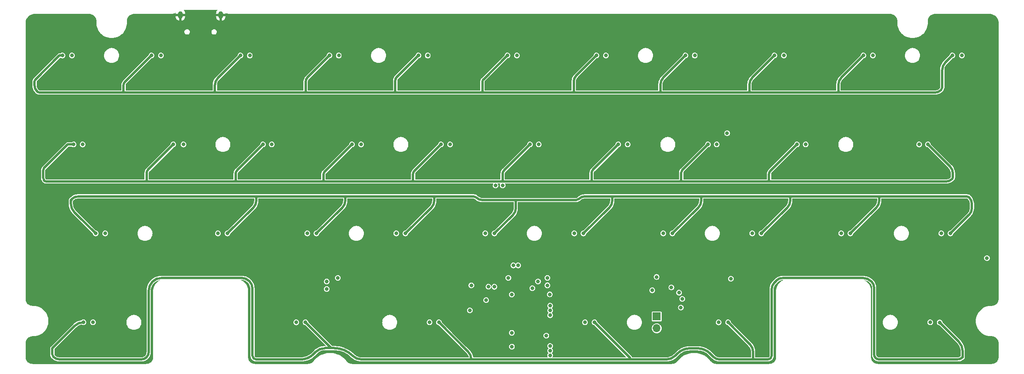
<source format=gbr>
%TF.GenerationSoftware,KiCad,Pcbnew,(7.0.0)*%
%TF.CreationDate,2023-09-23T18:24:27+02:00*%
%TF.ProjectId,travaulta WKL,74726176-6175-46c7-9461-20574b4c2e6b,rev?*%
%TF.SameCoordinates,Original*%
%TF.FileFunction,Copper,L2,Inr*%
%TF.FilePolarity,Positive*%
%FSLAX46Y46*%
G04 Gerber Fmt 4.6, Leading zero omitted, Abs format (unit mm)*
G04 Created by KiCad (PCBNEW (7.0.0)) date 2023-09-23 18:24:27*
%MOMM*%
%LPD*%
G01*
G04 APERTURE LIST*
%TA.AperFunction,ComponentPad*%
%ADD10R,1.700000X1.700000*%
%TD*%
%TA.AperFunction,ComponentPad*%
%ADD11O,1.700000X1.700000*%
%TD*%
%TA.AperFunction,ComponentPad*%
%ADD12O,1.000000X1.600000*%
%TD*%
%TA.AperFunction,ViaPad*%
%ADD13C,0.800000*%
%TD*%
%TA.AperFunction,Conductor*%
%ADD14C,0.500000*%
%TD*%
G04 APERTURE END LIST*
D10*
%TO.N,VBAT*%
%TO.C,SW38*%
X180181249Y-113024999D03*
D11*
%TO.N,BOOT0*%
X180181249Y-115564999D03*
%TD*%
D12*
%TO.N,GND*%
%TO.C,USB1*%
X78229999Y-48443749D03*
X86869999Y-48443749D03*
%TD*%
D13*
%TO.N,GND*%
X96681059Y-104725779D03*
X114300000Y-68278054D03*
X135638233Y-104424633D03*
X122292343Y-86296022D03*
X151003000Y-99314000D03*
X139250795Y-88412622D03*
X239712500Y-104775000D03*
X88940311Y-103911118D03*
X137318750Y-108743750D03*
X113506250Y-117475000D03*
X153834888Y-121069830D03*
X153987500Y-92075000D03*
X84617181Y-83073023D03*
X81280000Y-57277000D03*
X82550000Y-49999000D03*
X196359829Y-83116621D03*
X87249000Y-80010000D03*
X117475000Y-68262500D03*
X95250000Y-114300000D03*
X94253743Y-105454033D03*
X175418750Y-111125000D03*
X211378575Y-102262362D03*
X47117000Y-76200000D03*
X244475000Y-104775000D03*
X232187509Y-86321867D03*
X186531250Y-104366597D03*
X202414130Y-107184636D03*
X103187500Y-83125992D03*
X141301702Y-83220487D03*
X139269702Y-83220487D03*
X119027099Y-64169317D03*
X77430000Y-51094000D03*
X234216716Y-86307268D03*
X178593750Y-104324688D03*
X175451935Y-104317849D03*
X84595481Y-88265158D03*
X84198075Y-57286253D03*
X107950000Y-68278054D03*
X137621572Y-104395436D03*
X182499000Y-80010000D03*
X117445381Y-65971118D03*
X113284000Y-114300000D03*
X95250000Y-109537500D03*
X232181682Y-85070595D03*
X101290238Y-102836574D03*
X156464799Y-64146969D03*
X144653000Y-76200000D03*
X233867827Y-64186346D03*
X120296642Y-83089298D03*
X158602637Y-85060062D03*
X144688580Y-83212362D03*
X88926415Y-65964205D03*
X177006250Y-108743750D03*
X142113000Y-110617000D03*
X213758720Y-65997413D03*
X194539821Y-104317849D03*
X155575000Y-85725000D03*
X113506250Y-111125000D03*
X123585894Y-104410035D03*
X175816362Y-65997905D03*
X196320496Y-85086672D03*
X114300000Y-107950000D03*
X101155500Y-83125992D03*
X173101000Y-95250000D03*
X141859000Y-80010000D03*
X150971210Y-89699174D03*
X215365925Y-102666568D03*
X121059099Y-64169317D03*
X152584000Y-112903000D03*
X82585181Y-83073023D03*
X144374097Y-116215501D03*
X158753070Y-104320989D03*
X137901311Y-64231533D03*
X63156734Y-86285172D03*
X47371000Y-50800000D03*
X82566274Y-88265158D03*
X121095883Y-65974574D03*
X192539949Y-102088341D03*
X101308819Y-104740377D03*
X234950000Y-61087000D03*
X60075298Y-64176230D03*
X215275605Y-85030152D03*
X160918079Y-102299291D03*
X177839421Y-64193631D03*
X139700000Y-57150000D03*
X153987500Y-100806250D03*
X227802501Y-102685722D03*
X99867728Y-65952852D03*
X88900000Y-68262500D03*
X138906250Y-108743750D03*
X215781779Y-64193139D03*
X183356250Y-120650000D03*
X217310639Y-86266825D03*
X65200540Y-88255984D03*
X190232918Y-104293450D03*
X120257309Y-85059349D03*
X153987500Y-102393750D03*
X158750000Y-57150000D03*
X99815881Y-64231533D03*
X111125000Y-65960003D03*
X82551675Y-86294346D03*
X142081250Y-106362500D03*
X142081250Y-107950000D03*
X232221015Y-83100544D03*
X101121994Y-86347315D03*
X197035308Y-64193631D03*
X217346938Y-83060101D03*
X120650000Y-107955425D03*
X98943844Y-107338930D03*
X215900000Y-57150000D03*
X127246500Y-107950000D03*
X197044249Y-65997905D03*
X141265403Y-86427211D03*
X106389136Y-104784173D03*
X114272348Y-65964205D03*
X196850000Y-57150000D03*
X239712500Y-103187500D03*
X106426000Y-76200000D03*
X98422526Y-65950379D03*
X69850000Y-108743750D03*
X123825000Y-65951243D03*
X227806250Y-120650000D03*
X144716101Y-85427602D03*
X143668750Y-104344178D03*
X159004000Y-110744000D03*
X122328642Y-83089298D03*
X78607665Y-65964205D03*
X144653000Y-72517000D03*
X125349000Y-80010000D03*
X146559275Y-69986416D03*
X234213682Y-85070595D03*
X233876768Y-65990620D03*
X120709967Y-104380837D03*
X106432932Y-107222141D03*
X179168520Y-86356192D03*
X177800000Y-53213000D03*
X82189797Y-64153271D03*
X251079000Y-50800000D03*
X85751415Y-65964205D03*
X127000000Y-68309162D03*
X179165486Y-85119519D03*
X114183211Y-104585218D03*
X217325238Y-88252236D03*
X92075000Y-68262500D03*
X122306942Y-88281433D03*
X173573173Y-104293450D03*
X134874000Y-95250000D03*
X227806250Y-114300000D03*
X183356250Y-110331250D03*
X120277735Y-88281433D03*
X123031250Y-117475000D03*
X92075000Y-65964205D03*
X51435000Y-95250000D03*
X96774000Y-95250000D03*
X251206000Y-63500000D03*
X140493750Y-104333809D03*
X215281432Y-86281424D03*
X80962500Y-60071000D03*
X231844768Y-65990620D03*
X198391829Y-83116621D03*
X98900048Y-104754976D03*
X227806250Y-107950000D03*
X91599229Y-101561070D03*
X217307605Y-85030152D03*
X244094000Y-69723000D03*
X158496799Y-64146969D03*
X171170882Y-120668224D03*
X82545848Y-85043074D03*
X184943750Y-117475000D03*
X130175000Y-68309162D03*
X218043298Y-102733502D03*
X160911418Y-104281020D03*
X164306250Y-104289692D03*
X98425000Y-68262500D03*
X95250000Y-68262500D03*
X103936569Y-104827969D03*
X49530000Y-69850000D03*
X60116776Y-66008155D03*
X101847881Y-64231533D03*
X63171333Y-88255984D03*
X87249000Y-72644000D03*
X70643750Y-91281250D03*
X127000000Y-65951243D03*
X234950000Y-104775000D03*
X203200000Y-117475000D03*
X75692000Y-48895000D03*
X120650000Y-117475000D03*
X177848362Y-65997905D03*
X200037961Y-104339926D03*
X179183119Y-88341603D03*
X133383834Y-65953835D03*
X139933311Y-64231533D03*
X83568550Y-101824404D03*
X120650000Y-111125000D03*
X220754139Y-102733502D03*
X215314938Y-83060101D03*
X198063398Y-104339926D03*
X84577848Y-85043074D03*
X126525678Y-120534355D03*
X65182907Y-85033900D03*
X111125000Y-68278054D03*
X96666461Y-107309733D03*
X198029931Y-107050767D03*
X153987500Y-85725000D03*
X85725000Y-68262500D03*
X175807421Y-64193631D03*
X123825000Y-68309162D03*
X136525000Y-68262500D03*
X192561494Y-104301005D03*
X227806250Y-104775000D03*
X203200000Y-114300000D03*
X175418750Y-107530039D03*
X246856250Y-103187500D03*
X95250000Y-65964205D03*
X124865250Y-107950000D03*
X103148167Y-85096043D03*
X71661345Y-103815799D03*
X182499000Y-72390000D03*
X86311676Y-103889220D03*
X109064523Y-103037765D03*
X237331250Y-104775000D03*
X200238764Y-107151169D03*
X120263136Y-86310621D03*
X246856250Y-104775000D03*
X139236196Y-86441810D03*
X202406250Y-103187500D03*
X232568750Y-104775000D03*
X101899728Y-65952852D03*
X133350000Y-68309162D03*
X73739399Y-103793446D03*
X161131250Y-107950000D03*
X101411009Y-107222141D03*
X123848305Y-120534355D03*
X177172819Y-83149468D03*
X119063883Y-65974574D03*
X175418750Y-117475000D03*
X232202108Y-88292679D03*
X198352496Y-85086672D03*
X81075201Y-103881038D03*
X215296031Y-88252236D03*
X234253015Y-83100544D03*
X120650000Y-114300000D03*
X115824000Y-99314000D03*
X242093750Y-103187500D03*
X204086568Y-102349954D03*
X160654407Y-87046427D03*
X203200000Y-110331250D03*
X65185941Y-86270573D03*
X137872571Y-65974082D03*
X179387500Y-118268750D03*
X223230709Y-102733502D03*
X141859000Y-72517000D03*
X177133486Y-85119519D03*
X156473740Y-65951243D03*
X132597276Y-104413054D03*
X160634637Y-85060062D03*
X68453000Y-76200000D03*
X201676000Y-76200000D03*
X146681488Y-64206158D03*
X230225870Y-102671123D03*
X192024000Y-91313000D03*
X170583240Y-107583554D03*
X138112500Y-120650000D03*
X231835827Y-64186346D03*
X120650000Y-53213000D03*
X77851000Y-95250000D03*
X207809214Y-102349954D03*
X158593696Y-83255788D03*
X157162500Y-89693750D03*
X224282000Y-80137000D03*
X160625696Y-83255788D03*
X205904095Y-102349954D03*
X170676988Y-104308377D03*
X115824000Y-91313000D03*
X146793645Y-104323439D03*
X95250000Y-120650000D03*
X178198988Y-120601289D03*
X147066000Y-107315000D03*
X244475000Y-103187500D03*
X70643750Y-99218750D03*
X69850000Y-120650000D03*
X120650000Y-60960000D03*
X198370129Y-88308756D03*
X232620043Y-102714919D03*
X121126329Y-68333618D03*
X123031250Y-107955425D03*
X153321343Y-104242074D03*
X91601684Y-103924834D03*
X242093750Y-104775000D03*
X195892007Y-102087464D03*
X158505740Y-65951243D03*
X126247276Y-104424633D03*
X130175000Y-65951243D03*
X213749779Y-64193139D03*
X183356250Y-118268750D03*
X69494010Y-103866335D03*
X144653000Y-67691000D03*
X229235000Y-95250000D03*
X141807427Y-69986416D03*
X196340922Y-88308756D03*
X122289309Y-85059349D03*
X148814813Y-120969428D03*
X65659000Y-76200000D03*
X147896567Y-109273002D03*
X62148776Y-66008155D03*
X101600000Y-57150000D03*
X153987500Y-99218750D03*
X78581250Y-68262500D03*
X95250000Y-103187500D03*
X103937454Y-102919300D03*
X63190240Y-83063849D03*
X119856250Y-109537500D03*
X103165800Y-88318127D03*
X204355226Y-105477810D03*
X144632258Y-70008314D03*
X243967000Y-85725000D03*
X139904571Y-65974082D03*
X158622407Y-87046427D03*
X226376623Y-102700035D03*
X89408000Y-48895000D03*
X224282000Y-72390000D03*
X93662500Y-101600000D03*
X125349000Y-72517000D03*
X75914406Y-102336472D03*
X139230369Y-85190538D03*
X83552539Y-103889220D03*
X148586409Y-83241559D03*
X195003308Y-64193631D03*
X185166000Y-114300000D03*
X157162500Y-99314000D03*
X179204819Y-83149468D03*
X177139313Y-86370791D03*
X75951089Y-103837242D03*
X101911437Y-68262500D03*
X175822819Y-120567822D03*
X192625972Y-107021113D03*
X104775000Y-65960003D03*
X163576000Y-76200000D03*
X195012249Y-65997905D03*
X153288724Y-110807639D03*
X111531688Y-103066962D03*
X71700833Y-102228857D03*
X158750000Y-107950000D03*
X198355530Y-86323345D03*
X81067320Y-101785474D03*
X106404619Y-102948497D03*
X144652281Y-64206158D03*
X144653000Y-80010000D03*
X251079000Y-95123000D03*
X148209000Y-101981000D03*
X107936174Y-65943466D03*
X65222240Y-83063849D03*
X98806000Y-50800000D03*
X211201000Y-95250000D03*
X146685000Y-72517000D03*
X230187500Y-104775000D03*
X173617597Y-107561243D03*
X84580882Y-86279747D03*
X167481250Y-104289692D03*
X62107298Y-64176230D03*
X78581250Y-63500000D03*
X146685000Y-80010000D03*
X196326323Y-86337944D03*
X120903194Y-120567822D03*
X190240765Y-102103407D03*
X101136593Y-88318127D03*
X103151201Y-86332716D03*
X129422276Y-104424633D03*
X63150907Y-85033900D03*
X203200000Y-120650000D03*
X141262369Y-85190538D03*
X141287500Y-120650000D03*
X101116167Y-85096043D03*
X153987500Y-89693750D03*
X84137500Y-68262500D03*
X177153912Y-88341603D03*
X189706250Y-107950000D03*
X87312500Y-63500000D03*
X104775000Y-68278054D03*
X118067619Y-104395436D03*
X150550100Y-110815963D03*
X78556941Y-103859140D03*
X237331250Y-103187500D03*
X136558834Y-65953835D03*
X227965000Y-76200000D03*
X209539150Y-102328056D03*
X157162500Y-85725000D03*
X183356250Y-104370593D03*
X158632093Y-88982166D03*
X73764104Y-102267787D03*
X246062500Y-76200000D03*
X146685000Y-67691000D03*
X177800000Y-60960000D03*
X215790720Y-65997413D03*
X139953601Y-68350091D03*
X153346000Y-115062000D03*
X87653038Y-51101306D03*
X84074000Y-69850000D03*
X151425252Y-121036363D03*
X184943750Y-106362500D03*
X150425000Y-115062000D03*
%TO.N,APLEX_OUT_PIN_0*%
X156787000Y-106362500D03*
X156787000Y-104775000D03*
X148431250Y-104775000D03*
X140493750Y-106362500D03*
X140168917Y-111725196D03*
X184943750Y-107950000D03*
%TO.N,ROW0*%
X243459000Y-57150000D03*
X110109000Y-57150000D03*
X186309000Y-57150000D03*
X148209000Y-57150000D03*
X167259000Y-57150000D03*
X224409000Y-57150000D03*
X129159000Y-57150000D03*
X72009000Y-57150000D03*
X52959000Y-57150000D03*
X91059000Y-57150000D03*
X149495497Y-102108000D03*
X145669000Y-84987000D03*
X205359000Y-57150000D03*
%TO.N,ROW1*%
X55372000Y-76200000D03*
X191135000Y-76200000D03*
X133985000Y-76200000D03*
X147189272Y-84974626D03*
X76708000Y-76200000D03*
X153035000Y-76200000D03*
X210185000Y-76200000D03*
X171958000Y-76200000D03*
X114935000Y-76200000D03*
X150495000Y-102108000D03*
X238252000Y-76200000D03*
X95885000Y-76200000D03*
%TO.N,VBAT*%
X149155000Y-108331000D03*
X180168284Y-104576503D03*
X149158000Y-116524000D03*
X153545858Y-106982709D03*
X156556000Y-117129000D03*
X149189578Y-119489093D03*
X157291782Y-108302925D03*
X111918750Y-104775000D03*
X154781250Y-105533209D03*
%TO.N,COL0*%
X59531250Y-114300000D03*
X62103000Y-95250000D03*
X54991000Y-57150000D03*
X57277000Y-76200000D03*
%TO.N,COL1*%
X74041000Y-57150000D03*
X109537500Y-107156250D03*
X109537500Y-105568750D03*
X86233000Y-95250000D03*
X78867000Y-76200000D03*
%TO.N,COL2*%
X103005828Y-114300000D03*
X93075000Y-57150000D03*
X105362500Y-95250000D03*
X97790000Y-76200000D03*
%TO.N,COL3*%
X124412500Y-95250000D03*
X116887500Y-76200000D03*
X131555000Y-114300000D03*
X112125000Y-57150000D03*
%TO.N,COL4*%
X143462500Y-95250000D03*
X135937500Y-76200000D03*
X131175000Y-57150000D03*
%TO.N,COL5*%
X150241000Y-57150000D03*
X162512500Y-95250000D03*
X164846000Y-114300000D03*
X154940000Y-76200000D03*
%TO.N,COL6*%
X169291000Y-57150000D03*
X173990000Y-76200000D03*
X181562500Y-95250000D03*
X183324719Y-106823574D03*
X179237160Y-107440416D03*
%TO.N,COL7*%
X188325000Y-57150000D03*
X195262500Y-73818750D03*
X200612500Y-95250000D03*
X193421000Y-114300000D03*
X193040000Y-76200000D03*
%TO.N,COL8*%
X207391000Y-57150000D03*
X196056250Y-104952200D03*
X219662500Y-95250000D03*
X185352690Y-111125000D03*
X212090000Y-76200000D03*
%TO.N,COL9*%
X241095000Y-95250000D03*
X226441000Y-57150000D03*
X236347000Y-76200000D03*
X238714369Y-114292898D03*
%TO.N,ROW2*%
X164512500Y-95250000D03*
X221662500Y-95250000D03*
X126412500Y-95250000D03*
X243078000Y-95250000D03*
X202612500Y-95250000D03*
X107362500Y-95250000D03*
X145462500Y-95250000D03*
X60071000Y-95250000D03*
X88312500Y-95250000D03*
X183562500Y-95250000D03*
%TO.N,ROW3*%
X144157368Y-106657415D03*
X143668750Y-109537500D03*
X195453000Y-114300000D03*
X105004216Y-114293511D03*
X166878000Y-114300000D03*
X133555000Y-114300000D03*
X240745252Y-114314598D03*
X57470051Y-114280535D03*
%TO.N,AMUX_SEL_2*%
X157348680Y-121365408D03*
X157353000Y-110744000D03*
%TO.N,AMUX_SEL_1*%
X157357299Y-111755701D03*
X157364941Y-120356364D03*
%TO.N,AMUX_SEL_0*%
X157353500Y-119342500D03*
X157353000Y-112776000D03*
%TO.N,APLEX_EN_PIN_1*%
X185642929Y-109271580D03*
X145415000Y-106680000D03*
%TO.N,COL10*%
X245491000Y-57150000D03*
X250878697Y-100530160D03*
%TD*%
D14*
%TO.N,ROW0*%
X105029000Y-65016873D02*
X105029000Y-62836167D01*
X200025000Y-65087500D02*
X200025000Y-63449377D01*
X219075000Y-65087500D02*
X200025000Y-65087500D01*
X85725000Y-65087500D02*
X85613875Y-64976375D01*
X48158100Y-65087500D02*
X66078529Y-65087500D01*
X47147154Y-62326845D02*
X52324000Y-57150000D01*
X200025000Y-65087500D02*
X180975000Y-65087500D01*
X219075000Y-65087500D02*
X239712500Y-65087500D01*
X86253718Y-61955282D02*
X91059000Y-57150000D01*
X142875000Y-65087500D02*
X124204966Y-65087500D01*
X241300000Y-63964968D02*
X241300000Y-60274377D01*
X219075000Y-65087500D02*
X219075000Y-63449377D01*
X143032154Y-62326845D02*
X148209000Y-57150000D01*
X124204966Y-65087500D02*
X124206000Y-65086466D01*
X52324000Y-57150000D02*
X52959000Y-57150000D01*
X124206000Y-65086466D02*
X124206000Y-62529562D01*
X162949365Y-61459636D02*
X163401375Y-61007625D01*
X66040000Y-65048971D02*
X66078529Y-65087500D01*
X180975000Y-65087500D02*
X180975000Y-63449377D01*
X66040000Y-63500000D02*
X66040000Y-65048971D01*
X181657625Y-61801375D02*
X186309000Y-57150000D01*
X162433000Y-62706250D02*
X162433000Y-65027535D01*
X46990000Y-63500000D02*
X46990000Y-62706250D01*
X66309408Y-62849593D02*
X72009000Y-57150000D01*
X124204966Y-65087500D02*
X105099627Y-65087500D01*
X85613875Y-64976375D02*
X85613875Y-63500000D01*
X241982625Y-58626375D02*
X243459000Y-57150000D01*
X200707625Y-61801375D02*
X205359000Y-57150000D01*
X142875000Y-62706250D02*
X142875000Y-65087500D01*
X167259000Y-57150000D02*
X163401375Y-61007625D01*
X105457625Y-61801375D02*
X110109000Y-57150000D01*
X66078529Y-65087500D02*
X85725000Y-65087500D01*
X162373035Y-65087500D02*
X142875000Y-65087500D01*
X105099627Y-65087500D02*
X105029000Y-65016873D01*
X162433000Y-65027535D02*
X162373035Y-65087500D01*
X219757625Y-61801375D02*
X224409000Y-57150000D01*
X105099627Y-65087500D02*
X85725000Y-65087500D01*
X180975000Y-65087500D02*
X162373035Y-65087500D01*
X124507625Y-61801375D02*
X129159000Y-57150000D01*
X47147171Y-62326862D02*
G75*
G03*
X46990000Y-62706250I379429J-379438D01*
G01*
X241982642Y-58626392D02*
G75*
G03*
X241300000Y-60274377I1647958J-1648008D01*
G01*
X181657642Y-61801392D02*
G75*
G03*
X180975000Y-63449377I1647958J-1648008D01*
G01*
X162949335Y-61459606D02*
G75*
G03*
X162433000Y-62706250I1246665J-1246594D01*
G01*
X66309411Y-62849596D02*
G75*
G03*
X66040000Y-63500000I650389J-650404D01*
G01*
X239712500Y-65087494D02*
G75*
G03*
X241067515Y-64526233I0J1916294D01*
G01*
X200707642Y-61801392D02*
G75*
G03*
X200025000Y-63449377I1647958J-1648008D01*
G01*
X47541837Y-64832224D02*
G75*
G03*
X48158100Y-65087500I616263J616224D01*
G01*
X143032171Y-62326862D02*
G75*
G03*
X142875000Y-62706250I379429J-379438D01*
G01*
X46990012Y-63500000D02*
G75*
G03*
X47541829Y-64832232I1884088J0D01*
G01*
X105457645Y-61801395D02*
G75*
G03*
X105029000Y-62836167I1034755J-1034805D01*
G01*
X86253726Y-61955290D02*
G75*
G03*
X85613875Y-63500000I1544674J-1544710D01*
G01*
X219757642Y-61801392D02*
G75*
G03*
X219075000Y-63449377I1647958J-1648008D01*
G01*
X124507646Y-61801396D02*
G75*
G03*
X124206000Y-62529562I728154J-728204D01*
G01*
X241067542Y-64526260D02*
G75*
G03*
X241300000Y-63964968I-561342J561260D01*
G01*
%TO.N,ROW1*%
X49212500Y-84020665D02*
X49040744Y-83848909D01*
X204311566Y-84137500D02*
X242093750Y-84137500D01*
X147238308Y-84137500D02*
X147193000Y-84092192D01*
X242951000Y-80899000D02*
X238252000Y-76200000D01*
X90138914Y-84137500D02*
X90043000Y-84041586D01*
X166299158Y-84137500D02*
X166243000Y-84081342D01*
X128027327Y-84137500D02*
X147238308Y-84137500D01*
X71065829Y-84137500D02*
X90138914Y-84137500D01*
X90043000Y-84041586D02*
X90043000Y-82550000D01*
X128016000Y-84126173D02*
X128027327Y-84137500D01*
X147238308Y-84137500D02*
X166299158Y-84137500D01*
X128016000Y-82550000D02*
X128016000Y-84126173D01*
X70993000Y-84064671D02*
X70993000Y-82341562D01*
X71294625Y-81613375D02*
X76708000Y-76200000D01*
X166299158Y-84137500D02*
X185453222Y-84137500D01*
X243586000Y-83244922D02*
X243586000Y-82432025D01*
X109018605Y-82116395D02*
X114935000Y-76200000D01*
X204485408Y-81899593D02*
X210185000Y-76200000D01*
X109022879Y-84137500D02*
X128027327Y-84137500D01*
X90402210Y-81682790D02*
X95885000Y-76200000D01*
X54102000Y-76200000D02*
X55372000Y-76200000D01*
X128285408Y-81899593D02*
X133985000Y-76200000D01*
X109022879Y-84137500D02*
X108839000Y-83953621D01*
X204216000Y-84041934D02*
X204311566Y-84137500D01*
X185658125Y-81676875D02*
X191135000Y-76200000D01*
X49033556Y-81268444D02*
X54102000Y-76200000D01*
X166544625Y-81613375D02*
X171958000Y-76200000D01*
X185453222Y-84137500D02*
X204311566Y-84137500D01*
X185420000Y-84104278D02*
X185420000Y-82251759D01*
X204216000Y-82550000D02*
X204216000Y-84041934D01*
X166243000Y-84081342D02*
X166243000Y-82341562D01*
X108839000Y-83953621D02*
X108839000Y-82550000D01*
X185453222Y-84137500D02*
X185420000Y-84104278D01*
X71065829Y-84137500D02*
X70993000Y-84064671D01*
X48831500Y-83343750D02*
X48831500Y-81756250D01*
X147552210Y-81682790D02*
X153035000Y-76200000D01*
X71065829Y-84137500D02*
X49494564Y-84137500D01*
X90138914Y-84137500D02*
X109022879Y-84137500D01*
X147193000Y-84092192D02*
X147193000Y-82550000D01*
X204485411Y-81899596D02*
G75*
G03*
X204216000Y-82550000I650389J-650404D01*
G01*
X242093750Y-84137459D02*
G75*
G03*
X243448766Y-83576234I50J1916259D01*
G01*
X243585989Y-82432025D02*
G75*
G03*
X242951000Y-80899000I-2167989J25D01*
G01*
X71294646Y-81613396D02*
G75*
G03*
X70993000Y-82341562I728154J-728204D01*
G01*
X243448746Y-83576214D02*
G75*
G03*
X243586000Y-83244922I-331246J331314D01*
G01*
X49212518Y-84020647D02*
G75*
G03*
X49494564Y-84137500I282082J282047D01*
G01*
X90402214Y-81682794D02*
G75*
G03*
X90043000Y-82550000I867186J-867206D01*
G01*
X147552214Y-81682794D02*
G75*
G03*
X147193000Y-82550000I867186J-867206D01*
G01*
X109018607Y-82116397D02*
G75*
G03*
X108839000Y-82550000I433593J-433603D01*
G01*
X49033573Y-81268461D02*
G75*
G03*
X48831500Y-81756250I487827J-487839D01*
G01*
X166544646Y-81613396D02*
G75*
G03*
X166243000Y-82341562I728154J-728204D01*
G01*
X185658147Y-81676897D02*
G75*
G03*
X185420000Y-82251759I574853J-574903D01*
G01*
X48831535Y-83343750D02*
G75*
G03*
X49040744Y-83848909I714365J-50D01*
G01*
X128285411Y-81899596D02*
G75*
G03*
X128016000Y-82550000I650389J-650404D01*
G01*
%TO.N,ROW2*%
X54768750Y-88325573D02*
X54768750Y-88106250D01*
X60071000Y-95250000D02*
X56229250Y-91408250D01*
X221662500Y-95250000D02*
X227220464Y-89692036D01*
X150018750Y-89865323D02*
X150018750Y-88106250D01*
X227806250Y-87312500D02*
X246562145Y-87312500D01*
X88312500Y-95250000D02*
X93870464Y-89692036D01*
X247064213Y-91263787D02*
X243078000Y-95250000D01*
X126412500Y-95250000D02*
X131970464Y-89692036D01*
X113506250Y-87312500D02*
X132556250Y-87312500D01*
X150018750Y-88106250D02*
X142875000Y-88106250D01*
X107362500Y-95250000D02*
X112920464Y-89692036D01*
X247650000Y-88934676D02*
X247650000Y-89728427D01*
X170656250Y-87312500D02*
X164841162Y-87312500D01*
X56390927Y-87312500D02*
X94456250Y-87312500D01*
X183562500Y-95250000D02*
X189120464Y-89692036D01*
X227806250Y-88277823D02*
X227806250Y-87312500D01*
X202612500Y-95250000D02*
X208170464Y-89692036D01*
X170656250Y-88277823D02*
X170656250Y-87312500D01*
X113506250Y-88277823D02*
X113506250Y-87312500D01*
X54768750Y-88900000D02*
X54768750Y-88400355D01*
X208756250Y-88277823D02*
X208756250Y-87312500D01*
X170656250Y-87312500D02*
X189706250Y-87312500D01*
X140958718Y-87312500D02*
X132556250Y-87312500D01*
X94456250Y-88277823D02*
X94456250Y-87312500D01*
X132556250Y-88277823D02*
X132556250Y-87312500D01*
X189706250Y-88277823D02*
X189706250Y-87312500D01*
X94456250Y-87312500D02*
X113506250Y-87312500D01*
X145462500Y-95250000D02*
X149432964Y-91279536D01*
X56229250Y-91408250D02*
X55509622Y-90688622D01*
X189706250Y-87312500D02*
X208756250Y-87312500D01*
X247650000Y-89728427D02*
X247650000Y-89849573D01*
X162924881Y-88106250D02*
X150018750Y-88106250D01*
X54768750Y-88106250D02*
X54976714Y-87898286D01*
X164512500Y-95250000D02*
X170070464Y-89692036D01*
X208756250Y-87312500D02*
X227806250Y-87312500D01*
X247650016Y-88934676D02*
G75*
G03*
X247064214Y-87520464I-2000016J-24D01*
G01*
X208170442Y-89692014D02*
G75*
G03*
X208756250Y-88277823I-1414142J1414214D01*
G01*
X54976733Y-87898305D02*
G75*
G03*
X54768750Y-88400355I502067J-502095D01*
G01*
X247064227Y-91263801D02*
G75*
G03*
X247650000Y-89849573I-1414227J1414201D01*
G01*
X247064185Y-87520493D02*
G75*
G03*
X246562145Y-87312500I-502085J-502007D01*
G01*
X93870442Y-89692014D02*
G75*
G03*
X94456250Y-88277823I-1414142J1414214D01*
G01*
X131970442Y-89692014D02*
G75*
G03*
X132556250Y-88277823I-1414142J1414214D01*
G01*
X54768738Y-88900000D02*
G75*
G03*
X55509622Y-90688622I2529462J0D01*
G01*
X141519991Y-87544977D02*
G75*
G03*
X142875000Y-88106250I1355009J1354977D01*
G01*
X162924881Y-88106227D02*
G75*
G03*
X163512500Y-87862850I19J831027D01*
G01*
X164841162Y-87312470D02*
G75*
G03*
X163512500Y-87862850I38J-1879030D01*
G01*
X227220442Y-89692014D02*
G75*
G03*
X227806250Y-88277823I-1414142J1414214D01*
G01*
X189120442Y-89692014D02*
G75*
G03*
X189706250Y-88277823I-1414142J1414214D01*
G01*
X170070442Y-89692014D02*
G75*
G03*
X170656250Y-88277823I-1414142J1414214D01*
G01*
X112920442Y-89692014D02*
G75*
G03*
X113506250Y-88277823I-1414142J1414214D01*
G01*
X149432942Y-91279514D02*
G75*
G03*
X150018750Y-89865323I-1414142J1414214D01*
G01*
X141519985Y-87544983D02*
G75*
G03*
X140958718Y-87312500I-561285J-561317D01*
G01*
X56390927Y-87312520D02*
G75*
G03*
X54976715Y-87898287I-27J-1999980D01*
G01*
%TO.N,ROW3*%
X140493750Y-122237500D02*
X117010032Y-122237500D01*
X71437500Y-120650000D02*
X71437500Y-107519198D01*
X111124957Y-119808508D02*
X109187791Y-119808508D01*
X111145884Y-119808490D02*
X111125000Y-119808490D01*
X110113738Y-119753750D02*
X110433750Y-119753750D01*
X133555000Y-114300000D02*
X139787527Y-120532527D01*
X93662500Y-107112363D02*
X93662500Y-121443750D01*
X52387500Y-122237500D02*
X69850043Y-122237500D01*
X94456250Y-122237500D02*
X99218750Y-122237500D01*
X193675000Y-122237500D02*
X200818750Y-122237500D01*
X166878000Y-114300000D02*
X174490296Y-121912296D01*
X191622532Y-120978782D02*
X192319984Y-121676234D01*
X195453000Y-114300000D02*
X200152000Y-118999000D01*
X184150000Y-121443750D02*
X184614968Y-120978782D01*
X99218750Y-122237500D02*
X103981250Y-122237500D01*
X55601902Y-115054347D02*
X50800000Y-119856250D01*
X245694488Y-120555291D02*
X245694488Y-121751663D01*
X107156250Y-120650000D02*
X106691282Y-121114968D01*
X104980000Y-114300000D02*
X104997727Y-114300000D01*
X204787500Y-107190927D02*
X204787500Y-121443750D01*
X240745252Y-114314598D02*
X244781290Y-118350637D01*
X226716878Y-121137872D02*
X226716878Y-106839635D01*
X140493750Y-122237500D02*
X174625000Y-122237500D01*
X224234171Y-104775000D02*
X207168750Y-104775000D01*
X187325000Y-119856250D02*
X188912500Y-119856250D01*
X104997727Y-114300000D02*
X105004216Y-114293511D01*
X88106250Y-104775000D02*
X91325137Y-104775000D01*
X103981250Y-122237500D02*
X104117436Y-122237500D01*
X74181698Y-104775000D02*
X88106250Y-104775000D01*
X50800000Y-119856250D02*
X50800000Y-121114968D01*
X203993750Y-122237500D02*
X200818750Y-122237500D01*
X88106250Y-104775000D02*
X89033161Y-104775000D01*
X244521574Y-122237500D02*
X227816506Y-122237500D01*
X97166282Y-122237500D02*
X99218750Y-122237500D01*
X200818750Y-120608676D02*
X200818750Y-122237500D01*
X174625000Y-122237500D02*
X182233680Y-122237500D01*
X205813734Y-105336266D02*
X205373286Y-105776714D01*
X104980000Y-114300000D02*
X110433750Y-119753750D01*
X115093741Y-121443759D02*
G75*
G03*
X117010032Y-122237500I1916259J1916259D01*
G01*
X51032480Y-121676238D02*
G75*
G03*
X52387500Y-122237500I1355020J1355038D01*
G01*
X69850043Y-122237543D02*
G75*
G03*
X71437543Y-120650000I-43J1587543D01*
G01*
X57470051Y-114280572D02*
G75*
G03*
X55601902Y-115054347I-51J-2641928D01*
G01*
X226716900Y-121137872D02*
G75*
G03*
X227816506Y-122237500I1099600J-28D01*
G01*
X103981250Y-122237524D02*
G75*
G03*
X106691281Y-121114967I-50J3832624D01*
G01*
X187325000Y-119856246D02*
G75*
G03*
X184614968Y-120978782I0J-3832554D01*
G01*
X226198755Y-105588745D02*
G75*
G03*
X224234171Y-104775000I-1964555J-1964555D01*
G01*
X140493734Y-122237500D02*
G75*
G03*
X139787527Y-120532527I-2411234J0D01*
G01*
X72241258Y-105578758D02*
G75*
G03*
X71437500Y-107519198I1940442J-1940442D01*
G01*
X50800008Y-121114968D02*
G75*
G03*
X51032484Y-121676234I793692J-32D01*
G01*
X245694483Y-120555291D02*
G75*
G03*
X244781290Y-118350637I-3117883J-9D01*
G01*
X203993750Y-122237500D02*
G75*
G03*
X204787500Y-121443750I-50J793800D01*
G01*
X182233680Y-122237495D02*
G75*
G03*
X184149962Y-121443750I20J2709995D01*
G01*
X200818759Y-120608676D02*
G75*
G03*
X200152000Y-118999000I-2276459J-24D01*
G01*
X226716863Y-106839635D02*
G75*
G03*
X226198746Y-105588754I-1768963J35D01*
G01*
X192319980Y-121676238D02*
G75*
G03*
X193675000Y-122237500I1355020J1355038D01*
G01*
X74181698Y-104775000D02*
G75*
G03*
X72241258Y-105578758I2J-2744200D01*
G01*
X244521574Y-122237496D02*
G75*
G03*
X245694488Y-121751663I26J1658696D01*
G01*
X191622529Y-120978785D02*
G75*
G03*
X188912500Y-119856250I-2710029J-2710015D01*
G01*
X93662515Y-107112363D02*
G75*
G03*
X92977902Y-105459598I-2337415J-37D01*
G01*
X109187791Y-119808490D02*
G75*
G03*
X107156250Y-120650000I9J-2873010D01*
G01*
X115093755Y-121443745D02*
G75*
G03*
X111145884Y-119808490I-3947855J-3947855D01*
G01*
X174625002Y-122237500D02*
G75*
G03*
X174490296Y-121912296I-459902J0D01*
G01*
X93662500Y-121443750D02*
G75*
G03*
X94456250Y-122237500I793800J50D01*
G01*
X207168750Y-104775041D02*
G75*
G03*
X205813734Y-105336266I-50J-1916259D01*
G01*
X111124967Y-119808484D02*
G75*
G03*
X111125000Y-119808490I33J84D01*
G01*
X92977891Y-105459609D02*
G75*
G03*
X91325137Y-104775000I-1652791J-1652791D01*
G01*
X205373272Y-105776700D02*
G75*
G03*
X204787500Y-107190927I1414228J-1414200D01*
G01*
%TD*%
%TA.AperFunction,Conductor*%
%TO.N,GND*%
G36*
X86154969Y-47407397D02*
G01*
X86159248Y-47413022D01*
X86159508Y-47420085D01*
X86155653Y-47426008D01*
X86154232Y-47427173D01*
X86153421Y-47427984D01*
X86028191Y-47580577D01*
X86027550Y-47581537D01*
X85934498Y-47755625D01*
X85934055Y-47756695D01*
X85876753Y-47945591D01*
X85876528Y-47946721D01*
X85862027Y-48093952D01*
X85862000Y-48094516D01*
X85862000Y-48187423D01*
X85862681Y-48189068D01*
X85864327Y-48189750D01*
X87875673Y-48189750D01*
X87877318Y-48189068D01*
X87878000Y-48187423D01*
X87878000Y-48094516D01*
X87877972Y-48093952D01*
X87871336Y-48026583D01*
X87873359Y-48018779D01*
X87879949Y-48014135D01*
X87887975Y-48014856D01*
X88080753Y-48105946D01*
X88289738Y-48177777D01*
X88505363Y-48226155D01*
X88725003Y-48250493D01*
X88835396Y-48250499D01*
X88835397Y-48250500D01*
X88835496Y-48250500D01*
X230199500Y-48250500D01*
X230199585Y-48250500D01*
X230200419Y-48250530D01*
X230269725Y-48255486D01*
X230420046Y-48267317D01*
X230421595Y-48267545D01*
X230519707Y-48288888D01*
X230519830Y-48288916D01*
X230639209Y-48317577D01*
X230640535Y-48317982D01*
X230739585Y-48354926D01*
X230739908Y-48355053D01*
X230848356Y-48399974D01*
X230849462Y-48400503D01*
X230944035Y-48452143D01*
X230944523Y-48452426D01*
X231042891Y-48512706D01*
X231043767Y-48513300D01*
X231130728Y-48578399D01*
X231131296Y-48578853D01*
X231218444Y-48653284D01*
X231219118Y-48653908D01*
X231296090Y-48730880D01*
X231296714Y-48731554D01*
X231371138Y-48818693D01*
X231371606Y-48819279D01*
X231399476Y-48856509D01*
X231436690Y-48906220D01*
X231437300Y-48907119D01*
X231497567Y-49005466D01*
X231497860Y-49005972D01*
X231549490Y-49100525D01*
X231550030Y-49101655D01*
X231594932Y-49210059D01*
X231595085Y-49210447D01*
X231632011Y-49309448D01*
X231632426Y-49310806D01*
X231661066Y-49430101D01*
X231661122Y-49430345D01*
X231682451Y-49528393D01*
X231682682Y-49529962D01*
X231694517Y-49680331D01*
X231694523Y-49680414D01*
X231699470Y-49749581D01*
X231699500Y-49750415D01*
X231699500Y-49750500D01*
X231699500Y-50149500D01*
X231699500Y-50150000D01*
X231699500Y-50326237D01*
X231699534Y-50326553D01*
X231699535Y-50326564D01*
X231737573Y-50676316D01*
X231737609Y-50676645D01*
X231813381Y-51020878D01*
X231813478Y-51021166D01*
X231813480Y-51021173D01*
X231925826Y-51354607D01*
X231925831Y-51354621D01*
X231925926Y-51354901D01*
X231926055Y-51355181D01*
X231926056Y-51355182D01*
X232073795Y-51674516D01*
X232073799Y-51674523D01*
X232073926Y-51674798D01*
X232074084Y-51675061D01*
X232074088Y-51675068D01*
X232235179Y-51942802D01*
X232255646Y-51976818D01*
X232255832Y-51977063D01*
X232255835Y-51977067D01*
X232468761Y-52257167D01*
X232468767Y-52257174D01*
X232468954Y-52257420D01*
X232711350Y-52513314D01*
X232979992Y-52741501D01*
X233271731Y-52939305D01*
X233583146Y-53104407D01*
X233910586Y-53234871D01*
X234250212Y-53329168D01*
X234598043Y-53386191D01*
X234950000Y-53405274D01*
X235301957Y-53386191D01*
X235649788Y-53329168D01*
X235989414Y-53234871D01*
X236316854Y-53104407D01*
X236628269Y-52939305D01*
X236920008Y-52741501D01*
X237188650Y-52513314D01*
X237431046Y-52257420D01*
X237644354Y-51976818D01*
X237826074Y-51674798D01*
X237974074Y-51354901D01*
X238086619Y-51020878D01*
X238162391Y-50676645D01*
X238200500Y-50326237D01*
X238200500Y-50150000D01*
X238200500Y-50149500D01*
X238200500Y-49750415D01*
X238200530Y-49749580D01*
X238205486Y-49680278D01*
X238217317Y-49529949D01*
X238217544Y-49528408D01*
X238238877Y-49430345D01*
X238238933Y-49430101D01*
X238267579Y-49310781D01*
X238267978Y-49309474D01*
X238304941Y-49210374D01*
X238305037Y-49210131D01*
X238349980Y-49101628D01*
X238350495Y-49100551D01*
X238402163Y-49005927D01*
X238402405Y-49005510D01*
X238462718Y-48907088D01*
X238463285Y-48906252D01*
X238528424Y-48819238D01*
X238528828Y-48818732D01*
X238603307Y-48731528D01*
X238603882Y-48730907D01*
X238680907Y-48653882D01*
X238681528Y-48653307D01*
X238768732Y-48578828D01*
X238769238Y-48578424D01*
X238856252Y-48513285D01*
X238857088Y-48512718D01*
X238955510Y-48452405D01*
X238955927Y-48452163D01*
X239050551Y-48400495D01*
X239051628Y-48399980D01*
X239160131Y-48355037D01*
X239160374Y-48354941D01*
X239259474Y-48317978D01*
X239260781Y-48317579D01*
X239380212Y-48288906D01*
X239380237Y-48288900D01*
X239478408Y-48267544D01*
X239479949Y-48267317D01*
X239630193Y-48255492D01*
X239699580Y-48250530D01*
X239700415Y-48250500D01*
X239700500Y-48250500D01*
X251474500Y-48250500D01*
X251474616Y-48250500D01*
X251475381Y-48250525D01*
X251476745Y-48250614D01*
X251558772Y-48255990D01*
X251729941Y-48268233D01*
X251731340Y-48268421D01*
X251846331Y-48291295D01*
X251984381Y-48321326D01*
X251985610Y-48321667D01*
X252102157Y-48361230D01*
X252102369Y-48361306D01*
X252229159Y-48408596D01*
X252230235Y-48409060D01*
X252317587Y-48452138D01*
X252342622Y-48464484D01*
X252343054Y-48464708D01*
X252459780Y-48528445D01*
X252460643Y-48528968D01*
X252516666Y-48566401D01*
X252565735Y-48599188D01*
X252566247Y-48599550D01*
X252671907Y-48678647D01*
X252672609Y-48679216D01*
X252767961Y-48762837D01*
X252768520Y-48763361D01*
X252861637Y-48856478D01*
X252862161Y-48857037D01*
X252945782Y-48952389D01*
X252946351Y-48953091D01*
X253025448Y-49058751D01*
X253025810Y-49059263D01*
X253096021Y-49164340D01*
X253096562Y-49165233D01*
X253160290Y-49281944D01*
X253160514Y-49282376D01*
X253215935Y-49394758D01*
X253216404Y-49395844D01*
X253263671Y-49522570D01*
X253263788Y-49522898D01*
X253303324Y-49639366D01*
X253303678Y-49640640D01*
X253333690Y-49778605D01*
X253333732Y-49778809D01*
X253356573Y-49893635D01*
X253356768Y-49895083D01*
X253369019Y-50066375D01*
X253374011Y-50142548D01*
X253374475Y-50149619D01*
X253374500Y-50150384D01*
X253374500Y-109258584D01*
X253374470Y-109259419D01*
X253369523Y-109328585D01*
X253369517Y-109328668D01*
X253357682Y-109479036D01*
X253357451Y-109480605D01*
X253336125Y-109578640D01*
X253336069Y-109578884D01*
X253307426Y-109698192D01*
X253307011Y-109699550D01*
X253270085Y-109798551D01*
X253269932Y-109798939D01*
X253225030Y-109907343D01*
X253224490Y-109908473D01*
X253172860Y-110003026D01*
X253172567Y-110003532D01*
X253112300Y-110101879D01*
X253111690Y-110102778D01*
X253046607Y-110189718D01*
X253046138Y-110190305D01*
X252971714Y-110277444D01*
X252971090Y-110278118D01*
X252894118Y-110355090D01*
X252893444Y-110355714D01*
X252806305Y-110430138D01*
X252805718Y-110430607D01*
X252718778Y-110495690D01*
X252717879Y-110496300D01*
X252619532Y-110556567D01*
X252619026Y-110556860D01*
X252524473Y-110608490D01*
X252523343Y-110609030D01*
X252414939Y-110653932D01*
X252414551Y-110654085D01*
X252315550Y-110691011D01*
X252314192Y-110691426D01*
X252194884Y-110720069D01*
X252194640Y-110720125D01*
X252096605Y-110741451D01*
X252095036Y-110741682D01*
X251944676Y-110753516D01*
X251944593Y-110753522D01*
X251875419Y-110758470D01*
X251874584Y-110758500D01*
X251558464Y-110758500D01*
X251558445Y-110758500D01*
X251558139Y-110758501D01*
X251557823Y-110758535D01*
X251557811Y-110758536D01*
X251208061Y-110796577D01*
X251208055Y-110796577D01*
X251207733Y-110796613D01*
X251207414Y-110796683D01*
X251207409Y-110796684D01*
X250863838Y-110872312D01*
X250863502Y-110872386D01*
X250863218Y-110872481D01*
X250863206Y-110872485D01*
X250529775Y-110984833D01*
X250529759Y-110984839D01*
X250529481Y-110984933D01*
X250529206Y-110985060D01*
X250529199Y-110985063D01*
X250209868Y-111132803D01*
X250209853Y-111132810D01*
X250209587Y-111132934D01*
X250209330Y-111133088D01*
X250209316Y-111133096D01*
X249907839Y-111314491D01*
X249907831Y-111314495D01*
X249907569Y-111314654D01*
X249907331Y-111314834D01*
X249907319Y-111314843D01*
X249627222Y-111527770D01*
X249627206Y-111527783D01*
X249626970Y-111527963D01*
X249626745Y-111528175D01*
X249626738Y-111528182D01*
X249371309Y-111770138D01*
X249371297Y-111770149D01*
X249371077Y-111770359D01*
X249370877Y-111770594D01*
X249370867Y-111770605D01*
X249143103Y-112038752D01*
X249143097Y-112038759D01*
X249142893Y-112039000D01*
X249142722Y-112039251D01*
X249142713Y-112039264D01*
X248945268Y-112330475D01*
X248945257Y-112330491D01*
X248945091Y-112330738D01*
X248944945Y-112331012D01*
X248944941Y-112331020D01*
X248780138Y-112641871D01*
X248780131Y-112641885D01*
X248779990Y-112642152D01*
X248779877Y-112642433D01*
X248779873Y-112642444D01*
X248649647Y-112969290D01*
X248649641Y-112969305D01*
X248649528Y-112969591D01*
X248649444Y-112969890D01*
X248649442Y-112969899D01*
X248555315Y-113308915D01*
X248555312Y-113308924D01*
X248555232Y-113309216D01*
X248555182Y-113309518D01*
X248555181Y-113309525D01*
X248498257Y-113656742D01*
X248498255Y-113656754D01*
X248498208Y-113657045D01*
X248498191Y-113657343D01*
X248498191Y-113657351D01*
X248480186Y-113989443D01*
X248479126Y-114009000D01*
X248479143Y-114009314D01*
X248495694Y-114314598D01*
X248498208Y-114360955D01*
X248498256Y-114361247D01*
X248498257Y-114361257D01*
X248551667Y-114687041D01*
X248555232Y-114708784D01*
X248555313Y-114709078D01*
X248555315Y-114709084D01*
X248643981Y-115028431D01*
X248649528Y-115048409D01*
X248649644Y-115048700D01*
X248649647Y-115048709D01*
X248779873Y-115375555D01*
X248779990Y-115375848D01*
X248780134Y-115376121D01*
X248780138Y-115376128D01*
X248898335Y-115599071D01*
X248945091Y-115687262D01*
X248945263Y-115687515D01*
X248945268Y-115687524D01*
X249142713Y-115978735D01*
X249142893Y-115979000D01*
X249143103Y-115979247D01*
X249348061Y-116220545D01*
X249371077Y-116247641D01*
X249371306Y-116247858D01*
X249371309Y-116247861D01*
X249437925Y-116310963D01*
X249626970Y-116490037D01*
X249627217Y-116490224D01*
X249627222Y-116490229D01*
X249771794Y-116600131D01*
X249907569Y-116703346D01*
X250209587Y-116885066D01*
X250529481Y-117033067D01*
X250863502Y-117145614D01*
X251207733Y-117221387D01*
X251558139Y-117259499D01*
X251734274Y-117259499D01*
X251734275Y-117259499D01*
X251734276Y-117259500D01*
X251734375Y-117259500D01*
X251874500Y-117259500D01*
X251874585Y-117259500D01*
X251875419Y-117259530D01*
X251944725Y-117264486D01*
X252095046Y-117276317D01*
X252096595Y-117276545D01*
X252194707Y-117297888D01*
X252194830Y-117297916D01*
X252314209Y-117326577D01*
X252315535Y-117326982D01*
X252414585Y-117363926D01*
X252414908Y-117364053D01*
X252523356Y-117408974D01*
X252524462Y-117409503D01*
X252619035Y-117461143D01*
X252619523Y-117461426D01*
X252717891Y-117521706D01*
X252718767Y-117522300D01*
X252805728Y-117587399D01*
X252806296Y-117587853D01*
X252882649Y-117653064D01*
X252893444Y-117662284D01*
X252894118Y-117662908D01*
X252971090Y-117739880D01*
X252971714Y-117740554D01*
X253046138Y-117827693D01*
X253046607Y-117828280D01*
X253111690Y-117915220D01*
X253112300Y-117916119D01*
X253172567Y-118014466D01*
X253172860Y-118014972D01*
X253224490Y-118109525D01*
X253225030Y-118110655D01*
X253269932Y-118219059D01*
X253270085Y-118219447D01*
X253307011Y-118318448D01*
X253307426Y-118319806D01*
X253336066Y-118439101D01*
X253336122Y-118439345D01*
X253357451Y-118537393D01*
X253357682Y-118538962D01*
X253369517Y-118689331D01*
X253369523Y-118689414D01*
X253374470Y-118758581D01*
X253374500Y-118759416D01*
X253374500Y-121699584D01*
X253374470Y-121700419D01*
X253369523Y-121769585D01*
X253369517Y-121769668D01*
X253357682Y-121920036D01*
X253357451Y-121921605D01*
X253336125Y-122019640D01*
X253336069Y-122019884D01*
X253307426Y-122139192D01*
X253307011Y-122140550D01*
X253270085Y-122239551D01*
X253269932Y-122239939D01*
X253225030Y-122348343D01*
X253224490Y-122349473D01*
X253172860Y-122444026D01*
X253172567Y-122444532D01*
X253112300Y-122542879D01*
X253111690Y-122543778D01*
X253046607Y-122630718D01*
X253046138Y-122631305D01*
X252971714Y-122718444D01*
X252971090Y-122719118D01*
X252894118Y-122796090D01*
X252893444Y-122796714D01*
X252806305Y-122871138D01*
X252805718Y-122871607D01*
X252718778Y-122936690D01*
X252717879Y-122937300D01*
X252619532Y-122997567D01*
X252619026Y-122997860D01*
X252524473Y-123049490D01*
X252523343Y-123050030D01*
X252414939Y-123094932D01*
X252414551Y-123095085D01*
X252315550Y-123132011D01*
X252314192Y-123132426D01*
X252194884Y-123161069D01*
X252194640Y-123161125D01*
X252096605Y-123182451D01*
X252095036Y-123182682D01*
X251944676Y-123194516D01*
X251944593Y-123194522D01*
X251875419Y-123199470D01*
X251874584Y-123199500D01*
X227550416Y-123199500D01*
X227549581Y-123199470D01*
X227480405Y-123194522D01*
X227480322Y-123194516D01*
X227329962Y-123182682D01*
X227328393Y-123182451D01*
X227230358Y-123161125D01*
X227230114Y-123161069D01*
X227110806Y-123132426D01*
X227109448Y-123132011D01*
X227010447Y-123095085D01*
X227010059Y-123094932D01*
X226901655Y-123050030D01*
X226900525Y-123049490D01*
X226805972Y-122997860D01*
X226805466Y-122997567D01*
X226707119Y-122937300D01*
X226706220Y-122936690D01*
X226619280Y-122871607D01*
X226618693Y-122871138D01*
X226531554Y-122796714D01*
X226530880Y-122796090D01*
X226453908Y-122719118D01*
X226453284Y-122718444D01*
X226427318Y-122688042D01*
X226378853Y-122631296D01*
X226378399Y-122630728D01*
X226313300Y-122543767D01*
X226312706Y-122542891D01*
X226252426Y-122444523D01*
X226252138Y-122444026D01*
X226200503Y-122349462D01*
X226199974Y-122348356D01*
X226155053Y-122239908D01*
X226154926Y-122239585D01*
X226117982Y-122140535D01*
X226117577Y-122139209D01*
X226088916Y-122019830D01*
X226088888Y-122019707D01*
X226067545Y-121921595D01*
X226067317Y-121920046D01*
X226055477Y-121769585D01*
X226050529Y-121700418D01*
X226050500Y-121699585D01*
X226050500Y-107399104D01*
X226050500Y-107398748D01*
X226014037Y-107098449D01*
X225941643Y-106804734D01*
X225834373Y-106521887D01*
X225693792Y-106254033D01*
X225521950Y-106005076D01*
X225321352Y-105778648D01*
X225312328Y-105770653D01*
X225095186Y-105578282D01*
X225095184Y-105578281D01*
X225094924Y-105578050D01*
X225094633Y-105577849D01*
X225094629Y-105577846D01*
X224951029Y-105478727D01*
X224845967Y-105406208D01*
X224746560Y-105354035D01*
X224611391Y-105283092D01*
X224605966Y-105277081D01*
X224605744Y-105268987D01*
X224610829Y-105262687D01*
X224618785Y-105261197D01*
X224751520Y-105283749D01*
X224752797Y-105284040D01*
X224772789Y-105289800D01*
X225002385Y-105355944D01*
X225003624Y-105356378D01*
X225243587Y-105455772D01*
X225244748Y-105456331D01*
X225472090Y-105581978D01*
X225473185Y-105582666D01*
X225673434Y-105724749D01*
X225685019Y-105732969D01*
X225686043Y-105733786D01*
X225801163Y-105836663D01*
X225879591Y-105906750D01*
X225880592Y-105907760D01*
X225993406Y-106036400D01*
X225994337Y-106037614D01*
X226089300Y-106179738D01*
X226090065Y-106181063D01*
X226165665Y-106334368D01*
X226166251Y-106335782D01*
X226221196Y-106497648D01*
X226221591Y-106499126D01*
X226222047Y-106501415D01*
X226254935Y-106666773D01*
X226255135Y-106668290D01*
X226266352Y-106839473D01*
X226266377Y-106840238D01*
X226266377Y-106886564D01*
X226266377Y-106898935D01*
X226266378Y-106898939D01*
X226266378Y-121171634D01*
X226266391Y-121171720D01*
X226266398Y-121171914D01*
X226266397Y-121235803D01*
X226266397Y-121248728D01*
X226266454Y-121249126D01*
X226266455Y-121249137D01*
X226294428Y-121443722D01*
X226297948Y-121468207D01*
X226298063Y-121468599D01*
X226298064Y-121468603D01*
X226360295Y-121680558D01*
X226360298Y-121680566D01*
X226360414Y-121680961D01*
X226360586Y-121681339D01*
X226360587Y-121681340D01*
X226450134Y-121877430D01*
X226452523Y-121882660D01*
X226452744Y-121883005D01*
X226452748Y-121883011D01*
X226553352Y-122039559D01*
X226572399Y-122069198D01*
X226572668Y-122069509D01*
X226572673Y-122069515D01*
X226672981Y-122185278D01*
X226717603Y-122236775D01*
X226885178Y-122381982D01*
X227071712Y-122501863D01*
X227072084Y-122502033D01*
X227072088Y-122502035D01*
X227149227Y-122537263D01*
X227273409Y-122593975D01*
X227486163Y-122656445D01*
X227705641Y-122688001D01*
X227816508Y-122688000D01*
X244521567Y-122688000D01*
X244555336Y-122688000D01*
X244555352Y-122687997D01*
X244555383Y-122687996D01*
X244640021Y-122687997D01*
X244875439Y-122661475D01*
X245106408Y-122608760D01*
X245330021Y-122530515D01*
X245543468Y-122427725D01*
X245744063Y-122301682D01*
X245929284Y-122153971D01*
X245994693Y-122088560D01*
X245995642Y-122087711D01*
X246028458Y-122061542D01*
X246042298Y-122041240D01*
X246043681Y-122039570D01*
X246054980Y-122028272D01*
X246075985Y-121991888D01*
X246076438Y-121991167D01*
X246104960Y-121949336D01*
X246109628Y-121934199D01*
X246110673Y-121931806D01*
X246113904Y-121926211D01*
X246114289Y-121925545D01*
X246127401Y-121876601D01*
X246127505Y-121876240D01*
X246144988Y-121819565D01*
X246144988Y-120521529D01*
X246144984Y-120521505D01*
X246144982Y-120521456D01*
X246144982Y-120380272D01*
X246144982Y-120379988D01*
X246110616Y-120031074D01*
X246042217Y-119687208D01*
X245940443Y-119351702D01*
X245936631Y-119342500D01*
X245806384Y-119028055D01*
X245806273Y-119027787D01*
X245662827Y-118759416D01*
X245641139Y-118718840D01*
X245641138Y-118718838D01*
X245641001Y-118718582D01*
X245520975Y-118538949D01*
X245446385Y-118427315D01*
X245446378Y-118427306D01*
X245446218Y-118427066D01*
X245358172Y-118319781D01*
X245223993Y-118156281D01*
X245223989Y-118156277D01*
X245223799Y-118156045D01*
X245147856Y-118080101D01*
X245147855Y-118080099D01*
X245099845Y-118032089D01*
X245099844Y-118032087D01*
X245057905Y-117990149D01*
X241348978Y-114281221D01*
X241345651Y-114274476D01*
X241330296Y-114157836D01*
X241269788Y-114011757D01*
X241173534Y-113886316D01*
X241155304Y-113872328D01*
X241139108Y-113859900D01*
X241048093Y-113790062D01*
X241047379Y-113789766D01*
X241047377Y-113789765D01*
X240902725Y-113729848D01*
X240902721Y-113729847D01*
X240902014Y-113729554D01*
X240901255Y-113729454D01*
X240901251Y-113729453D01*
X240746012Y-113709016D01*
X240745252Y-113708916D01*
X240744492Y-113709016D01*
X240589252Y-113729453D01*
X240589247Y-113729454D01*
X240588490Y-113729554D01*
X240587784Y-113729846D01*
X240587778Y-113729848D01*
X240443126Y-113789765D01*
X240443120Y-113789767D01*
X240442411Y-113790062D01*
X240441797Y-113790532D01*
X240441797Y-113790533D01*
X240317580Y-113885847D01*
X240317575Y-113885851D01*
X240316970Y-113886316D01*
X240316505Y-113886921D01*
X240316501Y-113886926D01*
X240221187Y-114011143D01*
X240220716Y-114011757D01*
X240220421Y-114012466D01*
X240220419Y-114012472D01*
X240160502Y-114157124D01*
X240160500Y-114157130D01*
X240160208Y-114157836D01*
X240160108Y-114158593D01*
X240160107Y-114158598D01*
X240144054Y-114280535D01*
X240139570Y-114314598D01*
X240139670Y-114315358D01*
X240160107Y-114470597D01*
X240160108Y-114470601D01*
X240160208Y-114471360D01*
X240160501Y-114472067D01*
X240160502Y-114472071D01*
X240214669Y-114602841D01*
X240220716Y-114617439D01*
X240291041Y-114709088D01*
X240301148Y-114722261D01*
X240316970Y-114742880D01*
X240442411Y-114839134D01*
X240588490Y-114899642D01*
X240705128Y-114914997D01*
X240711873Y-114918324D01*
X244462503Y-118668954D01*
X244462954Y-118669431D01*
X244661615Y-118891735D01*
X244662433Y-118892761D01*
X244758528Y-119028196D01*
X244834763Y-119135639D01*
X244835459Y-119136747D01*
X244974742Y-119388762D01*
X244979515Y-119397397D01*
X244980082Y-119398576D01*
X244983054Y-119405750D01*
X245094044Y-119673708D01*
X245094478Y-119674946D01*
X245176923Y-119961119D01*
X245177215Y-119962398D01*
X245227100Y-120255995D01*
X245227247Y-120257299D01*
X245243970Y-120555061D01*
X245243988Y-120555717D01*
X245243988Y-121540413D01*
X245242913Y-121545312D01*
X245239886Y-121549310D01*
X245232461Y-121555651D01*
X245230976Y-121556730D01*
X245070892Y-121654830D01*
X245069256Y-121655663D01*
X244895801Y-121727510D01*
X244894055Y-121728078D01*
X244711485Y-121771908D01*
X244709672Y-121772195D01*
X244521987Y-121786963D01*
X244521069Y-121786999D01*
X244462280Y-121786999D01*
X244462279Y-121786999D01*
X244462272Y-121786999D01*
X244462269Y-121786999D01*
X244462264Y-121787000D01*
X227817157Y-121787000D01*
X227815847Y-121786926D01*
X227673371Y-121770873D01*
X227670817Y-121770290D01*
X227536112Y-121723154D01*
X227533751Y-121722018D01*
X227412902Y-121646083D01*
X227410854Y-121644449D01*
X227309942Y-121543535D01*
X227308308Y-121541487D01*
X227289548Y-121511629D01*
X227232376Y-121420638D01*
X227231240Y-121418279D01*
X227230915Y-121417351D01*
X227184105Y-121283565D01*
X227183523Y-121281011D01*
X227167452Y-121138344D01*
X227167378Y-121137034D01*
X227167378Y-121114158D01*
X227167379Y-121078574D01*
X227167378Y-121078570D01*
X227167378Y-114300000D01*
X228582051Y-114300000D01*
X228582087Y-114300457D01*
X228600124Y-114529643D01*
X228601817Y-114551148D01*
X228601922Y-114551588D01*
X228601923Y-114551590D01*
X228653107Y-114764790D01*
X228660627Y-114796111D01*
X228660801Y-114796531D01*
X228660803Y-114796537D01*
X228756856Y-115028431D01*
X228756859Y-115028438D01*
X228757034Y-115028859D01*
X228757272Y-115029248D01*
X228757274Y-115029251D01*
X228867518Y-115209152D01*
X228888664Y-115243659D01*
X229052276Y-115435224D01*
X229243841Y-115598836D01*
X229458641Y-115730466D01*
X229691389Y-115826873D01*
X229936352Y-115885683D01*
X230124618Y-115900500D01*
X230250154Y-115900500D01*
X230250382Y-115900500D01*
X230438648Y-115885683D01*
X230683611Y-115826873D01*
X230916359Y-115730466D01*
X231131159Y-115598836D01*
X231322724Y-115435224D01*
X231486336Y-115243659D01*
X231617966Y-115028859D01*
X231714373Y-114796111D01*
X231773183Y-114551148D01*
X231792949Y-114300000D01*
X231792390Y-114292898D01*
X238108687Y-114292898D01*
X238108787Y-114293658D01*
X238129224Y-114448897D01*
X238129225Y-114448901D01*
X238129325Y-114449660D01*
X238129618Y-114450367D01*
X238129619Y-114450371D01*
X238187473Y-114590042D01*
X238189833Y-114595739D01*
X238214870Y-114628368D01*
X238276808Y-114709088D01*
X238286087Y-114721180D01*
X238411528Y-114817434D01*
X238557607Y-114877942D01*
X238714369Y-114898580D01*
X238871131Y-114877942D01*
X239017210Y-114817434D01*
X239142651Y-114721180D01*
X239238905Y-114595739D01*
X239299413Y-114449660D01*
X239320051Y-114292898D01*
X239299413Y-114136136D01*
X239238905Y-113990057D01*
X239142651Y-113864616D01*
X239136399Y-113859819D01*
X239064088Y-113804333D01*
X239017210Y-113768362D01*
X239016496Y-113768066D01*
X239016494Y-113768065D01*
X238871842Y-113708148D01*
X238871838Y-113708147D01*
X238871131Y-113707854D01*
X238870372Y-113707754D01*
X238870368Y-113707753D01*
X238715129Y-113687316D01*
X238714369Y-113687216D01*
X238713609Y-113687316D01*
X238558369Y-113707753D01*
X238558364Y-113707754D01*
X238557607Y-113707854D01*
X238556901Y-113708146D01*
X238556895Y-113708148D01*
X238412243Y-113768065D01*
X238412237Y-113768067D01*
X238411528Y-113768362D01*
X238410914Y-113768832D01*
X238410914Y-113768833D01*
X238286697Y-113864147D01*
X238286692Y-113864151D01*
X238286087Y-113864616D01*
X238285622Y-113865221D01*
X238285618Y-113865226D01*
X238199319Y-113977694D01*
X238189833Y-113990057D01*
X238189538Y-113990766D01*
X238189536Y-113990772D01*
X238129619Y-114135424D01*
X238129617Y-114135430D01*
X238129325Y-114136136D01*
X238129225Y-114136893D01*
X238129224Y-114136898D01*
X238109233Y-114288748D01*
X238108687Y-114292898D01*
X231792390Y-114292898D01*
X231773183Y-114048852D01*
X231714373Y-113803889D01*
X231617966Y-113571141D01*
X231486336Y-113356341D01*
X231446351Y-113309525D01*
X231323016Y-113165118D01*
X231322724Y-113164776D01*
X231131159Y-113001164D01*
X231079146Y-112969290D01*
X230916751Y-112869774D01*
X230916748Y-112869772D01*
X230916359Y-112869534D01*
X230915938Y-112869359D01*
X230915931Y-112869356D01*
X230684037Y-112773303D01*
X230684031Y-112773301D01*
X230683611Y-112773127D01*
X230683167Y-112773020D01*
X230683166Y-112773020D01*
X230439090Y-112714423D01*
X230439088Y-112714422D01*
X230438648Y-112714317D01*
X230438195Y-112714281D01*
X230438193Y-112714281D01*
X230250608Y-112699517D01*
X230250588Y-112699516D01*
X230250382Y-112699500D01*
X230124618Y-112699500D01*
X230124411Y-112699516D01*
X230124391Y-112699517D01*
X229936806Y-112714281D01*
X229936802Y-112714281D01*
X229936352Y-112714317D01*
X229935913Y-112714422D01*
X229935909Y-112714423D01*
X229691833Y-112773020D01*
X229691828Y-112773021D01*
X229691389Y-112773127D01*
X229690971Y-112773299D01*
X229690962Y-112773303D01*
X229459068Y-112869356D01*
X229459056Y-112869362D01*
X229458641Y-112869534D01*
X229458256Y-112869769D01*
X229458248Y-112869774D01*
X229244225Y-113000928D01*
X229244218Y-113000932D01*
X229243841Y-113001164D01*
X229243509Y-113001446D01*
X229243500Y-113001454D01*
X229052618Y-113164483D01*
X229052611Y-113164489D01*
X229052276Y-113164776D01*
X229051989Y-113165111D01*
X229051983Y-113165118D01*
X228888954Y-113356000D01*
X228888946Y-113356009D01*
X228888664Y-113356341D01*
X228888432Y-113356718D01*
X228888428Y-113356725D01*
X228757274Y-113570748D01*
X228757269Y-113570756D01*
X228757034Y-113571141D01*
X228756862Y-113571556D01*
X228756856Y-113571568D01*
X228660803Y-113803462D01*
X228660799Y-113803471D01*
X228660627Y-113803889D01*
X228660521Y-113804328D01*
X228660520Y-113804333D01*
X228601923Y-114048409D01*
X228601817Y-114048852D01*
X228601781Y-114049302D01*
X228601781Y-114049306D01*
X228593296Y-114157124D01*
X228582051Y-114300000D01*
X227167378Y-114300000D01*
X227167378Y-106805873D01*
X227167368Y-106805809D01*
X227167363Y-106805679D01*
X227167363Y-106789153D01*
X227167365Y-106714998D01*
X227139458Y-106467274D01*
X227137488Y-106458644D01*
X227123030Y-106395292D01*
X227083989Y-106224233D01*
X227001656Y-105988930D01*
X226893494Y-105764326D01*
X226893326Y-105764059D01*
X226893323Y-105764053D01*
X226779116Y-105582292D01*
X226760865Y-105553245D01*
X226605435Y-105358341D01*
X226549238Y-105302144D01*
X226517317Y-105270221D01*
X226517301Y-105270198D01*
X226517306Y-105270194D01*
X226405143Y-105158030D01*
X226404911Y-105157840D01*
X226404906Y-105157835D01*
X226160141Y-104956963D01*
X226160138Y-104956960D01*
X226159908Y-104956772D01*
X226159670Y-104956613D01*
X226159658Y-104956604D01*
X225896377Y-104780686D01*
X225896371Y-104780682D01*
X225896128Y-104780520D01*
X225884379Y-104774240D01*
X225616589Y-104631105D01*
X225616580Y-104631100D01*
X225616341Y-104630973D01*
X225616082Y-104630865D01*
X225616072Y-104630861D01*
X225323514Y-104509681D01*
X225323499Y-104509675D01*
X225323244Y-104509570D01*
X225322978Y-104509489D01*
X225322966Y-104509485D01*
X225019927Y-104417561D01*
X225019915Y-104417558D01*
X225019658Y-104417480D01*
X224955597Y-104404738D01*
X224708783Y-104355645D01*
X224708769Y-104355642D01*
X224708508Y-104355591D01*
X224704924Y-104355238D01*
X224393068Y-104324525D01*
X224393058Y-104324524D01*
X224392789Y-104324498D01*
X224392504Y-104324498D01*
X224234166Y-104324500D01*
X207134988Y-104324500D01*
X207134817Y-104324525D01*
X207134450Y-104324539D01*
X207036169Y-104324538D01*
X207035847Y-104324538D01*
X207035533Y-104324573D01*
X207035521Y-104324574D01*
X206772025Y-104354256D01*
X206772022Y-104354256D01*
X206771689Y-104354294D01*
X206771383Y-104354363D01*
X206771364Y-104354367D01*
X206512833Y-104413369D01*
X206512828Y-104413370D01*
X206512523Y-104413440D01*
X206512233Y-104413541D01*
X206512224Y-104413544D01*
X206261912Y-104501125D01*
X206261906Y-104501127D01*
X206261610Y-104501231D01*
X206261328Y-104501366D01*
X206261313Y-104501373D01*
X206022399Y-104616421D01*
X206022392Y-104616424D01*
X206022103Y-104616564D01*
X206021836Y-104616731D01*
X206021830Y-104616735D01*
X205797286Y-104757818D01*
X205797281Y-104757821D01*
X205797016Y-104757988D01*
X205796773Y-104758181D01*
X205796767Y-104758186D01*
X205589432Y-104923521D01*
X205589427Y-104923525D01*
X205589178Y-104923724D01*
X205543203Y-104969696D01*
X205543197Y-104969700D01*
X205543180Y-104969716D01*
X205543167Y-104969729D01*
X205495190Y-105017706D01*
X205453251Y-105059644D01*
X205453248Y-105059648D01*
X205054780Y-105458116D01*
X205054724Y-105458158D01*
X205054718Y-105458152D01*
X205054671Y-105458198D01*
X205054667Y-105458202D01*
X204957642Y-105555229D01*
X204957633Y-105555238D01*
X204957408Y-105555464D01*
X204957209Y-105555713D01*
X204957205Y-105555718D01*
X204786002Y-105770404D01*
X204785997Y-105770410D01*
X204785804Y-105770653D01*
X204785637Y-105770918D01*
X204785634Y-105770923D01*
X204639542Y-106003430D01*
X204639531Y-106003449D01*
X204639372Y-106003703D01*
X204639232Y-106003992D01*
X204639229Y-106003999D01*
X204520097Y-106251387D01*
X204520093Y-106251395D01*
X204519955Y-106251683D01*
X204519851Y-106251978D01*
X204519846Y-106251992D01*
X204429164Y-106511159D01*
X204429161Y-106511168D01*
X204429054Y-106511475D01*
X204428981Y-106511790D01*
X204428981Y-106511794D01*
X204367884Y-106779485D01*
X204367880Y-106779504D01*
X204367811Y-106779810D01*
X204367773Y-106780143D01*
X204367773Y-106780146D01*
X204337034Y-107052989D01*
X204337033Y-107053001D01*
X204336998Y-107053315D01*
X204336998Y-107053637D01*
X204336998Y-107053638D01*
X204337000Y-107157165D01*
X204337000Y-121442953D01*
X204336900Y-121444481D01*
X204325499Y-121531041D01*
X204324708Y-121533991D01*
X204291592Y-121613932D01*
X204290065Y-121616577D01*
X204237387Y-121685228D01*
X204235228Y-121687387D01*
X204166577Y-121740065D01*
X204163932Y-121741592D01*
X204083991Y-121774708D01*
X204081041Y-121775499D01*
X203994481Y-121786900D01*
X203992953Y-121787000D01*
X201280950Y-121787000D01*
X201272677Y-121783573D01*
X201269250Y-121775300D01*
X201269250Y-120608705D01*
X201269254Y-120608671D01*
X201269259Y-120608671D01*
X201269258Y-120455531D01*
X201234962Y-120151175D01*
X201166806Y-119852574D01*
X201065646Y-119563480D01*
X200932754Y-119287531D01*
X200769802Y-119028196D01*
X200578838Y-118788735D01*
X200548683Y-118758581D01*
X200518566Y-118728464D01*
X200518566Y-118728463D01*
X200470553Y-118680450D01*
X200470552Y-118680448D01*
X200441785Y-118651682D01*
X196056726Y-114266623D01*
X196053399Y-114259878D01*
X196038044Y-114143238D01*
X195977536Y-113997159D01*
X195881282Y-113871718D01*
X195872821Y-113865226D01*
X195854947Y-113851510D01*
X195755841Y-113775464D01*
X195755127Y-113775168D01*
X195755125Y-113775167D01*
X195610473Y-113715250D01*
X195610469Y-113715249D01*
X195609762Y-113714956D01*
X195609003Y-113714856D01*
X195608999Y-113714855D01*
X195453760Y-113694418D01*
X195453000Y-113694318D01*
X195452240Y-113694418D01*
X195297000Y-113714855D01*
X195296995Y-113714856D01*
X195296238Y-113714956D01*
X195295532Y-113715248D01*
X195295526Y-113715250D01*
X195150874Y-113775167D01*
X195150868Y-113775169D01*
X195150159Y-113775464D01*
X195149545Y-113775934D01*
X195149545Y-113775935D01*
X195025328Y-113871249D01*
X195025323Y-113871253D01*
X195024718Y-113871718D01*
X195024253Y-113872323D01*
X195024249Y-113872328D01*
X194928935Y-113996545D01*
X194928464Y-113997159D01*
X194928169Y-113997868D01*
X194928167Y-113997874D01*
X194868250Y-114142526D01*
X194868248Y-114142532D01*
X194867956Y-114143238D01*
X194867856Y-114143995D01*
X194867855Y-114144000D01*
X194848799Y-114288748D01*
X194847318Y-114300000D01*
X194847418Y-114300760D01*
X194867855Y-114455999D01*
X194867856Y-114456003D01*
X194867956Y-114456762D01*
X194868249Y-114457469D01*
X194868250Y-114457473D01*
X194925522Y-114595739D01*
X194928464Y-114602841D01*
X194993073Y-114687041D01*
X195019627Y-114721648D01*
X195024718Y-114728282D01*
X195150159Y-114824536D01*
X195296238Y-114885044D01*
X195412877Y-114900399D01*
X195419622Y-114903726D01*
X199803428Y-119287531D01*
X199833173Y-119317277D01*
X199833697Y-119317836D01*
X199990425Y-119496550D01*
X199991356Y-119497764D01*
X200059791Y-119600183D01*
X200108919Y-119673708D01*
X200123198Y-119695077D01*
X200123961Y-119696399D01*
X200139602Y-119728115D01*
X200228921Y-119909237D01*
X200229507Y-119910651D01*
X200305791Y-120135369D01*
X200306187Y-120136847D01*
X200352486Y-120369595D01*
X200352686Y-120371113D01*
X200368225Y-120608163D01*
X200368250Y-120608928D01*
X200368250Y-121775300D01*
X200364823Y-121783573D01*
X200356550Y-121787000D01*
X193675384Y-121787000D01*
X193674619Y-121786975D01*
X193484440Y-121774510D01*
X193482922Y-121774310D01*
X193296378Y-121737204D01*
X193294900Y-121736808D01*
X193114791Y-121675669D01*
X193113377Y-121675083D01*
X192981099Y-121609852D01*
X192942790Y-121590960D01*
X192941468Y-121590197D01*
X192904606Y-121565567D01*
X192875033Y-121545807D01*
X192783324Y-121484529D01*
X192782110Y-121483598D01*
X192638878Y-121357989D01*
X192638319Y-121357465D01*
X191917247Y-120636394D01*
X191917210Y-120636357D01*
X191917196Y-120636346D01*
X191917172Y-120636324D01*
X191809032Y-120528184D01*
X191809029Y-120528181D01*
X191808851Y-120528003D01*
X191657151Y-120400711D01*
X191522537Y-120287756D01*
X191522531Y-120287751D01*
X191522347Y-120287597D01*
X191522144Y-120287455D01*
X191522139Y-120287451D01*
X191216183Y-120073218D01*
X191216177Y-120073214D01*
X191215980Y-120073076D01*
X191077024Y-119992849D01*
X190892306Y-119886201D01*
X190892300Y-119886197D01*
X190892082Y-119886072D01*
X190891855Y-119885966D01*
X190553345Y-119728115D01*
X190553337Y-119728112D01*
X190553119Y-119728010D01*
X190440239Y-119686925D01*
X190201917Y-119600183D01*
X190201911Y-119600181D01*
X190201669Y-119600093D01*
X190201414Y-119600024D01*
X190201412Y-119600024D01*
X189840655Y-119503359D01*
X189840650Y-119503358D01*
X189840408Y-119503293D01*
X189840177Y-119503252D01*
X189840158Y-119503248D01*
X189472338Y-119438391D01*
X189472324Y-119438389D01*
X189472085Y-119438347D01*
X189471833Y-119438325D01*
X189471826Y-119438324D01*
X189099774Y-119405773D01*
X189099758Y-119405772D01*
X189099503Y-119405750D01*
X189099236Y-119405750D01*
X187325010Y-119405750D01*
X187325000Y-119405748D01*
X187325000Y-119405746D01*
X187137997Y-119405746D01*
X187137742Y-119405768D01*
X187137725Y-119405769D01*
X186765673Y-119438320D01*
X186765663Y-119438321D01*
X186765415Y-119438343D01*
X186765178Y-119438384D01*
X186765161Y-119438387D01*
X186397340Y-119503244D01*
X186397316Y-119503249D01*
X186397091Y-119503289D01*
X186396853Y-119503352D01*
X186396843Y-119503355D01*
X186036086Y-119600020D01*
X186036077Y-119600022D01*
X186035830Y-119600089D01*
X186035593Y-119600174D01*
X186035581Y-119600179D01*
X185684621Y-119727919D01*
X185684615Y-119727921D01*
X185684380Y-119728007D01*
X185684168Y-119728105D01*
X185684153Y-119728112D01*
X185345642Y-119885963D01*
X185345630Y-119885968D01*
X185345416Y-119886069D01*
X185345207Y-119886189D01*
X185345191Y-119886198D01*
X185021737Y-120072945D01*
X185021731Y-120072949D01*
X185021518Y-120073072D01*
X185021327Y-120073205D01*
X185021314Y-120073214D01*
X184715358Y-120287448D01*
X184715342Y-120287460D01*
X184715151Y-120287594D01*
X184714977Y-120287739D01*
X184714960Y-120287753D01*
X184428837Y-120527840D01*
X184428834Y-120527843D01*
X184428647Y-120528000D01*
X184428476Y-120528170D01*
X184428465Y-120528181D01*
X184344430Y-120612216D01*
X183873509Y-121083136D01*
X183873404Y-121083228D01*
X183873348Y-121083261D01*
X183873210Y-121083398D01*
X183873202Y-121083406D01*
X183831641Y-121124966D01*
X183831164Y-121125417D01*
X183642963Y-121293605D01*
X183641937Y-121294423D01*
X183436359Y-121440289D01*
X183435248Y-121440987D01*
X183214628Y-121562919D01*
X183213446Y-121563488D01*
X182980571Y-121659947D01*
X182979333Y-121660381D01*
X182737107Y-121730164D01*
X182735828Y-121730456D01*
X182487318Y-121772678D01*
X182486014Y-121772825D01*
X182241944Y-121786531D01*
X182234040Y-121786975D01*
X182233915Y-121786982D01*
X182233259Y-121787000D01*
X174964496Y-121787000D01*
X174958383Y-121785276D01*
X174954071Y-121780612D01*
X174943949Y-121760747D01*
X174943948Y-121760745D01*
X174943741Y-121760339D01*
X174859509Y-121644405D01*
X174808845Y-121593742D01*
X174808844Y-121593740D01*
X174778339Y-121563236D01*
X167515103Y-114300000D01*
X173813301Y-114300000D01*
X173813337Y-114300457D01*
X173831374Y-114529643D01*
X173833067Y-114551148D01*
X173833172Y-114551588D01*
X173833173Y-114551590D01*
X173884357Y-114764790D01*
X173891877Y-114796111D01*
X173892051Y-114796531D01*
X173892053Y-114796537D01*
X173988106Y-115028431D01*
X173988109Y-115028438D01*
X173988284Y-115028859D01*
X173988522Y-115029248D01*
X173988524Y-115029251D01*
X174098768Y-115209152D01*
X174119914Y-115243659D01*
X174283526Y-115435224D01*
X174475091Y-115598836D01*
X174689891Y-115730466D01*
X174922639Y-115826873D01*
X175167602Y-115885683D01*
X175355868Y-115900500D01*
X175481404Y-115900500D01*
X175481632Y-115900500D01*
X175669898Y-115885683D01*
X175914861Y-115826873D01*
X176147609Y-115730466D01*
X176362409Y-115598836D01*
X176402026Y-115565000D01*
X179125667Y-115565000D01*
X179125723Y-115565569D01*
X179141981Y-115730643D01*
X179145950Y-115770934D01*
X179146117Y-115771485D01*
X179146118Y-115771489D01*
X179162951Y-115826979D01*
X179206018Y-115968954D01*
X179206291Y-115969465D01*
X179206292Y-115969467D01*
X179273524Y-116095249D01*
X179303565Y-116151450D01*
X179303929Y-116151893D01*
X179303932Y-116151898D01*
X179434473Y-116310963D01*
X179434840Y-116311410D01*
X179435286Y-116311776D01*
X179594351Y-116442317D01*
X179594354Y-116442319D01*
X179594800Y-116442685D01*
X179777296Y-116540232D01*
X179975316Y-116600300D01*
X180181250Y-116620583D01*
X180387184Y-116600300D01*
X180585204Y-116540232D01*
X180767700Y-116442685D01*
X180927660Y-116311410D01*
X181058935Y-116151450D01*
X181156482Y-115968954D01*
X181216550Y-115770934D01*
X181236833Y-115565000D01*
X181216550Y-115359066D01*
X181156482Y-115161046D01*
X181058935Y-114978550D01*
X180995224Y-114900918D01*
X180928026Y-114819036D01*
X180927660Y-114818590D01*
X180927213Y-114818223D01*
X180768148Y-114687682D01*
X180768143Y-114687679D01*
X180767700Y-114687315D01*
X180767190Y-114687042D01*
X180767188Y-114687041D01*
X180585717Y-114590042D01*
X180585715Y-114590041D01*
X180585204Y-114589768D01*
X180459347Y-114551590D01*
X180387739Y-114529868D01*
X180387735Y-114529867D01*
X180387184Y-114529700D01*
X180386612Y-114529643D01*
X180386609Y-114529643D01*
X180181819Y-114509473D01*
X180181250Y-114509417D01*
X180180681Y-114509473D01*
X179975890Y-114529643D01*
X179975885Y-114529643D01*
X179975316Y-114529700D01*
X179974766Y-114529866D01*
X179974760Y-114529868D01*
X179777852Y-114589599D01*
X179777848Y-114589600D01*
X179777296Y-114589768D01*
X179776788Y-114590039D01*
X179776782Y-114590042D01*
X179595311Y-114687041D01*
X179595304Y-114687045D01*
X179594800Y-114687315D01*
X179594360Y-114687675D01*
X179594351Y-114687682D01*
X179435286Y-114818223D01*
X179435280Y-114818228D01*
X179434840Y-114818590D01*
X179434478Y-114819030D01*
X179434473Y-114819036D01*
X179303932Y-114978101D01*
X179303925Y-114978110D01*
X179303565Y-114978550D01*
X179303295Y-114979054D01*
X179303291Y-114979061D01*
X179206292Y-115160532D01*
X179206289Y-115160538D01*
X179206018Y-115161046D01*
X179205850Y-115161598D01*
X179205849Y-115161602D01*
X179146118Y-115358510D01*
X179146116Y-115358516D01*
X179145950Y-115359066D01*
X179145893Y-115359635D01*
X179145893Y-115359640D01*
X179125723Y-115564431D01*
X179125667Y-115565000D01*
X176402026Y-115565000D01*
X176553974Y-115435224D01*
X176717586Y-115243659D01*
X176849216Y-115028859D01*
X176945623Y-114796111D01*
X177004433Y-114551148D01*
X177024199Y-114300000D01*
X192815318Y-114300000D01*
X192815418Y-114300760D01*
X192835855Y-114455999D01*
X192835856Y-114456003D01*
X192835956Y-114456762D01*
X192836249Y-114457469D01*
X192836250Y-114457473D01*
X192893522Y-114595739D01*
X192896464Y-114602841D01*
X192961073Y-114687041D01*
X192987627Y-114721648D01*
X192992718Y-114728282D01*
X193118159Y-114824536D01*
X193264238Y-114885044D01*
X193384814Y-114900918D01*
X193406142Y-114903726D01*
X193421000Y-114905682D01*
X193577762Y-114885044D01*
X193723841Y-114824536D01*
X193849282Y-114728282D01*
X193945536Y-114602841D01*
X194006044Y-114456762D01*
X194026682Y-114300000D01*
X194006044Y-114143238D01*
X193945536Y-113997159D01*
X193849282Y-113871718D01*
X193840821Y-113865226D01*
X193822947Y-113851510D01*
X193723841Y-113775464D01*
X193723127Y-113775168D01*
X193723125Y-113775167D01*
X193578473Y-113715250D01*
X193578469Y-113715249D01*
X193577762Y-113714956D01*
X193577003Y-113714856D01*
X193576999Y-113714855D01*
X193421760Y-113694418D01*
X193421000Y-113694318D01*
X193420240Y-113694418D01*
X193265000Y-113714855D01*
X193264995Y-113714856D01*
X193264238Y-113714956D01*
X193263532Y-113715248D01*
X193263526Y-113715250D01*
X193118874Y-113775167D01*
X193118868Y-113775169D01*
X193118159Y-113775464D01*
X193117545Y-113775934D01*
X193117545Y-113775935D01*
X192993328Y-113871249D01*
X192993323Y-113871253D01*
X192992718Y-113871718D01*
X192992253Y-113872323D01*
X192992249Y-113872328D01*
X192896935Y-113996545D01*
X192896464Y-113997159D01*
X192896169Y-113997868D01*
X192896167Y-113997874D01*
X192836250Y-114142526D01*
X192836248Y-114142532D01*
X192835956Y-114143238D01*
X192835856Y-114143995D01*
X192835855Y-114144000D01*
X192816799Y-114288748D01*
X192815318Y-114300000D01*
X177024199Y-114300000D01*
X177004433Y-114048852D01*
X176967436Y-113894748D01*
X179130750Y-113894748D01*
X179130862Y-113895315D01*
X179130863Y-113895317D01*
X179135613Y-113919199D01*
X179142383Y-113953231D01*
X179143022Y-113954188D01*
X179143023Y-113954189D01*
X179167467Y-113990772D01*
X179186698Y-114019552D01*
X179253019Y-114063867D01*
X179311502Y-114075500D01*
X181050418Y-114075500D01*
X181050998Y-114075500D01*
X181109481Y-114063867D01*
X181175802Y-114019552D01*
X181220117Y-113953231D01*
X181231750Y-113894748D01*
X181231750Y-112155252D01*
X181220117Y-112096769D01*
X181175802Y-112030448D01*
X181109481Y-111986133D01*
X181108352Y-111985908D01*
X181108351Y-111985908D01*
X181051567Y-111974613D01*
X181051565Y-111974612D01*
X181050998Y-111974500D01*
X179311502Y-111974500D01*
X179310935Y-111974612D01*
X179310932Y-111974613D01*
X179254148Y-111985908D01*
X179254146Y-111985908D01*
X179253019Y-111986133D01*
X179252063Y-111986771D01*
X179252060Y-111986773D01*
X179187656Y-112029807D01*
X179187653Y-112029809D01*
X179186698Y-112030448D01*
X179186059Y-112031403D01*
X179186057Y-112031406D01*
X179143023Y-112095810D01*
X179143021Y-112095813D01*
X179142383Y-112096769D01*
X179142158Y-112097896D01*
X179142158Y-112097898D01*
X179130863Y-112154682D01*
X179130750Y-112155252D01*
X179130750Y-113894748D01*
X176967436Y-113894748D01*
X176945623Y-113803889D01*
X176849216Y-113571141D01*
X176717586Y-113356341D01*
X176677601Y-113309525D01*
X176554266Y-113165118D01*
X176553974Y-113164776D01*
X176362409Y-113001164D01*
X176310396Y-112969290D01*
X176148001Y-112869774D01*
X176147998Y-112869772D01*
X176147609Y-112869534D01*
X176147188Y-112869359D01*
X176147181Y-112869356D01*
X175915287Y-112773303D01*
X175915281Y-112773301D01*
X175914861Y-112773127D01*
X175914417Y-112773020D01*
X175914416Y-112773020D01*
X175670340Y-112714423D01*
X175670338Y-112714422D01*
X175669898Y-112714317D01*
X175669445Y-112714281D01*
X175669443Y-112714281D01*
X175481858Y-112699517D01*
X175481838Y-112699516D01*
X175481632Y-112699500D01*
X175355868Y-112699500D01*
X175355661Y-112699516D01*
X175355641Y-112699517D01*
X175168056Y-112714281D01*
X175168052Y-112714281D01*
X175167602Y-112714317D01*
X175167163Y-112714422D01*
X175167159Y-112714423D01*
X174923083Y-112773020D01*
X174923078Y-112773021D01*
X174922639Y-112773127D01*
X174922221Y-112773299D01*
X174922212Y-112773303D01*
X174690318Y-112869356D01*
X174690306Y-112869362D01*
X174689891Y-112869534D01*
X174689506Y-112869769D01*
X174689498Y-112869774D01*
X174475475Y-113000928D01*
X174475468Y-113000932D01*
X174475091Y-113001164D01*
X174474759Y-113001446D01*
X174474750Y-113001454D01*
X174283868Y-113164483D01*
X174283861Y-113164489D01*
X174283526Y-113164776D01*
X174283239Y-113165111D01*
X174283233Y-113165118D01*
X174120204Y-113356000D01*
X174120196Y-113356009D01*
X174119914Y-113356341D01*
X174119682Y-113356718D01*
X174119678Y-113356725D01*
X173988524Y-113570748D01*
X173988519Y-113570756D01*
X173988284Y-113571141D01*
X173988112Y-113571556D01*
X173988106Y-113571568D01*
X173892053Y-113803462D01*
X173892049Y-113803471D01*
X173891877Y-113803889D01*
X173891771Y-113804328D01*
X173891770Y-113804333D01*
X173833173Y-114048409D01*
X173833067Y-114048852D01*
X173833031Y-114049302D01*
X173833031Y-114049306D01*
X173824546Y-114157124D01*
X173813301Y-114300000D01*
X167515103Y-114300000D01*
X167481726Y-114266623D01*
X167478399Y-114259878D01*
X167463044Y-114143238D01*
X167402536Y-113997159D01*
X167306282Y-113871718D01*
X167297821Y-113865226D01*
X167279947Y-113851510D01*
X167180841Y-113775464D01*
X167180127Y-113775168D01*
X167180125Y-113775167D01*
X167035473Y-113715250D01*
X167035469Y-113715249D01*
X167034762Y-113714956D01*
X167034003Y-113714856D01*
X167033999Y-113714855D01*
X166878760Y-113694418D01*
X166878000Y-113694318D01*
X166877240Y-113694418D01*
X166722000Y-113714855D01*
X166721995Y-113714856D01*
X166721238Y-113714956D01*
X166720532Y-113715248D01*
X166720526Y-113715250D01*
X166575874Y-113775167D01*
X166575868Y-113775169D01*
X166575159Y-113775464D01*
X166574545Y-113775934D01*
X166574545Y-113775935D01*
X166450328Y-113871249D01*
X166450323Y-113871253D01*
X166449718Y-113871718D01*
X166449253Y-113872323D01*
X166449249Y-113872328D01*
X166353935Y-113996545D01*
X166353464Y-113997159D01*
X166353169Y-113997868D01*
X166353167Y-113997874D01*
X166293250Y-114142526D01*
X166293248Y-114142532D01*
X166292956Y-114143238D01*
X166292856Y-114143995D01*
X166292855Y-114144000D01*
X166273799Y-114288748D01*
X166272318Y-114300000D01*
X166272418Y-114300760D01*
X166292855Y-114455999D01*
X166292856Y-114456003D01*
X166292956Y-114456762D01*
X166293249Y-114457469D01*
X166293250Y-114457473D01*
X166350522Y-114595739D01*
X166353464Y-114602841D01*
X166418073Y-114687041D01*
X166444627Y-114721648D01*
X166449718Y-114728282D01*
X166575159Y-114824536D01*
X166721238Y-114885044D01*
X166837877Y-114900399D01*
X166844622Y-114903726D01*
X170277438Y-118336542D01*
X173707924Y-121767027D01*
X173711126Y-121773017D01*
X173710460Y-121779777D01*
X173706151Y-121785028D01*
X173699651Y-121787000D01*
X157805820Y-121787000D01*
X157797916Y-121783926D01*
X157794165Y-121776320D01*
X157796538Y-121768177D01*
X157797366Y-121767098D01*
X157873216Y-121668249D01*
X157933724Y-121522170D01*
X157954362Y-121365408D01*
X157953352Y-121357740D01*
X157945381Y-121297190D01*
X157933724Y-121208646D01*
X157873216Y-121062567D01*
X157776962Y-120937126D01*
X157732173Y-120902758D01*
X157697830Y-120876405D01*
X157693794Y-120870641D01*
X157693795Y-120863605D01*
X157697829Y-120857842D01*
X157793223Y-120784646D01*
X157889477Y-120659205D01*
X157949985Y-120513126D01*
X157970623Y-120356364D01*
X157949985Y-120199602D01*
X157889477Y-120053523D01*
X157793223Y-119928082D01*
X157738639Y-119886198D01*
X157697099Y-119854323D01*
X157693063Y-119848559D01*
X157693064Y-119841523D01*
X157697098Y-119835760D01*
X157781782Y-119770782D01*
X157878036Y-119645341D01*
X157938544Y-119499262D01*
X157959182Y-119342500D01*
X157957749Y-119331619D01*
X157951909Y-119287258D01*
X157938544Y-119185738D01*
X157878036Y-119039659D01*
X157781782Y-118914218D01*
X157768529Y-118904049D01*
X157753119Y-118892224D01*
X157656341Y-118817964D01*
X157655627Y-118817668D01*
X157655625Y-118817667D01*
X157510973Y-118757750D01*
X157510969Y-118757749D01*
X157510262Y-118757456D01*
X157509503Y-118757356D01*
X157509499Y-118757355D01*
X157354260Y-118736918D01*
X157353500Y-118736818D01*
X157352740Y-118736918D01*
X157197500Y-118757355D01*
X157197495Y-118757356D01*
X157196738Y-118757456D01*
X157196032Y-118757748D01*
X157196026Y-118757750D01*
X157051374Y-118817667D01*
X157051368Y-118817669D01*
X157050659Y-118817964D01*
X157050045Y-118818434D01*
X157050045Y-118818435D01*
X156925828Y-118913749D01*
X156925823Y-118913753D01*
X156925218Y-118914218D01*
X156924753Y-118914823D01*
X156924749Y-118914828D01*
X156837959Y-119027936D01*
X156828964Y-119039659D01*
X156828669Y-119040368D01*
X156828667Y-119040374D01*
X156768750Y-119185026D01*
X156768748Y-119185032D01*
X156768456Y-119185738D01*
X156768356Y-119186495D01*
X156768355Y-119186500D01*
X156749157Y-119332331D01*
X156747818Y-119342500D01*
X156747918Y-119343260D01*
X156768355Y-119498499D01*
X156768356Y-119498503D01*
X156768456Y-119499262D01*
X156768749Y-119499969D01*
X156768750Y-119499973D01*
X156828490Y-119644197D01*
X156828964Y-119645341D01*
X156925218Y-119770782D01*
X156925828Y-119771250D01*
X157021339Y-119844538D01*
X157025375Y-119850302D01*
X157025376Y-119857338D01*
X157021340Y-119863102D01*
X156937266Y-119927616D01*
X156936659Y-119928082D01*
X156936194Y-119928687D01*
X156936191Y-119928691D01*
X156844873Y-120047700D01*
X156840405Y-120053523D01*
X156840110Y-120054232D01*
X156840108Y-120054238D01*
X156780191Y-120198890D01*
X156780189Y-120198896D01*
X156779897Y-120199602D01*
X156779797Y-120200359D01*
X156779796Y-120200364D01*
X156759359Y-120355604D01*
X156759259Y-120356364D01*
X156759359Y-120357124D01*
X156779796Y-120512363D01*
X156779797Y-120512367D01*
X156779897Y-120513126D01*
X156780190Y-120513833D01*
X156780191Y-120513837D01*
X156837008Y-120651005D01*
X156840405Y-120659205D01*
X156936659Y-120784646D01*
X156980949Y-120818631D01*
X157015789Y-120845365D01*
X157019824Y-120851129D01*
X157019824Y-120858165D01*
X157015789Y-120863929D01*
X156921005Y-120936660D01*
X156920398Y-120937126D01*
X156919933Y-120937731D01*
X156919930Y-120937735D01*
X156829436Y-121055670D01*
X156824144Y-121062567D01*
X156823849Y-121063276D01*
X156823847Y-121063282D01*
X156763930Y-121207934D01*
X156763928Y-121207940D01*
X156763636Y-121208646D01*
X156763536Y-121209403D01*
X156763535Y-121209408D01*
X156743975Y-121357989D01*
X156742998Y-121365408D01*
X156743098Y-121366168D01*
X156763535Y-121521407D01*
X156763536Y-121521411D01*
X156763636Y-121522170D01*
X156763929Y-121522877D01*
X156763930Y-121522881D01*
X156820885Y-121660381D01*
X156824144Y-121668249D01*
X156899939Y-121767027D01*
X156900822Y-121768177D01*
X156903195Y-121776320D01*
X156899444Y-121783926D01*
X156891540Y-121787000D01*
X140920290Y-121787000D01*
X140912868Y-121784344D01*
X140908815Y-121777583D01*
X140861879Y-121541618D01*
X140861822Y-121541331D01*
X140780205Y-121272267D01*
X140774228Y-121257838D01*
X140672718Y-121012767D01*
X140672607Y-121012499D01*
X140540067Y-120764527D01*
X140383860Y-120530741D01*
X140319435Y-120452236D01*
X140205685Y-120313627D01*
X140205681Y-120313623D01*
X140205491Y-120313391D01*
X140154093Y-120261992D01*
X140154092Y-120261989D01*
X140106084Y-120213981D01*
X140106084Y-120213980D01*
X140064146Y-120172042D01*
X140064143Y-120172040D01*
X139381196Y-119489093D01*
X148583896Y-119489093D01*
X148583996Y-119489853D01*
X148604433Y-119645092D01*
X148604434Y-119645096D01*
X148604534Y-119645855D01*
X148604827Y-119646562D01*
X148604828Y-119646566D01*
X148664745Y-119791218D01*
X148665042Y-119791934D01*
X148712915Y-119854323D01*
X148759902Y-119915559D01*
X148761296Y-119917375D01*
X148886737Y-120013629D01*
X149032816Y-120074137D01*
X149189578Y-120094775D01*
X149346340Y-120074137D01*
X149492419Y-120013629D01*
X149617860Y-119917375D01*
X149714114Y-119791934D01*
X149774622Y-119645855D01*
X149795260Y-119489093D01*
X149774622Y-119332331D01*
X149714114Y-119186252D01*
X149617860Y-119060811D01*
X149492419Y-118964557D01*
X149491705Y-118964261D01*
X149491703Y-118964260D01*
X149347051Y-118904343D01*
X149347047Y-118904342D01*
X149346340Y-118904049D01*
X149345581Y-118903949D01*
X149345577Y-118903948D01*
X149190338Y-118883511D01*
X149189578Y-118883411D01*
X149188818Y-118883511D01*
X149033578Y-118903948D01*
X149033573Y-118903949D01*
X149032816Y-118904049D01*
X149032110Y-118904341D01*
X149032104Y-118904343D01*
X148887452Y-118964260D01*
X148887446Y-118964262D01*
X148886737Y-118964557D01*
X148886123Y-118965027D01*
X148886123Y-118965028D01*
X148761906Y-119060342D01*
X148761901Y-119060346D01*
X148761296Y-119060811D01*
X148760831Y-119061416D01*
X148760827Y-119061421D01*
X148703467Y-119136175D01*
X148665042Y-119186252D01*
X148664747Y-119186961D01*
X148664745Y-119186967D01*
X148604828Y-119331619D01*
X148604826Y-119331625D01*
X148604534Y-119332331D01*
X148604434Y-119333088D01*
X148604433Y-119333093D01*
X148589028Y-119450112D01*
X148583896Y-119489093D01*
X139381196Y-119489093D01*
X136416103Y-116524000D01*
X148552318Y-116524000D01*
X148552418Y-116524760D01*
X148572855Y-116679999D01*
X148572856Y-116680003D01*
X148572956Y-116680762D01*
X148573249Y-116681469D01*
X148573250Y-116681473D01*
X148582381Y-116703516D01*
X148633464Y-116826841D01*
X148729718Y-116952282D01*
X148855159Y-117048536D01*
X149001238Y-117109044D01*
X149134259Y-117126556D01*
X149152819Y-117129000D01*
X149158000Y-117129682D01*
X149163181Y-117129000D01*
X155950318Y-117129000D01*
X155950418Y-117129760D01*
X155970855Y-117284999D01*
X155970856Y-117285003D01*
X155970956Y-117285762D01*
X155971249Y-117286469D01*
X155971250Y-117286473D01*
X156022213Y-117409508D01*
X156031464Y-117431841D01*
X156127718Y-117557282D01*
X156253159Y-117653536D01*
X156399238Y-117714044D01*
X156556000Y-117734682D01*
X156712762Y-117714044D01*
X156858841Y-117653536D01*
X156984282Y-117557282D01*
X157080536Y-117431841D01*
X157141044Y-117285762D01*
X157161682Y-117129000D01*
X157141044Y-116972238D01*
X157080536Y-116826159D01*
X156984282Y-116700718D01*
X156858841Y-116604464D01*
X156858127Y-116604168D01*
X156858125Y-116604167D01*
X156713473Y-116544250D01*
X156713469Y-116544249D01*
X156712762Y-116543956D01*
X156712003Y-116543856D01*
X156711999Y-116543855D01*
X156556760Y-116523418D01*
X156556000Y-116523318D01*
X156555240Y-116523418D01*
X156400000Y-116543855D01*
X156399995Y-116543856D01*
X156399238Y-116543956D01*
X156398532Y-116544248D01*
X156398526Y-116544250D01*
X156253874Y-116604167D01*
X156253868Y-116604169D01*
X156253159Y-116604464D01*
X156252545Y-116604934D01*
X156252545Y-116604935D01*
X156128328Y-116700249D01*
X156128323Y-116700253D01*
X156127718Y-116700718D01*
X156127253Y-116701323D01*
X156127249Y-116701328D01*
X156031935Y-116825545D01*
X156031464Y-116826159D01*
X156031169Y-116826868D01*
X156031167Y-116826874D01*
X155971250Y-116971526D01*
X155971248Y-116971532D01*
X155970956Y-116972238D01*
X155970856Y-116972995D01*
X155970855Y-116973000D01*
X155960973Y-117048064D01*
X155950318Y-117129000D01*
X149163181Y-117129000D01*
X149175757Y-117127344D01*
X149314762Y-117109044D01*
X149460841Y-117048536D01*
X149586282Y-116952282D01*
X149682536Y-116826841D01*
X149743044Y-116680762D01*
X149763682Y-116524000D01*
X149743044Y-116367238D01*
X149682536Y-116221159D01*
X149586282Y-116095718D01*
X149460841Y-115999464D01*
X149460127Y-115999168D01*
X149460125Y-115999167D01*
X149315473Y-115939250D01*
X149315469Y-115939249D01*
X149314762Y-115938956D01*
X149314003Y-115938856D01*
X149313999Y-115938855D01*
X149158760Y-115918418D01*
X149158000Y-115918318D01*
X149157240Y-115918418D01*
X149002000Y-115938855D01*
X149001995Y-115938856D01*
X149001238Y-115938956D01*
X149000532Y-115939248D01*
X149000526Y-115939250D01*
X148855874Y-115999167D01*
X148855868Y-115999169D01*
X148855159Y-115999464D01*
X148854545Y-115999934D01*
X148854545Y-115999935D01*
X148730328Y-116095249D01*
X148730323Y-116095253D01*
X148729718Y-116095718D01*
X148729253Y-116096323D01*
X148729249Y-116096328D01*
X148633935Y-116220545D01*
X148633464Y-116221159D01*
X148633169Y-116221868D01*
X148633167Y-116221874D01*
X148573250Y-116366526D01*
X148573248Y-116366532D01*
X148572956Y-116367238D01*
X148572856Y-116367995D01*
X148572855Y-116368000D01*
X148563023Y-116442685D01*
X148552318Y-116524000D01*
X136416103Y-116524000D01*
X134192103Y-114300000D01*
X164240318Y-114300000D01*
X164240418Y-114300760D01*
X164260855Y-114455999D01*
X164260856Y-114456003D01*
X164260956Y-114456762D01*
X164261249Y-114457469D01*
X164261250Y-114457473D01*
X164318522Y-114595739D01*
X164321464Y-114602841D01*
X164386073Y-114687041D01*
X164412627Y-114721648D01*
X164417718Y-114728282D01*
X164543159Y-114824536D01*
X164689238Y-114885044D01*
X164809814Y-114900918D01*
X164831142Y-114903726D01*
X164846000Y-114905682D01*
X165002762Y-114885044D01*
X165148841Y-114824536D01*
X165274282Y-114728282D01*
X165370536Y-114602841D01*
X165431044Y-114456762D01*
X165451682Y-114300000D01*
X165431044Y-114143238D01*
X165370536Y-113997159D01*
X165274282Y-113871718D01*
X165265821Y-113865226D01*
X165247947Y-113851510D01*
X165148841Y-113775464D01*
X165148127Y-113775168D01*
X165148125Y-113775167D01*
X165003473Y-113715250D01*
X165003469Y-113715249D01*
X165002762Y-113714956D01*
X165002003Y-113714856D01*
X165001999Y-113714855D01*
X164846760Y-113694418D01*
X164846000Y-113694318D01*
X164845240Y-113694418D01*
X164690000Y-113714855D01*
X164689995Y-113714856D01*
X164689238Y-113714956D01*
X164688532Y-113715248D01*
X164688526Y-113715250D01*
X164543874Y-113775167D01*
X164543868Y-113775169D01*
X164543159Y-113775464D01*
X164542545Y-113775934D01*
X164542545Y-113775935D01*
X164418328Y-113871249D01*
X164418323Y-113871253D01*
X164417718Y-113871718D01*
X164417253Y-113872323D01*
X164417249Y-113872328D01*
X164321935Y-113996545D01*
X164321464Y-113997159D01*
X164321169Y-113997868D01*
X164321167Y-113997874D01*
X164261250Y-114142526D01*
X164261248Y-114142532D01*
X164260956Y-114143238D01*
X164260856Y-114143995D01*
X164260855Y-114144000D01*
X164241799Y-114288748D01*
X164240318Y-114300000D01*
X134192103Y-114300000D01*
X134158725Y-114266622D01*
X134155399Y-114259878D01*
X134140044Y-114143238D01*
X134079536Y-113997159D01*
X133983282Y-113871718D01*
X133974821Y-113865226D01*
X133956947Y-113851510D01*
X133857841Y-113775464D01*
X133857127Y-113775168D01*
X133857125Y-113775167D01*
X133712473Y-113715250D01*
X133712469Y-113715249D01*
X133711762Y-113714956D01*
X133711003Y-113714856D01*
X133710999Y-113714855D01*
X133555760Y-113694418D01*
X133555000Y-113694318D01*
X133554240Y-113694418D01*
X133399000Y-113714855D01*
X133398995Y-113714856D01*
X133398238Y-113714956D01*
X133397532Y-113715248D01*
X133397526Y-113715250D01*
X133252874Y-113775167D01*
X133252868Y-113775169D01*
X133252159Y-113775464D01*
X133251545Y-113775934D01*
X133251545Y-113775935D01*
X133127328Y-113871249D01*
X133127323Y-113871253D01*
X133126718Y-113871718D01*
X133126253Y-113872323D01*
X133126249Y-113872328D01*
X133030935Y-113996545D01*
X133030464Y-113997159D01*
X133030169Y-113997868D01*
X133030167Y-113997874D01*
X132970250Y-114142526D01*
X132970248Y-114142532D01*
X132969956Y-114143238D01*
X132969856Y-114143995D01*
X132969855Y-114144000D01*
X132950799Y-114288748D01*
X132949318Y-114300000D01*
X132949418Y-114300760D01*
X132969855Y-114455999D01*
X132969856Y-114456003D01*
X132969956Y-114456762D01*
X132970249Y-114457469D01*
X132970250Y-114457473D01*
X133027522Y-114595739D01*
X133030464Y-114602841D01*
X133095073Y-114687041D01*
X133121627Y-114721648D01*
X133126718Y-114728282D01*
X133252159Y-114824536D01*
X133398238Y-114885044D01*
X133514877Y-114900399D01*
X133521622Y-114903726D01*
X139438187Y-120820290D01*
X139468695Y-120850799D01*
X139469219Y-120851358D01*
X139479959Y-120863605D01*
X139634482Y-121039809D01*
X139637567Y-121043326D01*
X139638498Y-121044540D01*
X139780129Y-121256513D01*
X139780894Y-121257838D01*
X139893647Y-121486484D01*
X139894233Y-121487898D01*
X139976179Y-121729309D01*
X139976575Y-121730787D01*
X139981446Y-121755274D01*
X139984937Y-121772825D01*
X139984976Y-121773017D01*
X139984310Y-121779777D01*
X139980001Y-121785028D01*
X139973501Y-121787000D01*
X117010362Y-121787000D01*
X117009706Y-121786982D01*
X117009581Y-121786975D01*
X117002221Y-121786561D01*
X116757694Y-121772831D01*
X116756390Y-121772684D01*
X116507879Y-121730463D01*
X116506600Y-121730171D01*
X116264373Y-121660388D01*
X116263135Y-121659954D01*
X116075456Y-121582217D01*
X116030255Y-121563494D01*
X116029076Y-121562927D01*
X116017863Y-121556730D01*
X115808452Y-121440993D01*
X115807344Y-121440297D01*
X115776312Y-121418279D01*
X115601765Y-121294432D01*
X115600739Y-121293614D01*
X115412787Y-121125650D01*
X115412381Y-121125118D01*
X115412307Y-121125193D01*
X115259931Y-120972818D01*
X115259779Y-120972686D01*
X115259768Y-120972676D01*
X115046595Y-120787962D01*
X114934215Y-120690584D01*
X114927873Y-120685836D01*
X114589372Y-120432437D01*
X114589363Y-120432430D01*
X114589195Y-120432305D01*
X114226629Y-120199298D01*
X113848363Y-119992750D01*
X113848175Y-119992664D01*
X113456510Y-119813797D01*
X113456496Y-119813791D01*
X113456327Y-119813714D01*
X113456148Y-119813647D01*
X113456133Y-119813641D01*
X113176785Y-119709450D01*
X113052517Y-119663101D01*
X113052330Y-119663046D01*
X113052309Y-119663039D01*
X112639194Y-119541739D01*
X112639178Y-119541735D01*
X112638991Y-119541680D01*
X112638797Y-119541637D01*
X112638790Y-119541636D01*
X112218056Y-119450112D01*
X112218048Y-119450110D01*
X112217857Y-119450069D01*
X112217661Y-119450040D01*
X112217651Y-119450039D01*
X111791456Y-119388762D01*
X111791450Y-119388761D01*
X111791260Y-119388734D01*
X111791073Y-119388720D01*
X111791058Y-119388719D01*
X111361573Y-119358003D01*
X111361566Y-119358002D01*
X111361374Y-119357989D01*
X111361177Y-119357989D01*
X111151897Y-119357989D01*
X111150530Y-119357909D01*
X111119452Y-119354253D01*
X111119448Y-119354253D01*
X111118691Y-119354164D01*
X111117936Y-119354273D01*
X111117933Y-119354274D01*
X111093270Y-119357868D01*
X111091583Y-119357990D01*
X111086699Y-119357990D01*
X111086685Y-119357990D01*
X111086573Y-119357991D01*
X111086533Y-119358001D01*
X111086442Y-119358008D01*
X110679957Y-119358008D01*
X110671684Y-119354581D01*
X105617103Y-114300000D01*
X121425801Y-114300000D01*
X121425837Y-114300457D01*
X121443874Y-114529643D01*
X121445567Y-114551148D01*
X121445672Y-114551588D01*
X121445673Y-114551590D01*
X121496857Y-114764790D01*
X121504377Y-114796111D01*
X121504551Y-114796531D01*
X121504553Y-114796537D01*
X121600606Y-115028431D01*
X121600609Y-115028438D01*
X121600784Y-115028859D01*
X121601022Y-115029248D01*
X121601024Y-115029251D01*
X121711268Y-115209152D01*
X121732414Y-115243659D01*
X121896026Y-115435224D01*
X122087591Y-115598836D01*
X122302391Y-115730466D01*
X122535139Y-115826873D01*
X122780102Y-115885683D01*
X122968368Y-115900500D01*
X123093904Y-115900500D01*
X123094132Y-115900500D01*
X123282398Y-115885683D01*
X123527361Y-115826873D01*
X123760109Y-115730466D01*
X123974909Y-115598836D01*
X124166474Y-115435224D01*
X124330086Y-115243659D01*
X124461716Y-115028859D01*
X124558123Y-114796111D01*
X124616933Y-114551148D01*
X124636699Y-114300000D01*
X130949318Y-114300000D01*
X130949418Y-114300760D01*
X130969855Y-114455999D01*
X130969856Y-114456003D01*
X130969956Y-114456762D01*
X130970249Y-114457469D01*
X130970250Y-114457473D01*
X131027522Y-114595739D01*
X131030464Y-114602841D01*
X131095073Y-114687041D01*
X131121627Y-114721648D01*
X131126718Y-114728282D01*
X131252159Y-114824536D01*
X131398238Y-114885044D01*
X131518814Y-114900918D01*
X131540142Y-114903726D01*
X131555000Y-114905682D01*
X131711762Y-114885044D01*
X131857841Y-114824536D01*
X131983282Y-114728282D01*
X132079536Y-114602841D01*
X132140044Y-114456762D01*
X132160682Y-114300000D01*
X132140044Y-114143238D01*
X132079536Y-113997159D01*
X131983282Y-113871718D01*
X131974821Y-113865226D01*
X131956947Y-113851510D01*
X131857841Y-113775464D01*
X131857127Y-113775168D01*
X131857125Y-113775167D01*
X131712473Y-113715250D01*
X131712469Y-113715249D01*
X131711762Y-113714956D01*
X131711003Y-113714856D01*
X131710999Y-113714855D01*
X131555760Y-113694418D01*
X131555000Y-113694318D01*
X131554240Y-113694418D01*
X131399000Y-113714855D01*
X131398995Y-113714856D01*
X131398238Y-113714956D01*
X131397532Y-113715248D01*
X131397526Y-113715250D01*
X131252874Y-113775167D01*
X131252868Y-113775169D01*
X131252159Y-113775464D01*
X131251545Y-113775934D01*
X131251545Y-113775935D01*
X131127328Y-113871249D01*
X131127323Y-113871253D01*
X131126718Y-113871718D01*
X131126253Y-113872323D01*
X131126249Y-113872328D01*
X131030935Y-113996545D01*
X131030464Y-113997159D01*
X131030169Y-113997868D01*
X131030167Y-113997874D01*
X130970250Y-114142526D01*
X130970248Y-114142532D01*
X130969956Y-114143238D01*
X130969856Y-114143995D01*
X130969855Y-114144000D01*
X130950799Y-114288748D01*
X130949318Y-114300000D01*
X124636699Y-114300000D01*
X124616933Y-114048852D01*
X124558123Y-113803889D01*
X124461716Y-113571141D01*
X124330086Y-113356341D01*
X124290101Y-113309525D01*
X124166766Y-113165118D01*
X124166474Y-113164776D01*
X123974909Y-113001164D01*
X123922896Y-112969290D01*
X123760501Y-112869774D01*
X123760498Y-112869772D01*
X123760109Y-112869534D01*
X123759688Y-112869359D01*
X123759681Y-112869356D01*
X123534298Y-112776000D01*
X156747318Y-112776000D01*
X156747418Y-112776760D01*
X156767855Y-112931999D01*
X156767856Y-112932003D01*
X156767956Y-112932762D01*
X156768249Y-112933469D01*
X156768250Y-112933473D01*
X156796191Y-113000928D01*
X156828464Y-113078841D01*
X156924718Y-113204282D01*
X157050159Y-113300536D01*
X157196238Y-113361044D01*
X157353000Y-113381682D01*
X157509762Y-113361044D01*
X157655841Y-113300536D01*
X157781282Y-113204282D01*
X157877536Y-113078841D01*
X157938044Y-112932762D01*
X157958682Y-112776000D01*
X157938044Y-112619238D01*
X157877536Y-112473159D01*
X157781282Y-112347718D01*
X157732440Y-112310240D01*
X157688835Y-112276780D01*
X157684799Y-112271016D01*
X157684800Y-112263980D01*
X157688834Y-112258217D01*
X157785581Y-112183983D01*
X157881835Y-112058542D01*
X157942343Y-111912463D01*
X157962981Y-111755701D01*
X157942343Y-111598939D01*
X157881835Y-111452860D01*
X157785581Y-111327419D01*
X157769191Y-111314843D01*
X157745214Y-111296445D01*
X157694436Y-111257481D01*
X157690401Y-111251719D01*
X157690401Y-111244683D01*
X157694436Y-111238920D01*
X157781282Y-111172282D01*
X157817563Y-111125000D01*
X184747008Y-111125000D01*
X184747108Y-111125760D01*
X184767545Y-111280999D01*
X184767546Y-111281003D01*
X184767646Y-111281762D01*
X184767939Y-111282469D01*
X184767940Y-111282473D01*
X184827857Y-111427125D01*
X184828154Y-111427841D01*
X184924408Y-111553282D01*
X185049849Y-111649536D01*
X185195928Y-111710044D01*
X185352690Y-111730682D01*
X185509452Y-111710044D01*
X185655531Y-111649536D01*
X185780972Y-111553282D01*
X185877226Y-111427841D01*
X185937734Y-111281762D01*
X185957307Y-111133088D01*
X185958272Y-111125760D01*
X185958372Y-111125000D01*
X185937734Y-110968238D01*
X185877226Y-110822159D01*
X185780972Y-110696718D01*
X185773534Y-110691011D01*
X185666694Y-110609030D01*
X185655531Y-110600464D01*
X185654817Y-110600168D01*
X185654815Y-110600167D01*
X185510163Y-110540250D01*
X185510159Y-110540249D01*
X185509452Y-110539956D01*
X185508693Y-110539856D01*
X185508689Y-110539855D01*
X185353450Y-110519418D01*
X185352690Y-110519318D01*
X185351930Y-110519418D01*
X185196690Y-110539855D01*
X185196685Y-110539856D01*
X185195928Y-110539956D01*
X185195222Y-110540248D01*
X185195216Y-110540250D01*
X185050564Y-110600167D01*
X185050558Y-110600169D01*
X185049849Y-110600464D01*
X185049235Y-110600934D01*
X185049235Y-110600935D01*
X184925018Y-110696249D01*
X184925013Y-110696253D01*
X184924408Y-110696718D01*
X184923943Y-110697323D01*
X184923939Y-110697328D01*
X184828625Y-110821545D01*
X184828154Y-110822159D01*
X184827859Y-110822868D01*
X184827857Y-110822874D01*
X184767940Y-110967526D01*
X184767938Y-110967532D01*
X184767646Y-110968238D01*
X184767546Y-110968995D01*
X184767545Y-110969000D01*
X184757217Y-111047454D01*
X184747008Y-111125000D01*
X157817563Y-111125000D01*
X157877536Y-111046841D01*
X157938044Y-110900762D01*
X157958682Y-110744000D01*
X157938044Y-110587238D01*
X157877536Y-110441159D01*
X157781282Y-110315718D01*
X157655841Y-110219464D01*
X157655127Y-110219168D01*
X157655125Y-110219167D01*
X157510473Y-110159250D01*
X157510469Y-110159249D01*
X157509762Y-110158956D01*
X157509003Y-110158856D01*
X157508999Y-110158855D01*
X157353760Y-110138418D01*
X157353000Y-110138318D01*
X157352240Y-110138418D01*
X157197000Y-110158855D01*
X157196995Y-110158856D01*
X157196238Y-110158956D01*
X157195532Y-110159248D01*
X157195526Y-110159250D01*
X157050874Y-110219167D01*
X157050868Y-110219169D01*
X157050159Y-110219464D01*
X157049545Y-110219934D01*
X157049545Y-110219935D01*
X156925328Y-110315249D01*
X156925323Y-110315253D01*
X156924718Y-110315718D01*
X156924253Y-110316323D01*
X156924249Y-110316328D01*
X156836561Y-110430607D01*
X156828464Y-110441159D01*
X156828169Y-110441868D01*
X156828167Y-110441874D01*
X156768250Y-110586526D01*
X156768248Y-110586532D01*
X156767956Y-110587238D01*
X156767856Y-110587995D01*
X156767855Y-110588000D01*
X156750461Y-110720125D01*
X156747318Y-110744000D01*
X156747418Y-110744760D01*
X156767855Y-110899999D01*
X156767856Y-110900003D01*
X156767956Y-110900762D01*
X156768249Y-110901469D01*
X156768250Y-110901473D01*
X156828167Y-111046125D01*
X156828464Y-111046841D01*
X156924718Y-111172282D01*
X156925328Y-111172750D01*
X157015859Y-111242216D01*
X157019895Y-111247980D01*
X157019896Y-111255016D01*
X157015860Y-111260780D01*
X156945406Y-111314843D01*
X156929017Y-111327419D01*
X156928552Y-111328024D01*
X156928549Y-111328028D01*
X156851490Y-111428454D01*
X156832763Y-111452860D01*
X156832468Y-111453569D01*
X156832466Y-111453575D01*
X156772549Y-111598227D01*
X156772547Y-111598233D01*
X156772255Y-111598939D01*
X156772155Y-111599696D01*
X156772154Y-111599701D01*
X156755733Y-111724436D01*
X156751617Y-111755701D01*
X156751717Y-111756461D01*
X156772154Y-111911700D01*
X156772155Y-111911704D01*
X156772255Y-111912463D01*
X156772548Y-111913170D01*
X156772549Y-111913174D01*
X156832466Y-112057826D01*
X156832763Y-112058542D01*
X156929017Y-112183983D01*
X156991802Y-112232159D01*
X157021462Y-112254919D01*
X157025497Y-112260683D01*
X157025497Y-112267719D01*
X157021462Y-112273483D01*
X156946664Y-112330878D01*
X156924718Y-112347718D01*
X156924253Y-112348323D01*
X156924250Y-112348327D01*
X156828935Y-112472545D01*
X156828464Y-112473159D01*
X156828169Y-112473868D01*
X156828167Y-112473874D01*
X156768250Y-112618526D01*
X156768248Y-112618532D01*
X156767956Y-112619238D01*
X156767856Y-112619995D01*
X156767855Y-112620000D01*
X156747710Y-112773020D01*
X156747318Y-112776000D01*
X123534298Y-112776000D01*
X123527787Y-112773303D01*
X123527781Y-112773301D01*
X123527361Y-112773127D01*
X123526917Y-112773020D01*
X123526916Y-112773020D01*
X123282840Y-112714423D01*
X123282838Y-112714422D01*
X123282398Y-112714317D01*
X123281945Y-112714281D01*
X123281943Y-112714281D01*
X123094358Y-112699517D01*
X123094338Y-112699516D01*
X123094132Y-112699500D01*
X122968368Y-112699500D01*
X122968161Y-112699516D01*
X122968141Y-112699517D01*
X122780556Y-112714281D01*
X122780552Y-112714281D01*
X122780102Y-112714317D01*
X122779663Y-112714422D01*
X122779659Y-112714423D01*
X122535583Y-112773020D01*
X122535578Y-112773021D01*
X122535139Y-112773127D01*
X122534721Y-112773299D01*
X122534712Y-112773303D01*
X122302818Y-112869356D01*
X122302806Y-112869362D01*
X122302391Y-112869534D01*
X122302006Y-112869769D01*
X122301998Y-112869774D01*
X122087975Y-113000928D01*
X122087968Y-113000932D01*
X122087591Y-113001164D01*
X122087259Y-113001446D01*
X122087250Y-113001454D01*
X121896368Y-113164483D01*
X121896361Y-113164489D01*
X121896026Y-113164776D01*
X121895739Y-113165111D01*
X121895733Y-113165118D01*
X121732704Y-113356000D01*
X121732696Y-113356009D01*
X121732414Y-113356341D01*
X121732182Y-113356718D01*
X121732178Y-113356725D01*
X121601024Y-113570748D01*
X121601019Y-113570756D01*
X121600784Y-113571141D01*
X121600612Y-113571556D01*
X121600606Y-113571568D01*
X121504553Y-113803462D01*
X121504549Y-113803471D01*
X121504377Y-113803889D01*
X121504271Y-113804328D01*
X121504270Y-113804333D01*
X121445673Y-114048409D01*
X121445567Y-114048852D01*
X121445531Y-114049302D01*
X121445531Y-114049306D01*
X121437046Y-114157124D01*
X121425801Y-114300000D01*
X105617103Y-114300000D01*
X105612597Y-114295494D01*
X105609270Y-114288749D01*
X105589260Y-114136749D01*
X105528752Y-113990670D01*
X105432498Y-113865229D01*
X105422679Y-113857695D01*
X105390595Y-113833076D01*
X105307057Y-113768975D01*
X105306343Y-113768679D01*
X105306341Y-113768678D01*
X105161689Y-113708761D01*
X105161685Y-113708760D01*
X105160978Y-113708467D01*
X105160219Y-113708367D01*
X105160215Y-113708366D01*
X105004976Y-113687929D01*
X105004216Y-113687829D01*
X105003456Y-113687929D01*
X104848216Y-113708366D01*
X104848211Y-113708367D01*
X104847454Y-113708467D01*
X104846748Y-113708759D01*
X104846742Y-113708761D01*
X104702090Y-113768678D01*
X104702084Y-113768680D01*
X104701375Y-113768975D01*
X104700761Y-113769445D01*
X104700761Y-113769446D01*
X104576544Y-113864760D01*
X104576539Y-113864764D01*
X104575934Y-113865229D01*
X104575469Y-113865834D01*
X104575465Y-113865839D01*
X104480151Y-113990056D01*
X104479680Y-113990670D01*
X104479385Y-113991379D01*
X104479383Y-113991385D01*
X104419466Y-114136037D01*
X104419464Y-114136043D01*
X104419172Y-114136749D01*
X104419072Y-114137506D01*
X104419071Y-114137511D01*
X104402074Y-114266623D01*
X104398534Y-114293511D01*
X104398634Y-114294271D01*
X104419071Y-114449510D01*
X104419072Y-114449514D01*
X104419172Y-114450273D01*
X104419465Y-114450980D01*
X104419466Y-114450984D01*
X104479383Y-114595636D01*
X104479680Y-114596352D01*
X104495861Y-114617439D01*
X104575463Y-114721180D01*
X104575934Y-114721793D01*
X104701375Y-114818047D01*
X104847454Y-114878555D01*
X104928732Y-114889254D01*
X104935477Y-114892581D01*
X109380932Y-119338035D01*
X109384134Y-119344025D01*
X109383468Y-119350785D01*
X109379159Y-119356036D01*
X109372659Y-119358008D01*
X109187857Y-119358008D01*
X109187790Y-119357999D01*
X109187790Y-119357990D01*
X109187720Y-119357990D01*
X109024798Y-119357990D01*
X109024777Y-119357990D01*
X109024514Y-119357991D01*
X109024245Y-119358017D01*
X109024234Y-119358018D01*
X108699825Y-119389971D01*
X108699814Y-119389972D01*
X108699536Y-119390000D01*
X108699259Y-119390054D01*
X108699246Y-119390057D01*
X108379547Y-119453650D01*
X108379529Y-119453654D01*
X108379260Y-119453708D01*
X108378993Y-119453788D01*
X108378977Y-119453793D01*
X108067048Y-119548418D01*
X108067030Y-119548424D01*
X108066771Y-119548503D01*
X108066522Y-119548606D01*
X108066500Y-119548614D01*
X107765346Y-119673359D01*
X107765329Y-119673366D01*
X107765078Y-119673471D01*
X107764834Y-119673600D01*
X107764820Y-119673608D01*
X107477346Y-119827270D01*
X107477337Y-119827275D01*
X107477087Y-119827409D01*
X107476855Y-119827563D01*
X107476845Y-119827570D01*
X107205809Y-120008674D01*
X107205800Y-120008680D01*
X107205572Y-120008833D01*
X107205365Y-120009002D01*
X107205354Y-120009011D01*
X106953370Y-120215814D01*
X106953358Y-120215824D01*
X106953147Y-120215998D01*
X106952949Y-120216195D01*
X106952939Y-120216205D01*
X106885712Y-120283433D01*
X106885712Y-120283434D01*
X106372942Y-120796204D01*
X106372526Y-120796600D01*
X106127232Y-121018922D01*
X106126345Y-121019650D01*
X105860682Y-121216682D01*
X105859727Y-121217320D01*
X105576039Y-121387358D01*
X105575026Y-121387900D01*
X105276025Y-121529319D01*
X105274965Y-121529758D01*
X104963545Y-121641189D01*
X104962446Y-121641522D01*
X104641611Y-121721891D01*
X104640485Y-121722115D01*
X104313318Y-121770649D01*
X104312175Y-121770762D01*
X103982017Y-121786986D01*
X103981443Y-121787000D01*
X99286652Y-121787000D01*
X94457047Y-121787000D01*
X94455519Y-121786900D01*
X94368958Y-121775499D01*
X94366008Y-121774708D01*
X94286067Y-121741592D01*
X94283422Y-121740065D01*
X94214771Y-121687387D01*
X94212612Y-121685228D01*
X94204827Y-121675083D01*
X94159934Y-121616577D01*
X94158407Y-121613932D01*
X94125291Y-121533991D01*
X94124500Y-121531041D01*
X94113100Y-121444481D01*
X94113000Y-121442953D01*
X94113000Y-114300000D01*
X102400146Y-114300000D01*
X102400246Y-114300760D01*
X102420683Y-114455999D01*
X102420684Y-114456003D01*
X102420784Y-114456762D01*
X102421077Y-114457469D01*
X102421078Y-114457473D01*
X102478350Y-114595739D01*
X102481292Y-114602841D01*
X102545901Y-114687041D01*
X102572455Y-114721648D01*
X102577546Y-114728282D01*
X102702987Y-114824536D01*
X102849066Y-114885044D01*
X102969642Y-114900918D01*
X102990970Y-114903726D01*
X103005828Y-114905682D01*
X103162590Y-114885044D01*
X103308669Y-114824536D01*
X103434110Y-114728282D01*
X103530364Y-114602841D01*
X103590872Y-114456762D01*
X103611510Y-114300000D01*
X103590872Y-114143238D01*
X103530364Y-113997159D01*
X103434110Y-113871718D01*
X103425649Y-113865226D01*
X103407775Y-113851510D01*
X103308669Y-113775464D01*
X103307955Y-113775168D01*
X103307953Y-113775167D01*
X103163301Y-113715250D01*
X103163297Y-113715249D01*
X103162590Y-113714956D01*
X103161831Y-113714856D01*
X103161827Y-113714855D01*
X103006588Y-113694418D01*
X103005828Y-113694318D01*
X103005068Y-113694418D01*
X102849828Y-113714855D01*
X102849823Y-113714856D01*
X102849066Y-113714956D01*
X102848360Y-113715248D01*
X102848354Y-113715250D01*
X102703702Y-113775167D01*
X102703696Y-113775169D01*
X102702987Y-113775464D01*
X102702373Y-113775934D01*
X102702373Y-113775935D01*
X102578156Y-113871249D01*
X102578151Y-113871253D01*
X102577546Y-113871718D01*
X102577081Y-113872323D01*
X102577077Y-113872328D01*
X102481763Y-113996545D01*
X102481292Y-113997159D01*
X102480997Y-113997868D01*
X102480995Y-113997874D01*
X102421078Y-114142526D01*
X102421076Y-114142532D01*
X102420784Y-114143238D01*
X102420684Y-114143995D01*
X102420683Y-114144000D01*
X102401627Y-114288748D01*
X102400146Y-114300000D01*
X94113000Y-114300000D01*
X94113000Y-111725196D01*
X139563235Y-111725196D01*
X139563335Y-111725956D01*
X139583772Y-111881195D01*
X139583773Y-111881199D01*
X139583873Y-111881958D01*
X139584166Y-111882665D01*
X139584167Y-111882669D01*
X139644084Y-112027321D01*
X139644381Y-112028037D01*
X139740635Y-112153478D01*
X139866076Y-112249732D01*
X140012155Y-112310240D01*
X140145176Y-112327752D01*
X140167853Y-112330738D01*
X140168917Y-112330878D01*
X140169981Y-112330738D01*
X140186674Y-112328540D01*
X140325679Y-112310240D01*
X140471758Y-112249732D01*
X140597199Y-112153478D01*
X140693453Y-112028037D01*
X140753961Y-111881958D01*
X140774599Y-111725196D01*
X140753961Y-111568434D01*
X140693453Y-111422355D01*
X140597199Y-111296914D01*
X140577452Y-111281762D01*
X140542596Y-111255016D01*
X140471758Y-111200660D01*
X140471044Y-111200364D01*
X140471042Y-111200363D01*
X140326390Y-111140446D01*
X140326386Y-111140445D01*
X140325679Y-111140152D01*
X140324920Y-111140052D01*
X140324916Y-111140051D01*
X140169677Y-111119614D01*
X140168917Y-111119514D01*
X140168157Y-111119614D01*
X140012917Y-111140051D01*
X140012912Y-111140052D01*
X140012155Y-111140152D01*
X140011449Y-111140444D01*
X140011443Y-111140446D01*
X139866791Y-111200363D01*
X139866785Y-111200365D01*
X139866076Y-111200660D01*
X139865462Y-111201130D01*
X139865462Y-111201131D01*
X139741245Y-111296445D01*
X139741240Y-111296449D01*
X139740635Y-111296914D01*
X139740170Y-111297519D01*
X139740166Y-111297524D01*
X139644852Y-111421741D01*
X139644381Y-111422355D01*
X139644086Y-111423064D01*
X139644084Y-111423070D01*
X139584167Y-111567722D01*
X139584165Y-111567728D01*
X139583873Y-111568434D01*
X139583773Y-111569191D01*
X139583772Y-111569196D01*
X139565269Y-111709749D01*
X139563235Y-111725196D01*
X94113000Y-111725196D01*
X94113000Y-109537500D01*
X143063068Y-109537500D01*
X143063168Y-109538260D01*
X143083605Y-109693499D01*
X143083606Y-109693503D01*
X143083706Y-109694262D01*
X143083999Y-109694969D01*
X143084000Y-109694973D01*
X143143917Y-109839625D01*
X143144214Y-109840341D01*
X143240468Y-109965782D01*
X143365909Y-110062036D01*
X143511988Y-110122544D01*
X143668750Y-110143182D01*
X143825512Y-110122544D01*
X143971591Y-110062036D01*
X144097032Y-109965782D01*
X144193286Y-109840341D01*
X144253794Y-109694262D01*
X144274432Y-109537500D01*
X144253794Y-109380738D01*
X144208579Y-109271580D01*
X185037247Y-109271580D01*
X185037347Y-109272340D01*
X185057784Y-109427579D01*
X185057785Y-109427583D01*
X185057885Y-109428342D01*
X185058178Y-109429049D01*
X185058179Y-109429053D01*
X185118096Y-109573705D01*
X185118393Y-109574421D01*
X185121818Y-109578884D01*
X185213378Y-109698209D01*
X185214647Y-109699862D01*
X185340088Y-109796116D01*
X185486167Y-109856624D01*
X185642929Y-109877262D01*
X185799691Y-109856624D01*
X185945770Y-109796116D01*
X186071211Y-109699862D01*
X186167465Y-109574421D01*
X186227973Y-109428342D01*
X186248611Y-109271580D01*
X186227973Y-109114818D01*
X186167465Y-108968739D01*
X186071211Y-108843298D01*
X185945770Y-108747044D01*
X185945056Y-108746748D01*
X185945054Y-108746747D01*
X185800402Y-108686830D01*
X185800398Y-108686829D01*
X185799691Y-108686536D01*
X185798932Y-108686436D01*
X185798928Y-108686435D01*
X185643689Y-108665998D01*
X185642929Y-108665898D01*
X185642169Y-108665998D01*
X185486929Y-108686435D01*
X185486924Y-108686436D01*
X185486167Y-108686536D01*
X185485461Y-108686828D01*
X185485455Y-108686830D01*
X185340803Y-108746747D01*
X185340797Y-108746749D01*
X185340088Y-108747044D01*
X185339474Y-108747514D01*
X185339474Y-108747515D01*
X185215257Y-108842829D01*
X185215252Y-108842833D01*
X185214647Y-108843298D01*
X185214182Y-108843903D01*
X185214178Y-108843908D01*
X185143068Y-108936582D01*
X185118393Y-108968739D01*
X185118098Y-108969448D01*
X185118096Y-108969454D01*
X185058179Y-109114106D01*
X185058177Y-109114112D01*
X185057885Y-109114818D01*
X185057785Y-109115575D01*
X185057784Y-109115580D01*
X185038969Y-109258500D01*
X185037247Y-109271580D01*
X144208579Y-109271580D01*
X144193286Y-109234659D01*
X144097032Y-109109218D01*
X143971591Y-109012964D01*
X143970877Y-109012668D01*
X143970875Y-109012667D01*
X143826223Y-108952750D01*
X143826219Y-108952749D01*
X143825512Y-108952456D01*
X143824753Y-108952356D01*
X143824749Y-108952355D01*
X143669510Y-108931918D01*
X143668750Y-108931818D01*
X143667990Y-108931918D01*
X143512750Y-108952355D01*
X143512745Y-108952356D01*
X143511988Y-108952456D01*
X143511282Y-108952748D01*
X143511276Y-108952750D01*
X143366624Y-109012667D01*
X143366618Y-109012669D01*
X143365909Y-109012964D01*
X143365295Y-109013434D01*
X143365295Y-109013435D01*
X143241078Y-109108749D01*
X143241073Y-109108753D01*
X143240468Y-109109218D01*
X143240003Y-109109823D01*
X143239999Y-109109828D01*
X143144685Y-109234045D01*
X143144214Y-109234659D01*
X143143919Y-109235368D01*
X143143917Y-109235374D01*
X143084000Y-109380026D01*
X143083998Y-109380032D01*
X143083706Y-109380738D01*
X143083606Y-109381495D01*
X143083605Y-109381500D01*
X143070558Y-109480605D01*
X143063068Y-109537500D01*
X94113000Y-109537500D01*
X94113000Y-108331000D01*
X148549318Y-108331000D01*
X148549418Y-108331760D01*
X148569855Y-108486999D01*
X148569856Y-108487003D01*
X148569956Y-108487762D01*
X148570249Y-108488469D01*
X148570250Y-108488473D01*
X148630167Y-108633125D01*
X148630464Y-108633841D01*
X148655139Y-108665998D01*
X148717099Y-108746747D01*
X148726718Y-108759282D01*
X148852159Y-108855536D01*
X148998238Y-108916044D01*
X149155000Y-108936682D01*
X149311762Y-108916044D01*
X149457841Y-108855536D01*
X149583282Y-108759282D01*
X149679536Y-108633841D01*
X149740044Y-108487762D01*
X149760682Y-108331000D01*
X149756986Y-108302925D01*
X156686100Y-108302925D01*
X156686200Y-108303685D01*
X156706637Y-108458924D01*
X156706638Y-108458928D01*
X156706738Y-108459687D01*
X156707031Y-108460394D01*
X156707032Y-108460398D01*
X156737993Y-108535144D01*
X156767246Y-108605766D01*
X156863500Y-108731207D01*
X156988941Y-108827461D01*
X157135020Y-108887969D01*
X157291782Y-108908607D01*
X157448544Y-108887969D01*
X157594623Y-108827461D01*
X157720064Y-108731207D01*
X157816318Y-108605766D01*
X157876826Y-108459687D01*
X157897464Y-108302925D01*
X157876826Y-108146163D01*
X157816318Y-108000084D01*
X157720064Y-107874643D01*
X157594623Y-107778389D01*
X157593909Y-107778093D01*
X157593907Y-107778092D01*
X157449255Y-107718175D01*
X157449251Y-107718174D01*
X157448544Y-107717881D01*
X157447785Y-107717781D01*
X157447781Y-107717780D01*
X157292542Y-107697343D01*
X157291782Y-107697243D01*
X157291022Y-107697343D01*
X157135782Y-107717780D01*
X157135777Y-107717781D01*
X157135020Y-107717881D01*
X157134314Y-107718173D01*
X157134308Y-107718175D01*
X156989656Y-107778092D01*
X156989650Y-107778094D01*
X156988941Y-107778389D01*
X156988327Y-107778859D01*
X156988327Y-107778860D01*
X156864110Y-107874174D01*
X156864105Y-107874178D01*
X156863500Y-107874643D01*
X156863035Y-107875248D01*
X156863031Y-107875253D01*
X156767717Y-107999470D01*
X156767246Y-108000084D01*
X156766951Y-108000793D01*
X156766949Y-108000799D01*
X156707032Y-108145451D01*
X156707030Y-108145457D01*
X156706738Y-108146163D01*
X156706638Y-108146920D01*
X156706637Y-108146925D01*
X156692613Y-108253454D01*
X156686100Y-108302925D01*
X149756986Y-108302925D01*
X149740044Y-108174238D01*
X149679536Y-108028159D01*
X149583282Y-107902718D01*
X149457841Y-107806464D01*
X149457127Y-107806168D01*
X149457125Y-107806167D01*
X149312473Y-107746250D01*
X149312469Y-107746249D01*
X149311762Y-107745956D01*
X149311003Y-107745856D01*
X149310999Y-107745855D01*
X149155760Y-107725418D01*
X149155000Y-107725318D01*
X149154240Y-107725418D01*
X148999000Y-107745855D01*
X148998995Y-107745856D01*
X148998238Y-107745956D01*
X148997532Y-107746248D01*
X148997526Y-107746250D01*
X148852874Y-107806167D01*
X148852868Y-107806169D01*
X148852159Y-107806464D01*
X148851545Y-107806934D01*
X148851545Y-107806935D01*
X148727328Y-107902249D01*
X148727323Y-107902253D01*
X148726718Y-107902718D01*
X148726253Y-107903323D01*
X148726249Y-107903328D01*
X148651458Y-108000799D01*
X148630464Y-108028159D01*
X148630169Y-108028868D01*
X148630167Y-108028874D01*
X148570250Y-108173526D01*
X148570248Y-108173532D01*
X148569956Y-108174238D01*
X148569856Y-108174995D01*
X148569855Y-108175000D01*
X148559527Y-108253454D01*
X148549318Y-108331000D01*
X94113000Y-108331000D01*
X94113000Y-107171669D01*
X94113001Y-107171665D01*
X94113001Y-107156250D01*
X108931818Y-107156250D01*
X108931918Y-107157010D01*
X108952355Y-107312249D01*
X108952356Y-107312253D01*
X108952456Y-107313012D01*
X108952749Y-107313719D01*
X108952750Y-107313723D01*
X109005543Y-107441176D01*
X109012964Y-107459091D01*
X109109218Y-107584532D01*
X109234659Y-107680786D01*
X109380738Y-107741294D01*
X109537500Y-107761932D01*
X109694262Y-107741294D01*
X109840341Y-107680786D01*
X109965782Y-107584532D01*
X110062036Y-107459091D01*
X110122544Y-107313012D01*
X110143182Y-107156250D01*
X110122544Y-106999488D01*
X110062036Y-106853409D01*
X109965782Y-106727968D01*
X109840341Y-106631714D01*
X109839627Y-106631418D01*
X109839625Y-106631417D01*
X109694973Y-106571500D01*
X109694969Y-106571499D01*
X109694262Y-106571206D01*
X109693503Y-106571106D01*
X109693499Y-106571105D01*
X109538260Y-106550668D01*
X109537500Y-106550568D01*
X109536740Y-106550668D01*
X109381500Y-106571105D01*
X109381495Y-106571106D01*
X109380738Y-106571206D01*
X109380032Y-106571498D01*
X109380026Y-106571500D01*
X109235374Y-106631417D01*
X109235368Y-106631419D01*
X109234659Y-106631714D01*
X109234045Y-106632184D01*
X109234045Y-106632185D01*
X109109828Y-106727499D01*
X109109823Y-106727503D01*
X109109218Y-106727968D01*
X109108753Y-106728573D01*
X109108749Y-106728578D01*
X109025192Y-106837473D01*
X109012964Y-106853409D01*
X109012669Y-106854118D01*
X109012667Y-106854124D01*
X108952750Y-106998776D01*
X108952748Y-106998782D01*
X108952456Y-106999488D01*
X108952356Y-107000245D01*
X108952355Y-107000250D01*
X108934182Y-107138290D01*
X108931818Y-107156250D01*
X94113001Y-107156250D01*
X94113000Y-107112410D01*
X94113007Y-107112356D01*
X94113015Y-107112356D01*
X94113013Y-106975397D01*
X94086160Y-106702799D01*
X94032719Y-106434146D01*
X94010985Y-106362500D01*
X139888068Y-106362500D01*
X139888168Y-106363260D01*
X139908605Y-106518499D01*
X139908606Y-106518503D01*
X139908706Y-106519262D01*
X139908999Y-106519969D01*
X139909000Y-106519973D01*
X139968917Y-106664625D01*
X139969214Y-106665341D01*
X140027829Y-106741730D01*
X140056799Y-106779485D01*
X140065468Y-106790782D01*
X140190909Y-106887036D01*
X140336988Y-106947544D01*
X140493750Y-106968182D01*
X140650512Y-106947544D01*
X140796591Y-106887036D01*
X140922032Y-106790782D01*
X141018286Y-106665341D01*
X141021569Y-106657415D01*
X143551686Y-106657415D01*
X143551786Y-106658175D01*
X143572223Y-106813414D01*
X143572224Y-106813418D01*
X143572324Y-106814177D01*
X143572617Y-106814884D01*
X143572618Y-106814888D01*
X143632535Y-106959540D01*
X143632832Y-106960256D01*
X143729086Y-107085697D01*
X143854527Y-107181951D01*
X144000606Y-107242459D01*
X144133627Y-107259971D01*
X144147037Y-107261737D01*
X144157368Y-107263097D01*
X144314130Y-107242459D01*
X144460209Y-107181951D01*
X144585650Y-107085697D01*
X144681904Y-106960256D01*
X144742412Y-106814177D01*
X144760077Y-106680000D01*
X144809318Y-106680000D01*
X144809418Y-106680760D01*
X144829855Y-106835999D01*
X144829856Y-106836003D01*
X144829956Y-106836762D01*
X144830249Y-106837469D01*
X144830250Y-106837473D01*
X144890167Y-106982125D01*
X144890464Y-106982841D01*
X144986718Y-107108282D01*
X145112159Y-107204536D01*
X145258238Y-107265044D01*
X145391259Y-107282556D01*
X145408558Y-107284834D01*
X145415000Y-107285682D01*
X145421442Y-107284834D01*
X145435812Y-107282942D01*
X145571762Y-107265044D01*
X145717841Y-107204536D01*
X145843282Y-107108282D01*
X145939536Y-106982841D01*
X145939591Y-106982709D01*
X152940176Y-106982709D01*
X152940276Y-106983469D01*
X152960713Y-107138708D01*
X152960714Y-107138712D01*
X152960814Y-107139471D01*
X152961107Y-107140178D01*
X152961108Y-107140182D01*
X153020852Y-107284416D01*
X153021322Y-107285550D01*
X153117576Y-107410991D01*
X153243017Y-107507245D01*
X153389096Y-107567753D01*
X153545858Y-107588391D01*
X153702620Y-107567753D01*
X153848699Y-107507245D01*
X153935792Y-107440416D01*
X178631478Y-107440416D01*
X178631578Y-107441176D01*
X178652015Y-107596415D01*
X178652016Y-107596419D01*
X178652116Y-107597178D01*
X178652409Y-107597885D01*
X178652410Y-107597889D01*
X178711852Y-107741394D01*
X178712624Y-107743257D01*
X178808878Y-107868698D01*
X178934319Y-107964952D01*
X179080398Y-108025460D01*
X179237160Y-108046098D01*
X179393922Y-108025460D01*
X179540001Y-107964952D01*
X179559487Y-107950000D01*
X184338068Y-107950000D01*
X184338168Y-107950760D01*
X184358605Y-108105999D01*
X184358606Y-108106003D01*
X184358706Y-108106762D01*
X184358999Y-108107469D01*
X184359000Y-108107473D01*
X184386971Y-108175000D01*
X184419214Y-108252841D01*
X184515468Y-108378282D01*
X184640909Y-108474536D01*
X184786988Y-108535044D01*
X184943750Y-108555682D01*
X185100512Y-108535044D01*
X185246591Y-108474536D01*
X185372032Y-108378282D01*
X185468286Y-108252841D01*
X185528794Y-108106762D01*
X185549432Y-107950000D01*
X185528794Y-107793238D01*
X185468286Y-107647159D01*
X185372032Y-107521718D01*
X185369184Y-107519533D01*
X185345697Y-107501510D01*
X185246591Y-107425464D01*
X185245877Y-107425168D01*
X185245875Y-107425167D01*
X185101223Y-107365250D01*
X185101219Y-107365249D01*
X185100512Y-107364956D01*
X185099753Y-107364856D01*
X185099749Y-107364855D01*
X184944510Y-107344418D01*
X184943750Y-107344318D01*
X184942990Y-107344418D01*
X184787750Y-107364855D01*
X184787745Y-107364856D01*
X184786988Y-107364956D01*
X184786282Y-107365248D01*
X184786276Y-107365250D01*
X184641624Y-107425167D01*
X184641618Y-107425169D01*
X184640909Y-107425464D01*
X184640295Y-107425934D01*
X184640295Y-107425935D01*
X184516078Y-107521249D01*
X184516073Y-107521253D01*
X184515468Y-107521718D01*
X184515003Y-107522323D01*
X184514999Y-107522328D01*
X184457020Y-107597889D01*
X184419214Y-107647159D01*
X184418919Y-107647868D01*
X184418917Y-107647874D01*
X184359000Y-107792526D01*
X184358998Y-107792532D01*
X184358706Y-107793238D01*
X184358606Y-107793995D01*
X184358605Y-107794000D01*
X184344293Y-107902718D01*
X184338068Y-107950000D01*
X179559487Y-107950000D01*
X179665442Y-107868698D01*
X179761696Y-107743257D01*
X179822204Y-107597178D01*
X179842842Y-107440416D01*
X179822204Y-107283654D01*
X179761696Y-107137575D01*
X179665442Y-107012134D01*
X179649954Y-107000250D01*
X179628065Y-106983454D01*
X179540001Y-106915880D01*
X179539287Y-106915584D01*
X179539285Y-106915583D01*
X179394633Y-106855666D01*
X179394629Y-106855665D01*
X179393922Y-106855372D01*
X179393163Y-106855272D01*
X179393159Y-106855271D01*
X179237920Y-106834834D01*
X179237160Y-106834734D01*
X179236400Y-106834834D01*
X179081160Y-106855271D01*
X179081155Y-106855272D01*
X179080398Y-106855372D01*
X179079692Y-106855664D01*
X179079686Y-106855666D01*
X178935034Y-106915583D01*
X178935028Y-106915585D01*
X178934319Y-106915880D01*
X178933705Y-106916350D01*
X178933705Y-106916351D01*
X178809488Y-107011665D01*
X178809483Y-107011669D01*
X178808878Y-107012134D01*
X178808413Y-107012739D01*
X178808409Y-107012744D01*
X178731975Y-107112356D01*
X178712624Y-107137575D01*
X178712329Y-107138284D01*
X178712327Y-107138290D01*
X178652410Y-107282942D01*
X178652408Y-107282948D01*
X178652116Y-107283654D01*
X178652016Y-107284411D01*
X178652015Y-107284416D01*
X178633446Y-107425464D01*
X178631478Y-107440416D01*
X153935792Y-107440416D01*
X153974140Y-107410991D01*
X154070394Y-107285550D01*
X154130902Y-107139471D01*
X154151540Y-106982709D01*
X154150540Y-106975117D01*
X154140512Y-106898943D01*
X154130902Y-106825947D01*
X154070394Y-106679868D01*
X153974140Y-106554427D01*
X153848699Y-106458173D01*
X153847985Y-106457877D01*
X153847983Y-106457876D01*
X153703331Y-106397959D01*
X153703327Y-106397958D01*
X153702620Y-106397665D01*
X153701861Y-106397565D01*
X153701857Y-106397564D01*
X153546618Y-106377127D01*
X153545858Y-106377027D01*
X153545098Y-106377127D01*
X153389858Y-106397564D01*
X153389853Y-106397565D01*
X153389096Y-106397665D01*
X153388390Y-106397957D01*
X153388384Y-106397959D01*
X153243732Y-106457876D01*
X153243726Y-106457878D01*
X153243017Y-106458173D01*
X153242403Y-106458643D01*
X153242403Y-106458644D01*
X153118186Y-106553958D01*
X153118181Y-106553962D01*
X153117576Y-106554427D01*
X153117111Y-106555032D01*
X153117107Y-106555037D01*
X153031370Y-106666773D01*
X153021322Y-106679868D01*
X153021027Y-106680577D01*
X153021025Y-106680583D01*
X152961108Y-106825235D01*
X152961106Y-106825241D01*
X152960814Y-106825947D01*
X152960714Y-106826704D01*
X152960713Y-106826709D01*
X152941139Y-106975397D01*
X152940176Y-106982709D01*
X145939591Y-106982709D01*
X146000044Y-106836762D01*
X146020682Y-106680000D01*
X146000044Y-106523238D01*
X145939536Y-106377159D01*
X145928288Y-106362500D01*
X156181318Y-106362500D01*
X156181418Y-106363260D01*
X156201855Y-106518499D01*
X156201856Y-106518503D01*
X156201956Y-106519262D01*
X156202249Y-106519969D01*
X156202250Y-106519973D01*
X156262167Y-106664625D01*
X156262464Y-106665341D01*
X156321079Y-106741730D01*
X156350049Y-106779485D01*
X156358718Y-106790782D01*
X156484159Y-106887036D01*
X156630238Y-106947544D01*
X156787000Y-106968182D01*
X156943762Y-106947544D01*
X157089841Y-106887036D01*
X157172547Y-106823574D01*
X182719037Y-106823574D01*
X182719137Y-106824334D01*
X182739574Y-106979573D01*
X182739575Y-106979577D01*
X182739675Y-106980336D01*
X182739968Y-106981043D01*
X182739969Y-106981047D01*
X182799886Y-107125699D01*
X182800183Y-107126415D01*
X182896437Y-107251856D01*
X183021878Y-107348110D01*
X183167957Y-107408618D01*
X183324719Y-107429256D01*
X183481481Y-107408618D01*
X183627560Y-107348110D01*
X183753001Y-107251856D01*
X183849255Y-107126415D01*
X183909763Y-106980336D01*
X183930401Y-106823574D01*
X183929257Y-106814888D01*
X183919626Y-106741730D01*
X183909763Y-106666812D01*
X183849255Y-106520733D01*
X183753001Y-106395292D01*
X183744050Y-106388424D01*
X183711256Y-106363260D01*
X183627560Y-106299038D01*
X183626846Y-106298742D01*
X183626844Y-106298741D01*
X183482192Y-106238824D01*
X183482188Y-106238823D01*
X183481481Y-106238530D01*
X183480722Y-106238430D01*
X183480718Y-106238429D01*
X183325479Y-106217992D01*
X183324719Y-106217892D01*
X183323959Y-106217992D01*
X183168719Y-106238429D01*
X183168714Y-106238430D01*
X183167957Y-106238530D01*
X183167251Y-106238822D01*
X183167245Y-106238824D01*
X183022593Y-106298741D01*
X183022587Y-106298743D01*
X183021878Y-106299038D01*
X183021264Y-106299508D01*
X183021264Y-106299509D01*
X182897047Y-106394823D01*
X182897042Y-106394827D01*
X182896437Y-106395292D01*
X182895972Y-106395897D01*
X182895968Y-106395902D01*
X182817340Y-106498373D01*
X182800183Y-106520733D01*
X182799888Y-106521442D01*
X182799886Y-106521448D01*
X182739969Y-106666100D01*
X182739967Y-106666106D01*
X182739675Y-106666812D01*
X182739575Y-106667569D01*
X182739574Y-106667574D01*
X182719137Y-106822814D01*
X182719037Y-106823574D01*
X157172547Y-106823574D01*
X157215282Y-106790782D01*
X157311536Y-106665341D01*
X157372044Y-106519262D01*
X157390756Y-106377127D01*
X157392582Y-106363260D01*
X157392682Y-106362500D01*
X157372044Y-106205738D01*
X157311536Y-106059659D01*
X157215282Y-105934218D01*
X157195058Y-105918700D01*
X157180801Y-105907760D01*
X157089841Y-105837964D01*
X157089127Y-105837668D01*
X157089125Y-105837667D01*
X156944473Y-105777750D01*
X156944469Y-105777749D01*
X156943762Y-105777456D01*
X156943003Y-105777356D01*
X156942999Y-105777355D01*
X156787760Y-105756918D01*
X156787000Y-105756818D01*
X156786240Y-105756918D01*
X156631000Y-105777355D01*
X156630995Y-105777356D01*
X156630238Y-105777456D01*
X156629532Y-105777748D01*
X156629526Y-105777750D01*
X156484874Y-105837667D01*
X156484868Y-105837669D01*
X156484159Y-105837964D01*
X156483545Y-105838434D01*
X156483545Y-105838435D01*
X156359328Y-105933749D01*
X156359323Y-105933753D01*
X156358718Y-105934218D01*
X156358253Y-105934823D01*
X156358249Y-105934828D01*
X156262935Y-106059045D01*
X156262464Y-106059659D01*
X156262169Y-106060368D01*
X156262167Y-106060374D01*
X156202250Y-106205026D01*
X156202248Y-106205032D01*
X156201956Y-106205738D01*
X156201856Y-106206495D01*
X156201855Y-106206500D01*
X156184931Y-106335058D01*
X156181318Y-106362500D01*
X145928288Y-106362500D01*
X145843282Y-106251718D01*
X145717841Y-106155464D01*
X145717127Y-106155168D01*
X145717125Y-106155167D01*
X145572473Y-106095250D01*
X145572469Y-106095249D01*
X145571762Y-106094956D01*
X145571003Y-106094856D01*
X145570999Y-106094855D01*
X145415760Y-106074418D01*
X145415000Y-106074318D01*
X145414240Y-106074418D01*
X145259000Y-106094855D01*
X145258995Y-106094856D01*
X145258238Y-106094956D01*
X145257532Y-106095248D01*
X145257526Y-106095250D01*
X145112874Y-106155167D01*
X145112868Y-106155169D01*
X145112159Y-106155464D01*
X145111545Y-106155934D01*
X145111545Y-106155935D01*
X144987328Y-106251249D01*
X144987323Y-106251253D01*
X144986718Y-106251718D01*
X144986253Y-106252323D01*
X144986249Y-106252328D01*
X144908265Y-106353960D01*
X144890464Y-106377159D01*
X144890169Y-106377868D01*
X144890167Y-106377874D01*
X144830250Y-106522526D01*
X144830248Y-106522532D01*
X144829956Y-106523238D01*
X144829856Y-106523995D01*
X144829855Y-106524000D01*
X144811342Y-106664625D01*
X144809318Y-106680000D01*
X144760077Y-106680000D01*
X144763050Y-106657415D01*
X144742412Y-106500653D01*
X144681904Y-106354574D01*
X144585650Y-106229133D01*
X144578852Y-106223917D01*
X144554233Y-106205026D01*
X144460209Y-106132879D01*
X144459495Y-106132583D01*
X144459493Y-106132582D01*
X144314841Y-106072665D01*
X144314837Y-106072664D01*
X144314130Y-106072371D01*
X144313371Y-106072271D01*
X144313367Y-106072270D01*
X144158128Y-106051833D01*
X144157368Y-106051733D01*
X144156608Y-106051833D01*
X144001368Y-106072270D01*
X144001363Y-106072271D01*
X144000606Y-106072371D01*
X143999900Y-106072663D01*
X143999894Y-106072665D01*
X143855242Y-106132582D01*
X143855236Y-106132584D01*
X143854527Y-106132879D01*
X143853913Y-106133349D01*
X143853913Y-106133350D01*
X143729696Y-106228664D01*
X143729691Y-106228668D01*
X143729086Y-106229133D01*
X143728621Y-106229738D01*
X143728617Y-106229743D01*
X143633303Y-106353960D01*
X143632832Y-106354574D01*
X143632537Y-106355283D01*
X143632535Y-106355289D01*
X143572618Y-106499941D01*
X143572616Y-106499947D01*
X143572324Y-106500653D01*
X143572224Y-106501410D01*
X143572223Y-106501415D01*
X143551786Y-106656655D01*
X143551686Y-106657415D01*
X141021569Y-106657415D01*
X141078794Y-106519262D01*
X141097506Y-106377127D01*
X141099332Y-106363260D01*
X141099432Y-106362500D01*
X141078794Y-106205738D01*
X141018286Y-106059659D01*
X140922032Y-105934218D01*
X140901808Y-105918700D01*
X140887551Y-105907760D01*
X140796591Y-105837964D01*
X140795877Y-105837668D01*
X140795875Y-105837667D01*
X140651223Y-105777750D01*
X140651219Y-105777749D01*
X140650512Y-105777456D01*
X140649753Y-105777356D01*
X140649749Y-105777355D01*
X140494510Y-105756918D01*
X140493750Y-105756818D01*
X140492990Y-105756918D01*
X140337750Y-105777355D01*
X140337745Y-105777356D01*
X140336988Y-105777456D01*
X140336282Y-105777748D01*
X140336276Y-105777750D01*
X140191624Y-105837667D01*
X140191618Y-105837669D01*
X140190909Y-105837964D01*
X140190295Y-105838434D01*
X140190295Y-105838435D01*
X140066078Y-105933749D01*
X140066073Y-105933753D01*
X140065468Y-105934218D01*
X140065003Y-105934823D01*
X140064999Y-105934828D01*
X139969685Y-106059045D01*
X139969214Y-106059659D01*
X139968919Y-106060368D01*
X139968917Y-106060374D01*
X139909000Y-106205026D01*
X139908998Y-106205032D01*
X139908706Y-106205738D01*
X139908606Y-106206495D01*
X139908605Y-106206500D01*
X139891681Y-106335058D01*
X139888068Y-106362500D01*
X94010985Y-106362500D01*
X93953202Y-106172024D01*
X93946342Y-106155464D01*
X93848487Y-105919226D01*
X93848376Y-105918958D01*
X93772898Y-105777750D01*
X93719389Y-105677643D01*
X93719388Y-105677641D01*
X93719251Y-105677385D01*
X93646663Y-105568750D01*
X108931818Y-105568750D01*
X108931918Y-105569510D01*
X108952355Y-105724749D01*
X108952356Y-105724753D01*
X108952456Y-105725512D01*
X108952749Y-105726219D01*
X108952750Y-105726223D01*
X108998242Y-105836050D01*
X109012964Y-105871591D01*
X109109218Y-105997032D01*
X109234659Y-106093286D01*
X109380738Y-106153794D01*
X109537500Y-106174432D01*
X109694262Y-106153794D01*
X109840341Y-106093286D01*
X109965782Y-105997032D01*
X110062036Y-105871591D01*
X110122544Y-105725512D01*
X110141958Y-105578050D01*
X110143082Y-105569510D01*
X110143182Y-105568750D01*
X110138503Y-105533209D01*
X154175568Y-105533209D01*
X154175668Y-105533969D01*
X154196105Y-105689208D01*
X154196106Y-105689212D01*
X154196206Y-105689971D01*
X154196499Y-105690678D01*
X154196500Y-105690682D01*
X154233042Y-105778902D01*
X154256714Y-105836050D01*
X154352968Y-105961491D01*
X154478409Y-106057745D01*
X154624488Y-106118253D01*
X154781250Y-106138891D01*
X154938012Y-106118253D01*
X155084091Y-106057745D01*
X155209532Y-105961491D01*
X155305786Y-105836050D01*
X155366294Y-105689971D01*
X155386932Y-105533209D01*
X155366294Y-105376447D01*
X155305786Y-105230368D01*
X155209532Y-105104927D01*
X155084091Y-105008673D01*
X155083377Y-105008377D01*
X155083375Y-105008376D01*
X154938723Y-104948459D01*
X154938719Y-104948458D01*
X154938012Y-104948165D01*
X154937253Y-104948065D01*
X154937249Y-104948064D01*
X154782010Y-104927627D01*
X154781250Y-104927527D01*
X154780490Y-104927627D01*
X154625250Y-104948064D01*
X154625245Y-104948065D01*
X154624488Y-104948165D01*
X154623782Y-104948457D01*
X154623776Y-104948459D01*
X154479124Y-105008376D01*
X154479118Y-105008378D01*
X154478409Y-105008673D01*
X154477795Y-105009143D01*
X154477795Y-105009144D01*
X154353578Y-105104458D01*
X154353573Y-105104462D01*
X154352968Y-105104927D01*
X154352503Y-105105532D01*
X154352499Y-105105537D01*
X154260430Y-105225525D01*
X154256714Y-105230368D01*
X154256419Y-105231077D01*
X154256417Y-105231083D01*
X154196500Y-105375735D01*
X154196498Y-105375741D01*
X154196206Y-105376447D01*
X154196106Y-105377204D01*
X154196105Y-105377209D01*
X154180868Y-105492952D01*
X154175568Y-105533209D01*
X110138503Y-105533209D01*
X110122544Y-105411988D01*
X110062036Y-105265909D01*
X109965782Y-105140468D01*
X109840341Y-105044214D01*
X109839627Y-105043918D01*
X109839625Y-105043917D01*
X109694973Y-104984000D01*
X109694969Y-104983999D01*
X109694262Y-104983706D01*
X109693503Y-104983606D01*
X109693499Y-104983605D01*
X109538260Y-104963168D01*
X109537500Y-104963068D01*
X109536740Y-104963168D01*
X109381500Y-104983605D01*
X109381495Y-104983606D01*
X109380738Y-104983706D01*
X109380032Y-104983998D01*
X109380026Y-104984000D01*
X109235374Y-105043917D01*
X109235368Y-105043919D01*
X109234659Y-105044214D01*
X109234045Y-105044684D01*
X109234045Y-105044685D01*
X109109828Y-105139999D01*
X109109823Y-105140003D01*
X109109218Y-105140468D01*
X109108753Y-105141073D01*
X109108749Y-105141078D01*
X109015436Y-105262687D01*
X109012964Y-105265909D01*
X109012669Y-105266618D01*
X109012667Y-105266624D01*
X108952750Y-105411276D01*
X108952748Y-105411282D01*
X108952456Y-105411988D01*
X108952356Y-105412745D01*
X108952355Y-105412750D01*
X108933893Y-105552985D01*
X108931818Y-105568750D01*
X93646663Y-105568750D01*
X93567070Y-105449632D01*
X93566878Y-105449398D01*
X93393492Y-105238127D01*
X93393488Y-105238123D01*
X93393298Y-105237891D01*
X93296454Y-105141046D01*
X93254515Y-105099109D01*
X93254483Y-105099090D01*
X93254427Y-105099041D01*
X93199813Y-105044427D01*
X93199599Y-105044213D01*
X93199367Y-105044023D01*
X93199362Y-105044018D01*
X92988092Y-104870633D01*
X92988089Y-104870630D01*
X92987859Y-104870442D01*
X92987621Y-104870283D01*
X92987609Y-104870274D01*
X92845021Y-104775000D01*
X111313068Y-104775000D01*
X111313168Y-104775760D01*
X111333605Y-104930999D01*
X111333606Y-104931003D01*
X111333706Y-104931762D01*
X111333999Y-104932469D01*
X111334000Y-104932473D01*
X111386678Y-105059648D01*
X111394214Y-105077841D01*
X111490468Y-105203282D01*
X111615909Y-105299536D01*
X111761988Y-105360044D01*
X111881174Y-105375735D01*
X111917230Y-105380482D01*
X111918750Y-105380682D01*
X111920270Y-105380482D01*
X111956326Y-105375735D01*
X112075512Y-105360044D01*
X112221591Y-105299536D01*
X112347032Y-105203282D01*
X112443286Y-105077841D01*
X112503794Y-104931762D01*
X112524432Y-104775000D01*
X147825568Y-104775000D01*
X147825668Y-104775760D01*
X147846105Y-104930999D01*
X147846106Y-104931003D01*
X147846206Y-104931762D01*
X147846499Y-104932469D01*
X147846500Y-104932473D01*
X147899178Y-105059648D01*
X147906714Y-105077841D01*
X148002968Y-105203282D01*
X148128409Y-105299536D01*
X148274488Y-105360044D01*
X148393674Y-105375735D01*
X148429730Y-105380482D01*
X148431250Y-105380682D01*
X148432770Y-105380482D01*
X148468826Y-105375735D01*
X148588012Y-105360044D01*
X148734091Y-105299536D01*
X148859532Y-105203282D01*
X148955786Y-105077841D01*
X149016294Y-104931762D01*
X149036932Y-104775000D01*
X156181318Y-104775000D01*
X156181418Y-104775760D01*
X156201855Y-104930999D01*
X156201856Y-104931003D01*
X156201956Y-104931762D01*
X156202249Y-104932469D01*
X156202250Y-104932473D01*
X156254928Y-105059648D01*
X156262464Y-105077841D01*
X156358718Y-105203282D01*
X156484159Y-105299536D01*
X156630238Y-105360044D01*
X156749424Y-105375735D01*
X156785480Y-105380482D01*
X156787000Y-105380682D01*
X156788520Y-105380482D01*
X156824576Y-105375735D01*
X156943762Y-105360044D01*
X157089841Y-105299536D01*
X157215282Y-105203282D01*
X157311536Y-105077841D01*
X157372044Y-104931762D01*
X157392682Y-104775000D01*
X157372044Y-104618238D01*
X157354757Y-104576503D01*
X179562602Y-104576503D01*
X179562702Y-104577263D01*
X179583139Y-104732502D01*
X179583140Y-104732506D01*
X179583240Y-104733265D01*
X179583533Y-104733972D01*
X179583534Y-104733976D01*
X179643451Y-104878628D01*
X179643748Y-104879344D01*
X179740002Y-105004785D01*
X179865443Y-105101039D01*
X180011522Y-105161547D01*
X180168284Y-105182185D01*
X180325046Y-105161547D01*
X180471125Y-105101039D01*
X180596566Y-105004785D01*
X180636916Y-104952200D01*
X195450568Y-104952200D01*
X195450668Y-104952960D01*
X195471105Y-105108199D01*
X195471106Y-105108203D01*
X195471206Y-105108962D01*
X195471499Y-105109669D01*
X195471500Y-105109673D01*
X195530981Y-105253272D01*
X195531714Y-105255041D01*
X195594452Y-105336803D01*
X195625456Y-105377209D01*
X195627968Y-105380482D01*
X195753409Y-105476736D01*
X195899488Y-105537244D01*
X196056250Y-105557882D01*
X196213012Y-105537244D01*
X196359091Y-105476736D01*
X196484532Y-105380482D01*
X196580786Y-105255041D01*
X196641294Y-105108962D01*
X196661932Y-104952200D01*
X196661439Y-104948459D01*
X196652246Y-104878628D01*
X196641294Y-104795438D01*
X196580786Y-104649359D01*
X196484532Y-104523918D01*
X196465722Y-104509485D01*
X196454966Y-104501231D01*
X196359091Y-104427664D01*
X196358377Y-104427368D01*
X196358375Y-104427367D01*
X196213723Y-104367450D01*
X196213719Y-104367449D01*
X196213012Y-104367156D01*
X196212253Y-104367056D01*
X196212249Y-104367055D01*
X196057010Y-104346618D01*
X196056250Y-104346518D01*
X196055490Y-104346618D01*
X195900250Y-104367055D01*
X195900245Y-104367056D01*
X195899488Y-104367156D01*
X195898782Y-104367448D01*
X195898776Y-104367450D01*
X195754124Y-104427367D01*
X195754118Y-104427369D01*
X195753409Y-104427664D01*
X195752795Y-104428134D01*
X195752795Y-104428135D01*
X195628578Y-104523449D01*
X195628573Y-104523453D01*
X195627968Y-104523918D01*
X195627503Y-104524523D01*
X195627499Y-104524528D01*
X195532185Y-104648745D01*
X195531714Y-104649359D01*
X195531419Y-104650068D01*
X195531417Y-104650074D01*
X195471500Y-104794726D01*
X195471498Y-104794732D01*
X195471206Y-104795438D01*
X195471106Y-104796195D01*
X195471105Y-104796200D01*
X195450867Y-104949930D01*
X195450568Y-104952200D01*
X180636916Y-104952200D01*
X180692820Y-104879344D01*
X180753328Y-104733265D01*
X180773966Y-104576503D01*
X180753328Y-104419741D01*
X180692820Y-104273662D01*
X180596566Y-104148221D01*
X180471125Y-104051967D01*
X180470411Y-104051671D01*
X180470409Y-104051670D01*
X180325757Y-103991753D01*
X180325753Y-103991752D01*
X180325046Y-103991459D01*
X180324287Y-103991359D01*
X180324283Y-103991358D01*
X180169044Y-103970921D01*
X180168284Y-103970821D01*
X180167524Y-103970921D01*
X180012284Y-103991358D01*
X180012279Y-103991359D01*
X180011522Y-103991459D01*
X180010816Y-103991751D01*
X180010810Y-103991753D01*
X179866158Y-104051670D01*
X179866152Y-104051672D01*
X179865443Y-104051967D01*
X179864829Y-104052437D01*
X179864829Y-104052438D01*
X179740612Y-104147752D01*
X179740607Y-104147756D01*
X179740002Y-104148221D01*
X179739537Y-104148826D01*
X179739533Y-104148831D01*
X179661776Y-104250167D01*
X179643748Y-104273662D01*
X179643453Y-104274371D01*
X179643451Y-104274377D01*
X179583534Y-104419029D01*
X179583532Y-104419035D01*
X179583240Y-104419741D01*
X179583140Y-104420498D01*
X179583139Y-104420503D01*
X179562702Y-104575743D01*
X179562602Y-104576503D01*
X157354757Y-104576503D01*
X157311536Y-104472159D01*
X157215282Y-104346718D01*
X157089841Y-104250464D01*
X157089127Y-104250168D01*
X157089125Y-104250167D01*
X156944473Y-104190250D01*
X156944469Y-104190249D01*
X156943762Y-104189956D01*
X156943003Y-104189856D01*
X156942999Y-104189855D01*
X156787760Y-104169418D01*
X156787000Y-104169318D01*
X156786240Y-104169418D01*
X156631000Y-104189855D01*
X156630995Y-104189856D01*
X156630238Y-104189956D01*
X156629532Y-104190248D01*
X156629526Y-104190250D01*
X156484874Y-104250167D01*
X156484868Y-104250169D01*
X156484159Y-104250464D01*
X156483545Y-104250934D01*
X156483545Y-104250935D01*
X156359328Y-104346249D01*
X156359323Y-104346253D01*
X156358718Y-104346718D01*
X156358253Y-104347323D01*
X156358249Y-104347328D01*
X156262935Y-104471545D01*
X156262464Y-104472159D01*
X156262169Y-104472868D01*
X156262167Y-104472874D01*
X156202250Y-104617526D01*
X156202248Y-104617532D01*
X156201956Y-104618238D01*
X156201856Y-104618995D01*
X156201855Y-104619000D01*
X156181418Y-104774240D01*
X156181318Y-104775000D01*
X149036932Y-104775000D01*
X149016294Y-104618238D01*
X148955786Y-104472159D01*
X148859532Y-104346718D01*
X148734091Y-104250464D01*
X148733377Y-104250168D01*
X148733375Y-104250167D01*
X148588723Y-104190250D01*
X148588719Y-104190249D01*
X148588012Y-104189956D01*
X148587253Y-104189856D01*
X148587249Y-104189855D01*
X148432010Y-104169418D01*
X148431250Y-104169318D01*
X148430490Y-104169418D01*
X148275250Y-104189855D01*
X148275245Y-104189856D01*
X148274488Y-104189956D01*
X148273782Y-104190248D01*
X148273776Y-104190250D01*
X148129124Y-104250167D01*
X148129118Y-104250169D01*
X148128409Y-104250464D01*
X148127795Y-104250934D01*
X148127795Y-104250935D01*
X148003578Y-104346249D01*
X148003573Y-104346253D01*
X148002968Y-104346718D01*
X148002503Y-104347323D01*
X148002499Y-104347328D01*
X147907185Y-104471545D01*
X147906714Y-104472159D01*
X147906419Y-104472868D01*
X147906417Y-104472874D01*
X147846500Y-104617526D01*
X147846498Y-104617532D01*
X147846206Y-104618238D01*
X147846106Y-104618995D01*
X147846105Y-104619000D01*
X147825668Y-104774240D01*
X147825568Y-104775000D01*
X112524432Y-104775000D01*
X112503794Y-104618238D01*
X112443286Y-104472159D01*
X112347032Y-104346718D01*
X112221591Y-104250464D01*
X112220877Y-104250168D01*
X112220875Y-104250167D01*
X112076223Y-104190250D01*
X112076219Y-104190249D01*
X112075512Y-104189956D01*
X112074753Y-104189856D01*
X112074749Y-104189855D01*
X111919510Y-104169418D01*
X111918750Y-104169318D01*
X111917990Y-104169418D01*
X111762750Y-104189855D01*
X111762745Y-104189856D01*
X111761988Y-104189956D01*
X111761282Y-104190248D01*
X111761276Y-104190250D01*
X111616624Y-104250167D01*
X111616618Y-104250169D01*
X111615909Y-104250464D01*
X111615295Y-104250934D01*
X111615295Y-104250935D01*
X111491078Y-104346249D01*
X111491073Y-104346253D01*
X111490468Y-104346718D01*
X111490003Y-104347323D01*
X111489999Y-104347328D01*
X111394685Y-104471545D01*
X111394214Y-104472159D01*
X111393919Y-104472868D01*
X111393917Y-104472874D01*
X111334000Y-104617526D01*
X111333998Y-104617532D01*
X111333706Y-104618238D01*
X111333606Y-104618995D01*
X111333605Y-104619000D01*
X111313168Y-104774240D01*
X111313068Y-104775000D01*
X92845021Y-104775000D01*
X92760348Y-104718423D01*
X92760347Y-104718422D01*
X92760107Y-104718262D01*
X92759856Y-104718128D01*
X92759848Y-104718123D01*
X92518793Y-104589274D01*
X92518786Y-104589271D01*
X92518536Y-104589137D01*
X92518276Y-104589029D01*
X92518267Y-104589025D01*
X92265741Y-104484423D01*
X92265726Y-104484417D01*
X92265471Y-104484312D01*
X92265205Y-104484231D01*
X92265193Y-104484227D01*
X92003633Y-104404881D01*
X92003622Y-104404878D01*
X92003351Y-104404796D01*
X92003076Y-104404741D01*
X92003063Y-104404738D01*
X91734988Y-104351411D01*
X91734978Y-104351409D01*
X91734699Y-104351354D01*
X91734417Y-104351326D01*
X91734409Y-104351325D01*
X91462381Y-104324529D01*
X91462371Y-104324528D01*
X91462102Y-104324502D01*
X91461836Y-104324501D01*
X91461817Y-104324501D01*
X91393042Y-104324500D01*
X91393039Y-104324500D01*
X91325144Y-104324500D01*
X91265842Y-104324499D01*
X91265835Y-104324499D01*
X91265832Y-104324499D01*
X91265827Y-104324500D01*
X89101063Y-104324500D01*
X88174152Y-104324500D01*
X74241007Y-104324500D01*
X74181698Y-104324500D01*
X74024752Y-104324500D01*
X74024483Y-104324526D01*
X74024472Y-104324527D01*
X73712662Y-104355238D01*
X73712651Y-104355239D01*
X73712373Y-104355267D01*
X73712096Y-104355321D01*
X73712083Y-104355324D01*
X73404800Y-104416446D01*
X73404782Y-104416450D01*
X73404513Y-104416504D01*
X73404246Y-104416584D01*
X73404230Y-104416589D01*
X73104416Y-104507537D01*
X73104398Y-104507543D01*
X73104139Y-104507622D01*
X73103890Y-104507725D01*
X73103868Y-104507733D01*
X72814409Y-104627631D01*
X72814392Y-104627638D01*
X72814141Y-104627743D01*
X72813897Y-104627872D01*
X72813883Y-104627880D01*
X72537573Y-104775571D01*
X72537556Y-104775581D01*
X72537315Y-104775710D01*
X72537083Y-104775864D01*
X72537073Y-104775871D01*
X72276573Y-104949930D01*
X72276551Y-104949946D01*
X72276324Y-104950098D01*
X72276103Y-104950279D01*
X72276090Y-104950289D01*
X72033919Y-105149034D01*
X72033903Y-105149047D01*
X72033683Y-105149229D01*
X72033478Y-105149433D01*
X72033468Y-105149443D01*
X71964644Y-105218268D01*
X71922705Y-105260205D01*
X71886745Y-105296167D01*
X71811943Y-105370968D01*
X71811933Y-105370978D01*
X71811729Y-105371183D01*
X71811547Y-105371403D01*
X71811534Y-105371419D01*
X71612789Y-105613590D01*
X71612779Y-105613603D01*
X71612598Y-105613824D01*
X71612446Y-105614051D01*
X71612430Y-105614073D01*
X71438371Y-105874573D01*
X71438364Y-105874583D01*
X71438210Y-105874815D01*
X71438081Y-105875056D01*
X71438071Y-105875073D01*
X71290380Y-106151383D01*
X71290372Y-106151397D01*
X71290243Y-106151641D01*
X71290138Y-106151892D01*
X71290131Y-106151909D01*
X71170233Y-106441368D01*
X71170225Y-106441390D01*
X71170122Y-106441639D01*
X71170043Y-106441898D01*
X71170037Y-106441916D01*
X71079089Y-106741730D01*
X71079084Y-106741746D01*
X71079004Y-106742013D01*
X71078950Y-106742282D01*
X71078946Y-106742300D01*
X71017824Y-107049583D01*
X71017821Y-107049596D01*
X71017767Y-107049873D01*
X71017739Y-107050151D01*
X71017738Y-107050162D01*
X70987027Y-107361972D01*
X70987026Y-107361983D01*
X70987000Y-107362252D01*
X70987000Y-107362536D01*
X70987000Y-120649985D01*
X70986955Y-120651005D01*
X70969858Y-120846422D01*
X70969504Y-120848430D01*
X70918738Y-121037892D01*
X70918041Y-121039809D01*
X70835144Y-121217587D01*
X70834124Y-121219353D01*
X70721620Y-121380029D01*
X70720309Y-121381591D01*
X70581614Y-121520289D01*
X70580052Y-121521600D01*
X70419378Y-121634109D01*
X70417612Y-121635129D01*
X70239838Y-121718032D01*
X70237921Y-121718729D01*
X70048459Y-121769499D01*
X70046451Y-121769853D01*
X69851036Y-121786955D01*
X69850016Y-121787000D01*
X52387884Y-121787000D01*
X52387119Y-121786975D01*
X52196940Y-121774510D01*
X52195422Y-121774310D01*
X52008878Y-121737204D01*
X52007400Y-121736808D01*
X51827291Y-121675669D01*
X51825877Y-121675083D01*
X51693599Y-121609852D01*
X51655290Y-121590960D01*
X51653968Y-121590197D01*
X51617106Y-121565567D01*
X51587533Y-121545807D01*
X51495824Y-121484529D01*
X51494610Y-121483598D01*
X51351915Y-121358460D01*
X51350347Y-121356786D01*
X51302500Y-121294432D01*
X51297422Y-121287814D01*
X51295896Y-121285169D01*
X51284575Y-121257838D01*
X51262789Y-121205240D01*
X51261999Y-121202292D01*
X51254961Y-121148822D01*
X51250599Y-121115684D01*
X51250500Y-121114158D01*
X51250502Y-121055677D01*
X51250500Y-121055670D01*
X51250500Y-120047700D01*
X51253927Y-120039427D01*
X52006096Y-119287258D01*
X55920225Y-115373126D01*
X55920664Y-115372711D01*
X56103212Y-115209581D01*
X56104221Y-115208777D01*
X56303600Y-115067314D01*
X56304678Y-115066637D01*
X56518637Y-114948391D01*
X56519816Y-114947824D01*
X56745643Y-114854287D01*
X56746873Y-114853856D01*
X56981772Y-114786187D01*
X56983041Y-114785897D01*
X57108340Y-114764611D01*
X57113112Y-114764790D01*
X57117414Y-114766861D01*
X57167210Y-114805071D01*
X57313289Y-114865579D01*
X57412612Y-114878655D01*
X57461900Y-114885144D01*
X57470051Y-114886217D01*
X57478202Y-114885144D01*
X57487808Y-114883879D01*
X57626813Y-114865579D01*
X57772892Y-114805071D01*
X57898333Y-114708817D01*
X57994587Y-114583376D01*
X58055095Y-114437297D01*
X58073170Y-114300000D01*
X58925568Y-114300000D01*
X58925668Y-114300760D01*
X58946105Y-114455999D01*
X58946106Y-114456003D01*
X58946206Y-114456762D01*
X58946499Y-114457469D01*
X58946500Y-114457473D01*
X59003772Y-114595739D01*
X59006714Y-114602841D01*
X59071323Y-114687041D01*
X59097877Y-114721648D01*
X59102968Y-114728282D01*
X59228409Y-114824536D01*
X59374488Y-114885044D01*
X59495064Y-114900918D01*
X59516392Y-114903726D01*
X59531250Y-114905682D01*
X59688012Y-114885044D01*
X59834091Y-114824536D01*
X59959532Y-114728282D01*
X60055786Y-114602841D01*
X60116294Y-114456762D01*
X60136932Y-114300000D01*
X66657051Y-114300000D01*
X66657087Y-114300457D01*
X66675124Y-114529643D01*
X66676817Y-114551148D01*
X66676922Y-114551588D01*
X66676923Y-114551590D01*
X66728107Y-114764790D01*
X66735627Y-114796111D01*
X66735801Y-114796531D01*
X66735803Y-114796537D01*
X66831856Y-115028431D01*
X66831859Y-115028438D01*
X66832034Y-115028859D01*
X66832272Y-115029248D01*
X66832274Y-115029251D01*
X66942518Y-115209152D01*
X66963664Y-115243659D01*
X67127276Y-115435224D01*
X67318841Y-115598836D01*
X67533641Y-115730466D01*
X67766389Y-115826873D01*
X68011352Y-115885683D01*
X68199618Y-115900500D01*
X68325154Y-115900500D01*
X68325382Y-115900500D01*
X68513648Y-115885683D01*
X68758611Y-115826873D01*
X68991359Y-115730466D01*
X69206159Y-115598836D01*
X69397724Y-115435224D01*
X69561336Y-115243659D01*
X69692966Y-115028859D01*
X69789373Y-114796111D01*
X69848183Y-114551148D01*
X69867949Y-114300000D01*
X69848183Y-114048852D01*
X69789373Y-113803889D01*
X69692966Y-113571141D01*
X69561336Y-113356341D01*
X69521351Y-113309525D01*
X69398016Y-113165118D01*
X69397724Y-113164776D01*
X69206159Y-113001164D01*
X69154146Y-112969290D01*
X68991751Y-112869774D01*
X68991748Y-112869772D01*
X68991359Y-112869534D01*
X68990938Y-112869359D01*
X68990931Y-112869356D01*
X68759037Y-112773303D01*
X68759031Y-112773301D01*
X68758611Y-112773127D01*
X68758167Y-112773020D01*
X68758166Y-112773020D01*
X68514090Y-112714423D01*
X68514088Y-112714422D01*
X68513648Y-112714317D01*
X68513195Y-112714281D01*
X68513193Y-112714281D01*
X68325608Y-112699517D01*
X68325588Y-112699516D01*
X68325382Y-112699500D01*
X68199618Y-112699500D01*
X68199411Y-112699516D01*
X68199391Y-112699517D01*
X68011806Y-112714281D01*
X68011802Y-112714281D01*
X68011352Y-112714317D01*
X68010913Y-112714422D01*
X68010909Y-112714423D01*
X67766833Y-112773020D01*
X67766828Y-112773021D01*
X67766389Y-112773127D01*
X67765971Y-112773299D01*
X67765962Y-112773303D01*
X67534068Y-112869356D01*
X67534056Y-112869362D01*
X67533641Y-112869534D01*
X67533256Y-112869769D01*
X67533248Y-112869774D01*
X67319225Y-113000928D01*
X67319218Y-113000932D01*
X67318841Y-113001164D01*
X67318509Y-113001446D01*
X67318500Y-113001454D01*
X67127618Y-113164483D01*
X67127611Y-113164489D01*
X67127276Y-113164776D01*
X67126989Y-113165111D01*
X67126983Y-113165118D01*
X66963954Y-113356000D01*
X66963946Y-113356009D01*
X66963664Y-113356341D01*
X66963432Y-113356718D01*
X66963428Y-113356725D01*
X66832274Y-113570748D01*
X66832269Y-113570756D01*
X66832034Y-113571141D01*
X66831862Y-113571556D01*
X66831856Y-113571568D01*
X66735803Y-113803462D01*
X66735799Y-113803471D01*
X66735627Y-113803889D01*
X66735521Y-113804328D01*
X66735520Y-113804333D01*
X66676923Y-114048409D01*
X66676817Y-114048852D01*
X66676781Y-114049302D01*
X66676781Y-114049306D01*
X66668296Y-114157124D01*
X66657051Y-114300000D01*
X60136932Y-114300000D01*
X60116294Y-114143238D01*
X60055786Y-113997159D01*
X59959532Y-113871718D01*
X59951071Y-113865226D01*
X59933197Y-113851510D01*
X59834091Y-113775464D01*
X59833377Y-113775168D01*
X59833375Y-113775167D01*
X59688723Y-113715250D01*
X59688719Y-113715249D01*
X59688012Y-113714956D01*
X59687253Y-113714856D01*
X59687249Y-113714855D01*
X59532010Y-113694418D01*
X59531250Y-113694318D01*
X59530490Y-113694418D01*
X59375250Y-113714855D01*
X59375245Y-113714856D01*
X59374488Y-113714956D01*
X59373782Y-113715248D01*
X59373776Y-113715250D01*
X59229124Y-113775167D01*
X59229118Y-113775169D01*
X59228409Y-113775464D01*
X59227795Y-113775934D01*
X59227795Y-113775935D01*
X59103578Y-113871249D01*
X59103573Y-113871253D01*
X59102968Y-113871718D01*
X59102503Y-113872323D01*
X59102499Y-113872328D01*
X59007185Y-113996545D01*
X59006714Y-113997159D01*
X59006419Y-113997868D01*
X59006417Y-113997874D01*
X58946500Y-114142526D01*
X58946498Y-114142532D01*
X58946206Y-114143238D01*
X58946106Y-114143995D01*
X58946105Y-114144000D01*
X58927049Y-114288748D01*
X58925568Y-114300000D01*
X58073170Y-114300000D01*
X58075733Y-114280535D01*
X58055095Y-114123773D01*
X57994587Y-113977694D01*
X57898333Y-113852253D01*
X57772892Y-113755999D01*
X57772178Y-113755703D01*
X57772176Y-113755702D01*
X57627524Y-113695785D01*
X57627520Y-113695784D01*
X57626813Y-113695491D01*
X57626054Y-113695391D01*
X57626050Y-113695390D01*
X57470811Y-113674953D01*
X57470051Y-113674853D01*
X57469291Y-113674953D01*
X57314051Y-113695390D01*
X57314046Y-113695391D01*
X57313289Y-113695491D01*
X57312583Y-113695783D01*
X57312577Y-113695785D01*
X57167925Y-113755702D01*
X57167919Y-113755704D01*
X57167210Y-113755999D01*
X57166596Y-113756469D01*
X57166596Y-113756470D01*
X57042378Y-113851785D01*
X57042374Y-113851788D01*
X57041769Y-113852253D01*
X57041306Y-113852855D01*
X57041302Y-113852860D01*
X57040677Y-113853675D01*
X57037079Y-113856776D01*
X57032545Y-113858192D01*
X57016029Y-113859819D01*
X57016026Y-113859819D01*
X57015756Y-113859846D01*
X57015497Y-113859897D01*
X57015480Y-113859900D01*
X56718025Y-113919063D01*
X56718022Y-113919063D01*
X56717749Y-113919118D01*
X56717495Y-113919194D01*
X56717479Y-113919199D01*
X56427264Y-114007229D01*
X56427245Y-114007235D01*
X56426987Y-114007314D01*
X56426738Y-114007417D01*
X56426716Y-114007425D01*
X56146537Y-114123473D01*
X56146519Y-114123481D01*
X56146269Y-114123585D01*
X56146037Y-114123708D01*
X56146020Y-114123717D01*
X55878559Y-114266673D01*
X55878550Y-114266678D01*
X55878300Y-114266812D01*
X55878065Y-114266968D01*
X55878050Y-114266978D01*
X55625909Y-114435448D01*
X55625900Y-114435454D01*
X55625660Y-114435615D01*
X55625438Y-114435796D01*
X55625426Y-114435806D01*
X55391018Y-114628173D01*
X55391002Y-114628186D01*
X55390782Y-114628368D01*
X55390576Y-114628573D01*
X55390566Y-114628583D01*
X55331368Y-114687778D01*
X55283355Y-114735791D01*
X55241417Y-114777728D01*
X50499803Y-119519342D01*
X50498825Y-119520216D01*
X50466716Y-119545823D01*
X50466712Y-119545826D01*
X50466030Y-119546371D01*
X50465537Y-119547093D01*
X50465535Y-119547096D01*
X50432646Y-119595334D01*
X50432393Y-119595691D01*
X50397727Y-119642662D01*
X50397724Y-119642666D01*
X50397207Y-119643368D01*
X50396918Y-119644192D01*
X50396916Y-119644197D01*
X50394878Y-119650022D01*
X50393505Y-119652742D01*
X50389528Y-119658577D01*
X50389270Y-119659412D01*
X50389269Y-119659415D01*
X50372053Y-119715228D01*
X50371916Y-119715643D01*
X50352643Y-119770724D01*
X50352354Y-119771551D01*
X50352321Y-119772421D01*
X50352321Y-119772423D01*
X50352089Y-119778599D01*
X50351578Y-119781605D01*
X50349758Y-119787506D01*
X50349756Y-119787516D01*
X50349500Y-119788348D01*
X50349500Y-119789227D01*
X50349500Y-119847601D01*
X50349492Y-119848038D01*
X50347308Y-119906385D01*
X50347308Y-119906389D01*
X50347276Y-119907260D01*
X50347501Y-119908101D01*
X50347502Y-119908106D01*
X50349101Y-119914070D01*
X50349500Y-119917099D01*
X50349500Y-121148730D01*
X50349503Y-121148754D01*
X50349505Y-121148822D01*
X50349505Y-121202292D01*
X50349505Y-121212877D01*
X50380138Y-121406321D01*
X50440657Y-121592590D01*
X50440859Y-121592987D01*
X50440861Y-121592991D01*
X50462331Y-121635129D01*
X50529571Y-121767098D01*
X50644692Y-121925546D01*
X50645018Y-121925872D01*
X50671996Y-121952850D01*
X50713922Y-121994775D01*
X50713932Y-121994789D01*
X50713931Y-121994791D01*
X50807917Y-122088776D01*
X51015753Y-122254518D01*
X51093298Y-122303242D01*
X51240566Y-122395776D01*
X51240572Y-122395779D01*
X51240839Y-122395947D01*
X51480345Y-122511286D01*
X51731259Y-122599084D01*
X51943466Y-122647518D01*
X51990100Y-122658162D01*
X51990102Y-122658162D01*
X51990425Y-122658236D01*
X52254585Y-122688000D01*
X52254909Y-122688000D01*
X69790742Y-122688000D01*
X69790746Y-122688001D01*
X69849894Y-122688000D01*
X69850055Y-122688021D01*
X69850055Y-122688043D01*
X69983633Y-122688040D01*
X70248503Y-122653162D01*
X70506555Y-122584011D01*
X70753373Y-122481770D01*
X70984734Y-122348188D01*
X71196681Y-122185550D01*
X71385586Y-121996639D01*
X71548218Y-121784688D01*
X71681794Y-121553323D01*
X71784029Y-121306502D01*
X71853173Y-121048449D01*
X71888043Y-120783578D01*
X71888043Y-120650000D01*
X71888043Y-120590691D01*
X71888014Y-120590584D01*
X71888000Y-120590365D01*
X71888000Y-107519533D01*
X71888018Y-107518877D01*
X71891813Y-107451296D01*
X71902385Y-107263037D01*
X71902532Y-107261737D01*
X71904132Y-107252324D01*
X71945398Y-107009448D01*
X71945690Y-107008171D01*
X71951089Y-106989431D01*
X72016536Y-106762258D01*
X72016969Y-106761024D01*
X72030409Y-106728578D01*
X72114897Y-106524604D01*
X72115459Y-106523437D01*
X72239256Y-106299443D01*
X72239951Y-106298339D01*
X72271388Y-106254033D01*
X72388039Y-106089626D01*
X72388840Y-106088622D01*
X72559380Y-105897788D01*
X72560297Y-105896871D01*
X72751122Y-105726340D01*
X72752126Y-105725539D01*
X72960844Y-105577447D01*
X72961943Y-105576756D01*
X73185937Y-105452959D01*
X73187104Y-105452397D01*
X73423529Y-105354467D01*
X73424758Y-105354036D01*
X73670672Y-105283189D01*
X73671950Y-105282898D01*
X73706186Y-105277081D01*
X73846313Y-105253272D01*
X73854271Y-105254762D01*
X73859356Y-105261062D01*
X73859134Y-105269156D01*
X73853709Y-105275167D01*
X73604347Y-105406043D01*
X73604033Y-105406208D01*
X73603742Y-105406408D01*
X73603740Y-105406410D01*
X73355370Y-105577846D01*
X73355358Y-105577855D01*
X73355076Y-105578050D01*
X73354822Y-105578274D01*
X73354813Y-105578282D01*
X73128902Y-105778422D01*
X73128893Y-105778430D01*
X73128648Y-105778648D01*
X73128430Y-105778893D01*
X73128422Y-105778902D01*
X72928282Y-106004813D01*
X72928274Y-106004822D01*
X72928050Y-106005076D01*
X72927855Y-106005358D01*
X72927846Y-106005370D01*
X72758034Y-106251387D01*
X72756208Y-106254033D01*
X72756044Y-106254344D01*
X72756043Y-106254347D01*
X72615788Y-106521579D01*
X72615784Y-106521587D01*
X72615627Y-106521887D01*
X72615507Y-106522202D01*
X72615504Y-106522210D01*
X72508480Y-106804408D01*
X72508477Y-106804417D01*
X72508357Y-106804734D01*
X72508273Y-106805070D01*
X72508273Y-106805074D01*
X72436047Y-107098106D01*
X72436045Y-107098114D01*
X72435963Y-107098449D01*
X72435922Y-107098785D01*
X72435920Y-107098797D01*
X72399542Y-107398397D01*
X72399541Y-107398406D01*
X72399500Y-107398748D01*
X72399500Y-107399104D01*
X72399500Y-121699584D01*
X72399470Y-121700419D01*
X72394523Y-121769585D01*
X72394517Y-121769668D01*
X72382682Y-121920036D01*
X72382451Y-121921605D01*
X72361125Y-122019640D01*
X72361069Y-122019884D01*
X72332426Y-122139192D01*
X72332011Y-122140550D01*
X72295085Y-122239551D01*
X72294932Y-122239939D01*
X72250030Y-122348343D01*
X72249490Y-122349473D01*
X72197860Y-122444026D01*
X72197567Y-122444532D01*
X72137300Y-122542879D01*
X72136690Y-122543778D01*
X72071607Y-122630718D01*
X72071138Y-122631305D01*
X71996714Y-122718444D01*
X71996090Y-122719118D01*
X71919118Y-122796090D01*
X71918444Y-122796714D01*
X71831305Y-122871138D01*
X71830718Y-122871607D01*
X71743778Y-122936690D01*
X71742879Y-122937300D01*
X71644532Y-122997567D01*
X71644026Y-122997860D01*
X71549473Y-123049490D01*
X71548343Y-123050030D01*
X71439939Y-123094932D01*
X71439551Y-123095085D01*
X71340550Y-123132011D01*
X71339192Y-123132426D01*
X71219884Y-123161069D01*
X71219640Y-123161125D01*
X71121605Y-123182451D01*
X71120036Y-123182682D01*
X70969676Y-123194516D01*
X70969593Y-123194522D01*
X70900419Y-123199470D01*
X70899584Y-123199500D01*
X46575416Y-123199500D01*
X46574581Y-123199470D01*
X46505405Y-123194522D01*
X46505322Y-123194516D01*
X46354962Y-123182682D01*
X46353393Y-123182451D01*
X46255358Y-123161125D01*
X46255114Y-123161069D01*
X46135806Y-123132426D01*
X46134448Y-123132011D01*
X46035447Y-123095085D01*
X46035059Y-123094932D01*
X45926655Y-123050030D01*
X45925525Y-123049490D01*
X45830972Y-122997860D01*
X45830466Y-122997567D01*
X45732119Y-122937300D01*
X45731220Y-122936690D01*
X45644280Y-122871607D01*
X45643693Y-122871138D01*
X45556554Y-122796714D01*
X45555880Y-122796090D01*
X45478908Y-122719118D01*
X45478284Y-122718444D01*
X45452318Y-122688042D01*
X45403853Y-122631296D01*
X45403399Y-122630728D01*
X45338300Y-122543767D01*
X45337706Y-122542891D01*
X45277426Y-122444523D01*
X45277138Y-122444026D01*
X45225503Y-122349462D01*
X45224974Y-122348356D01*
X45180053Y-122239908D01*
X45179926Y-122239585D01*
X45142982Y-122140535D01*
X45142577Y-122139209D01*
X45113916Y-122019830D01*
X45113888Y-122019707D01*
X45092545Y-121921595D01*
X45092317Y-121920046D01*
X45080477Y-121769585D01*
X45075529Y-121700418D01*
X45075500Y-121699585D01*
X45075500Y-118759415D01*
X45075530Y-118758580D01*
X45077079Y-118736918D01*
X45080486Y-118689278D01*
X45092317Y-118538949D01*
X45092544Y-118537408D01*
X45113877Y-118439345D01*
X45113933Y-118439101D01*
X45142579Y-118319781D01*
X45142978Y-118318474D01*
X45179941Y-118219374D01*
X45180037Y-118219131D01*
X45224980Y-118110628D01*
X45225495Y-118109551D01*
X45277163Y-118014927D01*
X45277405Y-118014510D01*
X45337718Y-117916088D01*
X45338285Y-117915252D01*
X45403424Y-117828238D01*
X45403828Y-117827732D01*
X45478307Y-117740528D01*
X45478882Y-117739907D01*
X45555907Y-117662882D01*
X45556528Y-117662307D01*
X45643732Y-117587828D01*
X45644238Y-117587424D01*
X45731252Y-117522285D01*
X45732088Y-117521718D01*
X45830510Y-117461405D01*
X45830927Y-117461163D01*
X45925551Y-117409495D01*
X45926628Y-117408980D01*
X46035131Y-117364037D01*
X46035374Y-117363941D01*
X46134474Y-117326978D01*
X46135781Y-117326579D01*
X46255212Y-117297906D01*
X46255237Y-117297900D01*
X46353408Y-117276544D01*
X46354949Y-117276317D01*
X46505193Y-117264492D01*
X46574580Y-117259530D01*
X46575415Y-117259500D01*
X46891912Y-117259500D01*
X46892237Y-117259500D01*
X47242645Y-117221391D01*
X47586878Y-117145619D01*
X47920901Y-117033074D01*
X48240798Y-116885074D01*
X48542818Y-116703354D01*
X48823420Y-116490046D01*
X49079314Y-116247650D01*
X49307501Y-115979008D01*
X49505305Y-115687269D01*
X49670407Y-115375854D01*
X49800871Y-115048414D01*
X49895168Y-114708788D01*
X49952191Y-114360957D01*
X49971274Y-114009000D01*
X49952191Y-113657043D01*
X49895168Y-113309212D01*
X49800871Y-112969586D01*
X49670407Y-112642146D01*
X49505305Y-112330731D01*
X49468725Y-112276780D01*
X49307680Y-112039256D01*
X49307679Y-112039255D01*
X49307501Y-112038992D01*
X49079314Y-111770350D01*
X48823420Y-111527954D01*
X48823174Y-111527767D01*
X48823167Y-111527761D01*
X48543067Y-111314835D01*
X48543063Y-111314832D01*
X48542818Y-111314646D01*
X48447813Y-111257483D01*
X48241068Y-111133088D01*
X48241061Y-111133084D01*
X48240798Y-111132926D01*
X48240523Y-111132799D01*
X48240516Y-111132795D01*
X47921182Y-110985056D01*
X47921181Y-110985055D01*
X47920901Y-110984926D01*
X47920621Y-110984831D01*
X47920607Y-110984826D01*
X47587173Y-110872480D01*
X47587166Y-110872478D01*
X47586878Y-110872381D01*
X47242645Y-110796609D01*
X47242319Y-110796573D01*
X47242316Y-110796573D01*
X46892564Y-110758535D01*
X46892553Y-110758534D01*
X46892237Y-110758500D01*
X46891912Y-110758500D01*
X46575416Y-110758500D01*
X46574581Y-110758470D01*
X46505405Y-110753522D01*
X46505322Y-110753516D01*
X46354962Y-110741682D01*
X46353393Y-110741451D01*
X46255358Y-110720125D01*
X46255114Y-110720069D01*
X46135806Y-110691426D01*
X46134448Y-110691011D01*
X46035447Y-110654085D01*
X46035059Y-110653932D01*
X45926655Y-110609030D01*
X45925525Y-110608490D01*
X45830972Y-110556860D01*
X45830466Y-110556567D01*
X45732119Y-110496300D01*
X45731220Y-110495690D01*
X45644280Y-110430607D01*
X45643693Y-110430138D01*
X45556554Y-110355714D01*
X45555880Y-110355090D01*
X45478908Y-110278118D01*
X45478284Y-110277444D01*
X45403860Y-110190305D01*
X45403399Y-110189728D01*
X45338300Y-110102767D01*
X45337706Y-110101891D01*
X45277426Y-110003523D01*
X45277138Y-110003026D01*
X45257057Y-109966250D01*
X45225503Y-109908462D01*
X45224974Y-109907356D01*
X45180053Y-109798908D01*
X45179926Y-109798585D01*
X45142982Y-109699535D01*
X45142577Y-109698209D01*
X45113916Y-109578830D01*
X45113888Y-109578707D01*
X45092545Y-109480595D01*
X45092317Y-109479046D01*
X45080492Y-109328796D01*
X45075529Y-109259418D01*
X45075500Y-109258585D01*
X45075500Y-102108000D01*
X148889815Y-102108000D01*
X148889915Y-102108760D01*
X148910352Y-102263999D01*
X148910353Y-102264003D01*
X148910453Y-102264762D01*
X148910746Y-102265469D01*
X148910747Y-102265473D01*
X148970664Y-102410125D01*
X148970961Y-102410841D01*
X149067215Y-102536282D01*
X149192656Y-102632536D01*
X149338735Y-102693044D01*
X149495497Y-102713682D01*
X149652259Y-102693044D01*
X149798338Y-102632536D01*
X149923779Y-102536282D01*
X149985967Y-102455235D01*
X149991730Y-102451200D01*
X149998766Y-102451200D01*
X150004529Y-102455235D01*
X150066718Y-102536282D01*
X150192159Y-102632536D01*
X150338238Y-102693044D01*
X150495000Y-102713682D01*
X150651762Y-102693044D01*
X150797841Y-102632536D01*
X150923282Y-102536282D01*
X151019536Y-102410841D01*
X151080044Y-102264762D01*
X151100682Y-102108000D01*
X151080044Y-101951238D01*
X151019536Y-101805159D01*
X150923282Y-101679718D01*
X150797841Y-101583464D01*
X150797127Y-101583168D01*
X150797125Y-101583167D01*
X150652473Y-101523250D01*
X150652469Y-101523249D01*
X150651762Y-101522956D01*
X150651003Y-101522856D01*
X150650999Y-101522855D01*
X150495760Y-101502418D01*
X150495000Y-101502318D01*
X150494240Y-101502418D01*
X150339000Y-101522855D01*
X150338995Y-101522856D01*
X150338238Y-101522956D01*
X150337532Y-101523248D01*
X150337526Y-101523250D01*
X150192874Y-101583167D01*
X150192868Y-101583169D01*
X150192159Y-101583464D01*
X150191545Y-101583934D01*
X150191545Y-101583935D01*
X150067327Y-101679250D01*
X150067323Y-101679253D01*
X150066718Y-101679718D01*
X150066252Y-101680324D01*
X150066252Y-101680325D01*
X150004529Y-101760762D01*
X149998765Y-101764798D01*
X149991729Y-101764797D01*
X149985965Y-101760761D01*
X149924247Y-101680328D01*
X149923779Y-101679718D01*
X149798338Y-101583464D01*
X149797624Y-101583168D01*
X149797622Y-101583167D01*
X149652970Y-101523250D01*
X149652966Y-101523249D01*
X149652259Y-101522956D01*
X149651500Y-101522856D01*
X149651496Y-101522855D01*
X149496257Y-101502418D01*
X149495497Y-101502318D01*
X149494737Y-101502418D01*
X149339497Y-101522855D01*
X149339492Y-101522856D01*
X149338735Y-101522956D01*
X149338029Y-101523248D01*
X149338023Y-101523250D01*
X149193371Y-101583167D01*
X149193365Y-101583169D01*
X149192656Y-101583464D01*
X149192042Y-101583934D01*
X149192042Y-101583935D01*
X149067825Y-101679249D01*
X149067820Y-101679253D01*
X149067215Y-101679718D01*
X149066750Y-101680323D01*
X149066746Y-101680328D01*
X148971432Y-101804545D01*
X148970961Y-101805159D01*
X148970666Y-101805868D01*
X148970664Y-101805874D01*
X148910747Y-101950526D01*
X148910745Y-101950532D01*
X148910453Y-101951238D01*
X148910353Y-101951995D01*
X148910352Y-101952000D01*
X148889915Y-102107240D01*
X148889815Y-102108000D01*
X45075500Y-102108000D01*
X45075500Y-100530160D01*
X250273015Y-100530160D01*
X250273115Y-100530920D01*
X250293552Y-100686159D01*
X250293553Y-100686163D01*
X250293653Y-100686922D01*
X250293946Y-100687629D01*
X250293947Y-100687633D01*
X250353864Y-100832285D01*
X250354161Y-100833001D01*
X250450415Y-100958442D01*
X250575856Y-101054696D01*
X250721935Y-101115204D01*
X250878697Y-101135842D01*
X251035459Y-101115204D01*
X251181538Y-101054696D01*
X251306979Y-100958442D01*
X251403233Y-100833001D01*
X251463741Y-100686922D01*
X251484379Y-100530160D01*
X251463741Y-100373398D01*
X251403233Y-100227319D01*
X251306979Y-100101878D01*
X251181538Y-100005624D01*
X251180824Y-100005328D01*
X251180822Y-100005327D01*
X251036170Y-99945410D01*
X251036166Y-99945409D01*
X251035459Y-99945116D01*
X251034700Y-99945016D01*
X251034696Y-99945015D01*
X250879457Y-99924578D01*
X250878697Y-99924478D01*
X250877937Y-99924578D01*
X250722697Y-99945015D01*
X250722692Y-99945016D01*
X250721935Y-99945116D01*
X250721229Y-99945408D01*
X250721223Y-99945410D01*
X250576571Y-100005327D01*
X250576565Y-100005329D01*
X250575856Y-100005624D01*
X250575242Y-100006094D01*
X250575242Y-100006095D01*
X250451025Y-100101409D01*
X250451020Y-100101413D01*
X250450415Y-100101878D01*
X250449950Y-100102483D01*
X250449946Y-100102488D01*
X250354632Y-100226705D01*
X250354161Y-100227319D01*
X250353866Y-100228028D01*
X250353864Y-100228034D01*
X250293947Y-100372686D01*
X250293945Y-100372692D01*
X250293653Y-100373398D01*
X250293553Y-100374155D01*
X250293552Y-100374160D01*
X250273115Y-100529400D01*
X250273015Y-100530160D01*
X45075500Y-100530160D01*
X45075500Y-88157260D01*
X54316026Y-88157260D01*
X54316251Y-88158101D01*
X54316252Y-88158106D01*
X54317851Y-88164070D01*
X54318250Y-88167099D01*
X54318250Y-88332453D01*
X54318250Y-88393475D01*
X54318250Y-88400326D01*
X54318247Y-88459636D01*
X54318249Y-88459643D01*
X54318250Y-88459657D01*
X54318250Y-88899971D01*
X54318244Y-88900000D01*
X54318238Y-88900000D01*
X54318238Y-89046398D01*
X54318264Y-89046667D01*
X54318265Y-89046677D01*
X54346908Y-89337495D01*
X54346937Y-89337785D01*
X54346992Y-89338064D01*
X54346994Y-89338074D01*
X54404002Y-89624668D01*
X54404005Y-89624681D01*
X54404060Y-89624956D01*
X54404142Y-89625227D01*
X54404145Y-89625238D01*
X54488971Y-89904867D01*
X54488975Y-89904879D01*
X54489056Y-89905145D01*
X54489161Y-89905400D01*
X54489167Y-89905415D01*
X54600994Y-90175384D01*
X54600998Y-90175393D01*
X54601106Y-90175653D01*
X54601240Y-90175903D01*
X54601243Y-90175910D01*
X54738993Y-90433617D01*
X54738998Y-90433625D01*
X54739132Y-90433876D01*
X54901803Y-90677326D01*
X54901980Y-90677541D01*
X54901981Y-90677543D01*
X55006475Y-90804867D01*
X55087554Y-90903659D01*
X55087760Y-90903865D01*
X55087761Y-90903866D01*
X55143055Y-90959158D01*
X55143056Y-90959160D01*
X55862684Y-91678788D01*
X59467272Y-95283375D01*
X59470599Y-95290121D01*
X59485855Y-95405999D01*
X59485856Y-95406003D01*
X59485956Y-95406762D01*
X59486249Y-95407469D01*
X59486250Y-95407473D01*
X59525052Y-95501148D01*
X59546464Y-95552841D01*
X59642718Y-95678282D01*
X59768159Y-95774536D01*
X59914238Y-95835044D01*
X60071000Y-95855682D01*
X60227762Y-95835044D01*
X60373841Y-95774536D01*
X60499282Y-95678282D01*
X60595536Y-95552841D01*
X60656044Y-95406762D01*
X60676682Y-95250000D01*
X61497318Y-95250000D01*
X61497418Y-95250760D01*
X61517855Y-95405999D01*
X61517856Y-95406003D01*
X61517956Y-95406762D01*
X61518249Y-95407469D01*
X61518250Y-95407473D01*
X61557052Y-95501148D01*
X61578464Y-95552841D01*
X61674718Y-95678282D01*
X61800159Y-95774536D01*
X61946238Y-95835044D01*
X62103000Y-95855682D01*
X62259762Y-95835044D01*
X62405841Y-95774536D01*
X62531282Y-95678282D01*
X62627536Y-95552841D01*
X62688044Y-95406762D01*
X62708682Y-95250000D01*
X69038301Y-95250000D01*
X69038337Y-95250457D01*
X69050694Y-95407473D01*
X69058067Y-95501148D01*
X69116877Y-95746111D01*
X69117051Y-95746531D01*
X69117053Y-95746537D01*
X69213106Y-95978431D01*
X69213109Y-95978438D01*
X69213284Y-95978859D01*
X69344914Y-96193659D01*
X69508526Y-96385224D01*
X69700091Y-96548836D01*
X69914891Y-96680466D01*
X70147639Y-96776873D01*
X70392602Y-96835683D01*
X70580868Y-96850500D01*
X70706404Y-96850500D01*
X70706632Y-96850500D01*
X70894898Y-96835683D01*
X71139861Y-96776873D01*
X71372609Y-96680466D01*
X71587409Y-96548836D01*
X71778974Y-96385224D01*
X71942586Y-96193659D01*
X72074216Y-95978859D01*
X72170623Y-95746111D01*
X72229433Y-95501148D01*
X72249199Y-95250000D01*
X85627318Y-95250000D01*
X85627418Y-95250760D01*
X85647855Y-95405999D01*
X85647856Y-95406003D01*
X85647956Y-95406762D01*
X85648249Y-95407469D01*
X85648250Y-95407473D01*
X85687052Y-95501148D01*
X85708464Y-95552841D01*
X85804718Y-95678282D01*
X85930159Y-95774536D01*
X86076238Y-95835044D01*
X86233000Y-95855682D01*
X86389762Y-95835044D01*
X86535841Y-95774536D01*
X86661282Y-95678282D01*
X86757536Y-95552841D01*
X86818044Y-95406762D01*
X86838682Y-95250000D01*
X86818044Y-95093238D01*
X86757536Y-94947159D01*
X86661282Y-94821718D01*
X86535841Y-94725464D01*
X86535127Y-94725168D01*
X86535125Y-94725167D01*
X86390473Y-94665250D01*
X86390469Y-94665249D01*
X86389762Y-94664956D01*
X86389003Y-94664856D01*
X86388999Y-94664855D01*
X86233760Y-94644418D01*
X86233000Y-94644318D01*
X86232240Y-94644418D01*
X86077000Y-94664855D01*
X86076995Y-94664856D01*
X86076238Y-94664956D01*
X86075532Y-94665248D01*
X86075526Y-94665250D01*
X85930874Y-94725167D01*
X85930868Y-94725169D01*
X85930159Y-94725464D01*
X85929545Y-94725934D01*
X85929545Y-94725935D01*
X85805328Y-94821249D01*
X85805323Y-94821253D01*
X85804718Y-94821718D01*
X85804253Y-94822323D01*
X85804249Y-94822328D01*
X85708935Y-94946545D01*
X85708464Y-94947159D01*
X85708169Y-94947868D01*
X85708167Y-94947874D01*
X85648250Y-95092526D01*
X85648248Y-95092532D01*
X85647956Y-95093238D01*
X85647856Y-95093995D01*
X85647855Y-95094000D01*
X85627418Y-95249240D01*
X85627318Y-95250000D01*
X72249199Y-95250000D01*
X72229433Y-94998852D01*
X72170623Y-94753889D01*
X72074216Y-94521141D01*
X71942586Y-94306341D01*
X71778974Y-94114776D01*
X71587409Y-93951164D01*
X71372609Y-93819534D01*
X71372188Y-93819359D01*
X71372181Y-93819356D01*
X71140287Y-93723303D01*
X71140281Y-93723301D01*
X71139861Y-93723127D01*
X71139417Y-93723020D01*
X71139416Y-93723020D01*
X70895340Y-93664423D01*
X70895338Y-93664422D01*
X70894898Y-93664317D01*
X70894445Y-93664281D01*
X70894443Y-93664281D01*
X70706858Y-93649517D01*
X70706838Y-93649516D01*
X70706632Y-93649500D01*
X70580868Y-93649500D01*
X70580661Y-93649516D01*
X70580641Y-93649517D01*
X70393056Y-93664281D01*
X70393052Y-93664281D01*
X70392602Y-93664317D01*
X70392163Y-93664422D01*
X70392159Y-93664423D01*
X70148083Y-93723020D01*
X70148078Y-93723021D01*
X70147639Y-93723127D01*
X70147221Y-93723299D01*
X70147212Y-93723303D01*
X69915318Y-93819356D01*
X69915306Y-93819362D01*
X69914891Y-93819534D01*
X69914506Y-93819769D01*
X69914498Y-93819774D01*
X69700475Y-93950928D01*
X69700468Y-93950932D01*
X69700091Y-93951164D01*
X69699759Y-93951446D01*
X69699750Y-93951454D01*
X69508868Y-94114483D01*
X69508861Y-94114489D01*
X69508526Y-94114776D01*
X69508239Y-94115111D01*
X69508233Y-94115118D01*
X69345204Y-94306000D01*
X69345196Y-94306009D01*
X69344914Y-94306341D01*
X69344682Y-94306718D01*
X69344678Y-94306725D01*
X69213524Y-94520748D01*
X69213519Y-94520756D01*
X69213284Y-94521141D01*
X69213112Y-94521556D01*
X69213106Y-94521568D01*
X69117053Y-94753462D01*
X69117049Y-94753471D01*
X69116877Y-94753889D01*
X69116771Y-94754328D01*
X69116770Y-94754333D01*
X69058173Y-94998409D01*
X69058067Y-94998852D01*
X69058031Y-94999302D01*
X69058031Y-94999306D01*
X69040483Y-95222265D01*
X69038301Y-95250000D01*
X62708682Y-95250000D01*
X62688044Y-95093238D01*
X62627536Y-94947159D01*
X62531282Y-94821718D01*
X62405841Y-94725464D01*
X62405127Y-94725168D01*
X62405125Y-94725167D01*
X62260473Y-94665250D01*
X62260469Y-94665249D01*
X62259762Y-94664956D01*
X62259003Y-94664856D01*
X62258999Y-94664855D01*
X62103760Y-94644418D01*
X62103000Y-94644318D01*
X62102240Y-94644418D01*
X61947000Y-94664855D01*
X61946995Y-94664856D01*
X61946238Y-94664956D01*
X61945532Y-94665248D01*
X61945526Y-94665250D01*
X61800874Y-94725167D01*
X61800868Y-94725169D01*
X61800159Y-94725464D01*
X61799545Y-94725934D01*
X61799545Y-94725935D01*
X61675328Y-94821249D01*
X61675323Y-94821253D01*
X61674718Y-94821718D01*
X61674253Y-94822323D01*
X61674249Y-94822328D01*
X61578935Y-94946545D01*
X61578464Y-94947159D01*
X61578169Y-94947868D01*
X61578167Y-94947874D01*
X61518250Y-95092526D01*
X61518248Y-95092532D01*
X61517956Y-95093238D01*
X61517856Y-95093995D01*
X61517855Y-95094000D01*
X61497418Y-95249240D01*
X61497318Y-95250000D01*
X60676682Y-95250000D01*
X60656044Y-95093238D01*
X60595536Y-94947159D01*
X60499282Y-94821718D01*
X60373841Y-94725464D01*
X60373127Y-94725168D01*
X60373125Y-94725167D01*
X60228473Y-94665250D01*
X60228469Y-94665249D01*
X60227762Y-94664956D01*
X60227002Y-94664856D01*
X60226999Y-94664855D01*
X60111122Y-94649599D01*
X60104376Y-94646272D01*
X56523928Y-91065825D01*
X55870109Y-90412006D01*
X55870108Y-90412004D01*
X55828402Y-90370298D01*
X55827951Y-90369821D01*
X55673256Y-90196721D01*
X55672438Y-90195696D01*
X55580979Y-90066800D01*
X55538276Y-90006617D01*
X55537588Y-90005522D01*
X55425440Y-89802610D01*
X55424872Y-89801428D01*
X55382172Y-89698343D01*
X55336153Y-89587246D01*
X55335730Y-89586038D01*
X55271546Y-89363251D01*
X55271254Y-89361972D01*
X55247205Y-89220434D01*
X55232419Y-89133420D01*
X55232273Y-89132118D01*
X55219268Y-88900535D01*
X55219250Y-88899879D01*
X55219250Y-88401153D01*
X55219350Y-88399625D01*
X55227896Y-88334736D01*
X55228687Y-88331786D01*
X55253439Y-88272035D01*
X55254962Y-88269397D01*
X55294663Y-88217662D01*
X55296217Y-88216003D01*
X55447085Y-88083699D01*
X55448277Y-88082785D01*
X55615540Y-87971026D01*
X55616862Y-87970263D01*
X55626669Y-87965427D01*
X55797269Y-87881298D01*
X55798676Y-87880715D01*
X55989173Y-87816052D01*
X55990622Y-87815665D01*
X56187919Y-87776422D01*
X56189432Y-87776223D01*
X56390844Y-87763025D01*
X56391610Y-87763000D01*
X56450230Y-87763000D01*
X93994050Y-87763000D01*
X94002323Y-87766427D01*
X94005750Y-87774700D01*
X94005750Y-88277434D01*
X94005725Y-88278199D01*
X93992541Y-88479300D01*
X93992341Y-88480818D01*
X93953096Y-88678098D01*
X93952700Y-88679576D01*
X93888039Y-88870050D01*
X93887453Y-88871464D01*
X93798486Y-89051865D01*
X93797721Y-89053190D01*
X93685967Y-89220434D01*
X93685035Y-89221649D01*
X93551899Y-89373454D01*
X93551802Y-89373369D01*
X93551372Y-89374022D01*
X88279123Y-94646272D01*
X88272377Y-94649599D01*
X88156500Y-94664855D01*
X88156495Y-94664856D01*
X88155738Y-94664956D01*
X88155032Y-94665248D01*
X88155026Y-94665250D01*
X88010374Y-94725167D01*
X88010368Y-94725169D01*
X88009659Y-94725464D01*
X88009045Y-94725934D01*
X88009045Y-94725935D01*
X87884828Y-94821249D01*
X87884823Y-94821253D01*
X87884218Y-94821718D01*
X87883753Y-94822323D01*
X87883749Y-94822328D01*
X87788435Y-94946545D01*
X87787964Y-94947159D01*
X87787669Y-94947868D01*
X87787667Y-94947874D01*
X87727750Y-95092526D01*
X87727748Y-95092532D01*
X87727456Y-95093238D01*
X87727356Y-95093995D01*
X87727355Y-95094000D01*
X87706918Y-95249240D01*
X87706818Y-95250000D01*
X87706918Y-95250760D01*
X87727355Y-95405999D01*
X87727356Y-95406003D01*
X87727456Y-95406762D01*
X87727749Y-95407469D01*
X87727750Y-95407473D01*
X87766552Y-95501148D01*
X87787964Y-95552841D01*
X87884218Y-95678282D01*
X88009659Y-95774536D01*
X88155738Y-95835044D01*
X88312500Y-95855682D01*
X88469262Y-95835044D01*
X88615341Y-95774536D01*
X88740782Y-95678282D01*
X88837036Y-95552841D01*
X88897544Y-95406762D01*
X88912899Y-95290120D01*
X88916225Y-95283377D01*
X88949602Y-95250000D01*
X104756818Y-95250000D01*
X104756918Y-95250760D01*
X104777355Y-95405999D01*
X104777356Y-95406003D01*
X104777456Y-95406762D01*
X104777749Y-95407469D01*
X104777750Y-95407473D01*
X104816552Y-95501148D01*
X104837964Y-95552841D01*
X104934218Y-95678282D01*
X105059659Y-95774536D01*
X105205738Y-95835044D01*
X105362500Y-95855682D01*
X105519262Y-95835044D01*
X105665341Y-95774536D01*
X105790782Y-95678282D01*
X105887036Y-95552841D01*
X105947544Y-95406762D01*
X105968182Y-95250000D01*
X105947544Y-95093238D01*
X105887036Y-94947159D01*
X105790782Y-94821718D01*
X105665341Y-94725464D01*
X105664627Y-94725168D01*
X105664625Y-94725167D01*
X105519973Y-94665250D01*
X105519969Y-94665249D01*
X105519262Y-94664956D01*
X105518503Y-94664856D01*
X105518499Y-94664855D01*
X105363260Y-94644418D01*
X105362500Y-94644318D01*
X105361740Y-94644418D01*
X105206500Y-94664855D01*
X105206495Y-94664856D01*
X105205738Y-94664956D01*
X105205032Y-94665248D01*
X105205026Y-94665250D01*
X105060374Y-94725167D01*
X105060368Y-94725169D01*
X105059659Y-94725464D01*
X105059045Y-94725934D01*
X105059045Y-94725935D01*
X104934828Y-94821249D01*
X104934823Y-94821253D01*
X104934218Y-94821718D01*
X104933753Y-94822323D01*
X104933749Y-94822328D01*
X104838435Y-94946545D01*
X104837964Y-94947159D01*
X104837669Y-94947868D01*
X104837667Y-94947874D01*
X104777750Y-95092526D01*
X104777748Y-95092532D01*
X104777456Y-95093238D01*
X104777356Y-95093995D01*
X104777355Y-95094000D01*
X104756918Y-95249240D01*
X104756818Y-95250000D01*
X88949602Y-95250000D01*
X94212889Y-89986714D01*
X94212971Y-89986601D01*
X94213135Y-89986424D01*
X94286298Y-89913266D01*
X94457908Y-89698084D01*
X94604346Y-89465041D01*
X94723770Y-89217066D01*
X94814679Y-88957279D01*
X94875928Y-88688947D01*
X94906748Y-88415445D01*
X94906749Y-88345728D01*
X94906750Y-88345725D01*
X94906750Y-87774700D01*
X94910177Y-87766427D01*
X94918450Y-87763000D01*
X113044050Y-87763000D01*
X113052323Y-87766427D01*
X113055750Y-87774700D01*
X113055750Y-88277434D01*
X113055725Y-88278199D01*
X113042541Y-88479300D01*
X113042341Y-88480818D01*
X113003096Y-88678098D01*
X113002700Y-88679576D01*
X112938039Y-88870050D01*
X112937453Y-88871464D01*
X112848486Y-89051865D01*
X112847721Y-89053190D01*
X112735967Y-89220434D01*
X112735035Y-89221649D01*
X112601899Y-89373454D01*
X112601802Y-89373369D01*
X112601372Y-89374022D01*
X107329123Y-94646272D01*
X107322377Y-94649599D01*
X107206500Y-94664855D01*
X107206495Y-94664856D01*
X107205738Y-94664956D01*
X107205032Y-94665248D01*
X107205026Y-94665250D01*
X107060374Y-94725167D01*
X107060368Y-94725169D01*
X107059659Y-94725464D01*
X107059045Y-94725934D01*
X107059045Y-94725935D01*
X106934828Y-94821249D01*
X106934823Y-94821253D01*
X106934218Y-94821718D01*
X106933753Y-94822323D01*
X106933749Y-94822328D01*
X106838435Y-94946545D01*
X106837964Y-94947159D01*
X106837669Y-94947868D01*
X106837667Y-94947874D01*
X106777750Y-95092526D01*
X106777748Y-95092532D01*
X106777456Y-95093238D01*
X106777356Y-95093995D01*
X106777355Y-95094000D01*
X106756918Y-95249240D01*
X106756818Y-95250000D01*
X106756918Y-95250760D01*
X106777355Y-95405999D01*
X106777356Y-95406003D01*
X106777456Y-95406762D01*
X106777749Y-95407469D01*
X106777750Y-95407473D01*
X106816552Y-95501148D01*
X106837964Y-95552841D01*
X106934218Y-95678282D01*
X107059659Y-95774536D01*
X107205738Y-95835044D01*
X107362500Y-95855682D01*
X107519262Y-95835044D01*
X107665341Y-95774536D01*
X107790782Y-95678282D01*
X107887036Y-95552841D01*
X107947544Y-95406762D01*
X107962899Y-95290120D01*
X107966225Y-95283377D01*
X107999602Y-95250000D01*
X114282051Y-95250000D01*
X114282087Y-95250457D01*
X114294444Y-95407473D01*
X114301817Y-95501148D01*
X114360627Y-95746111D01*
X114360801Y-95746531D01*
X114360803Y-95746537D01*
X114456856Y-95978431D01*
X114456859Y-95978438D01*
X114457034Y-95978859D01*
X114588664Y-96193659D01*
X114752276Y-96385224D01*
X114943841Y-96548836D01*
X115158641Y-96680466D01*
X115391389Y-96776873D01*
X115636352Y-96835683D01*
X115824618Y-96850500D01*
X115950154Y-96850500D01*
X115950382Y-96850500D01*
X116138648Y-96835683D01*
X116383611Y-96776873D01*
X116616359Y-96680466D01*
X116831159Y-96548836D01*
X117022724Y-96385224D01*
X117186336Y-96193659D01*
X117317966Y-95978859D01*
X117414373Y-95746111D01*
X117473183Y-95501148D01*
X117492949Y-95250000D01*
X123806818Y-95250000D01*
X123806918Y-95250760D01*
X123827355Y-95405999D01*
X123827356Y-95406003D01*
X123827456Y-95406762D01*
X123827749Y-95407469D01*
X123827750Y-95407473D01*
X123866552Y-95501148D01*
X123887964Y-95552841D01*
X123984218Y-95678282D01*
X124109659Y-95774536D01*
X124255738Y-95835044D01*
X124412500Y-95855682D01*
X124569262Y-95835044D01*
X124715341Y-95774536D01*
X124840782Y-95678282D01*
X124937036Y-95552841D01*
X124997544Y-95406762D01*
X125018182Y-95250000D01*
X124997544Y-95093238D01*
X124937036Y-94947159D01*
X124840782Y-94821718D01*
X124715341Y-94725464D01*
X124714627Y-94725168D01*
X124714625Y-94725167D01*
X124569973Y-94665250D01*
X124569969Y-94665249D01*
X124569262Y-94664956D01*
X124568503Y-94664856D01*
X124568499Y-94664855D01*
X124413260Y-94644418D01*
X124412500Y-94644318D01*
X124411740Y-94644418D01*
X124256500Y-94664855D01*
X124256495Y-94664856D01*
X124255738Y-94664956D01*
X124255032Y-94665248D01*
X124255026Y-94665250D01*
X124110374Y-94725167D01*
X124110368Y-94725169D01*
X124109659Y-94725464D01*
X124109045Y-94725934D01*
X124109045Y-94725935D01*
X123984828Y-94821249D01*
X123984823Y-94821253D01*
X123984218Y-94821718D01*
X123983753Y-94822323D01*
X123983749Y-94822328D01*
X123888435Y-94946545D01*
X123887964Y-94947159D01*
X123887669Y-94947868D01*
X123887667Y-94947874D01*
X123827750Y-95092526D01*
X123827748Y-95092532D01*
X123827456Y-95093238D01*
X123827356Y-95093995D01*
X123827355Y-95094000D01*
X123806918Y-95249240D01*
X123806818Y-95250000D01*
X117492949Y-95250000D01*
X117473183Y-94998852D01*
X117414373Y-94753889D01*
X117317966Y-94521141D01*
X117186336Y-94306341D01*
X117022724Y-94114776D01*
X116831159Y-93951164D01*
X116616359Y-93819534D01*
X116615938Y-93819359D01*
X116615931Y-93819356D01*
X116384037Y-93723303D01*
X116384031Y-93723301D01*
X116383611Y-93723127D01*
X116383167Y-93723020D01*
X116383166Y-93723020D01*
X116139090Y-93664423D01*
X116139088Y-93664422D01*
X116138648Y-93664317D01*
X116138195Y-93664281D01*
X116138193Y-93664281D01*
X115950608Y-93649517D01*
X115950588Y-93649516D01*
X115950382Y-93649500D01*
X115824618Y-93649500D01*
X115824411Y-93649516D01*
X115824391Y-93649517D01*
X115636806Y-93664281D01*
X115636802Y-93664281D01*
X115636352Y-93664317D01*
X115635913Y-93664422D01*
X115635909Y-93664423D01*
X115391833Y-93723020D01*
X115391828Y-93723021D01*
X115391389Y-93723127D01*
X115390971Y-93723299D01*
X115390962Y-93723303D01*
X115159068Y-93819356D01*
X115159056Y-93819362D01*
X115158641Y-93819534D01*
X115158256Y-93819769D01*
X115158248Y-93819774D01*
X114944225Y-93950928D01*
X114944218Y-93950932D01*
X114943841Y-93951164D01*
X114943509Y-93951446D01*
X114943500Y-93951454D01*
X114752618Y-94114483D01*
X114752611Y-94114489D01*
X114752276Y-94114776D01*
X114751989Y-94115111D01*
X114751983Y-94115118D01*
X114588954Y-94306000D01*
X114588946Y-94306009D01*
X114588664Y-94306341D01*
X114588432Y-94306718D01*
X114588428Y-94306725D01*
X114457274Y-94520748D01*
X114457269Y-94520756D01*
X114457034Y-94521141D01*
X114456862Y-94521556D01*
X114456856Y-94521568D01*
X114360803Y-94753462D01*
X114360799Y-94753471D01*
X114360627Y-94753889D01*
X114360521Y-94754328D01*
X114360520Y-94754333D01*
X114301923Y-94998409D01*
X114301817Y-94998852D01*
X114301781Y-94999302D01*
X114301781Y-94999306D01*
X114284233Y-95222265D01*
X114282051Y-95250000D01*
X107999602Y-95250000D01*
X113262889Y-89986714D01*
X113262971Y-89986601D01*
X113263135Y-89986424D01*
X113336298Y-89913266D01*
X113507908Y-89698084D01*
X113654346Y-89465041D01*
X113773770Y-89217066D01*
X113864679Y-88957279D01*
X113925928Y-88688947D01*
X113956748Y-88415445D01*
X113956749Y-88345728D01*
X113956750Y-88345725D01*
X113956750Y-87774700D01*
X113960177Y-87766427D01*
X113968450Y-87763000D01*
X132094050Y-87763000D01*
X132102323Y-87766427D01*
X132105750Y-87774700D01*
X132105750Y-88277434D01*
X132105725Y-88278199D01*
X132092541Y-88479300D01*
X132092341Y-88480818D01*
X132053096Y-88678098D01*
X132052700Y-88679576D01*
X131988039Y-88870050D01*
X131987453Y-88871464D01*
X131898486Y-89051865D01*
X131897721Y-89053190D01*
X131785967Y-89220434D01*
X131785035Y-89221649D01*
X131651899Y-89373454D01*
X131651802Y-89373369D01*
X131651372Y-89374022D01*
X126379123Y-94646272D01*
X126372377Y-94649599D01*
X126256500Y-94664855D01*
X126256495Y-94664856D01*
X126255738Y-94664956D01*
X126255032Y-94665248D01*
X126255026Y-94665250D01*
X126110374Y-94725167D01*
X126110368Y-94725169D01*
X126109659Y-94725464D01*
X126109045Y-94725934D01*
X126109045Y-94725935D01*
X125984828Y-94821249D01*
X125984823Y-94821253D01*
X125984218Y-94821718D01*
X125983753Y-94822323D01*
X125983749Y-94822328D01*
X125888435Y-94946545D01*
X125887964Y-94947159D01*
X125887669Y-94947868D01*
X125887667Y-94947874D01*
X125827750Y-95092526D01*
X125827748Y-95092532D01*
X125827456Y-95093238D01*
X125827356Y-95093995D01*
X125827355Y-95094000D01*
X125806918Y-95249240D01*
X125806818Y-95250000D01*
X125806918Y-95250760D01*
X125827355Y-95405999D01*
X125827356Y-95406003D01*
X125827456Y-95406762D01*
X125827749Y-95407469D01*
X125827750Y-95407473D01*
X125866552Y-95501148D01*
X125887964Y-95552841D01*
X125984218Y-95678282D01*
X126109659Y-95774536D01*
X126255738Y-95835044D01*
X126412500Y-95855682D01*
X126569262Y-95835044D01*
X126715341Y-95774536D01*
X126840782Y-95678282D01*
X126937036Y-95552841D01*
X126997544Y-95406762D01*
X127012899Y-95290120D01*
X127016225Y-95283377D01*
X127049602Y-95250000D01*
X142856818Y-95250000D01*
X142856918Y-95250760D01*
X142877355Y-95405999D01*
X142877356Y-95406003D01*
X142877456Y-95406762D01*
X142877749Y-95407469D01*
X142877750Y-95407473D01*
X142916552Y-95501148D01*
X142937964Y-95552841D01*
X143034218Y-95678282D01*
X143159659Y-95774536D01*
X143305738Y-95835044D01*
X143462500Y-95855682D01*
X143619262Y-95835044D01*
X143765341Y-95774536D01*
X143890782Y-95678282D01*
X143987036Y-95552841D01*
X144047544Y-95406762D01*
X144068182Y-95250000D01*
X144047544Y-95093238D01*
X143987036Y-94947159D01*
X143890782Y-94821718D01*
X143765341Y-94725464D01*
X143764627Y-94725168D01*
X143764625Y-94725167D01*
X143619973Y-94665250D01*
X143619969Y-94665249D01*
X143619262Y-94664956D01*
X143618503Y-94664856D01*
X143618499Y-94664855D01*
X143463260Y-94644418D01*
X143462500Y-94644318D01*
X143461740Y-94644418D01*
X143306500Y-94664855D01*
X143306495Y-94664856D01*
X143305738Y-94664956D01*
X143305032Y-94665248D01*
X143305026Y-94665250D01*
X143160374Y-94725167D01*
X143160368Y-94725169D01*
X143159659Y-94725464D01*
X143159045Y-94725934D01*
X143159045Y-94725935D01*
X143034828Y-94821249D01*
X143034823Y-94821253D01*
X143034218Y-94821718D01*
X143033753Y-94822323D01*
X143033749Y-94822328D01*
X142938435Y-94946545D01*
X142937964Y-94947159D01*
X142937669Y-94947868D01*
X142937667Y-94947874D01*
X142877750Y-95092526D01*
X142877748Y-95092532D01*
X142877456Y-95093238D01*
X142877356Y-95093995D01*
X142877355Y-95094000D01*
X142856918Y-95249240D01*
X142856818Y-95250000D01*
X127049602Y-95250000D01*
X132312889Y-89986714D01*
X132312971Y-89986601D01*
X132313135Y-89986424D01*
X132386298Y-89913266D01*
X132557908Y-89698084D01*
X132704346Y-89465041D01*
X132823770Y-89217066D01*
X132914679Y-88957279D01*
X132975928Y-88688947D01*
X133006748Y-88415445D01*
X133006749Y-88345728D01*
X133006750Y-88345725D01*
X133006750Y-87774700D01*
X133010177Y-87766427D01*
X133018450Y-87763000D01*
X140957940Y-87763000D01*
X140959467Y-87763100D01*
X141046028Y-87774497D01*
X141048978Y-87775288D01*
X141128923Y-87808402D01*
X141131568Y-87809929D01*
X141200811Y-87863058D01*
X141201962Y-87864066D01*
X141243381Y-87905481D01*
X141243393Y-87905488D01*
X141243422Y-87905513D01*
X141295420Y-87957512D01*
X141503254Y-88123257D01*
X141728339Y-88264690D01*
X141967844Y-88380032D01*
X142218758Y-88467832D01*
X142477924Y-88526986D01*
X142742084Y-88556750D01*
X142807098Y-88556750D01*
X142875000Y-88556750D01*
X142934309Y-88556750D01*
X149556550Y-88556750D01*
X149564823Y-88560177D01*
X149568250Y-88568450D01*
X149568250Y-89864934D01*
X149568225Y-89865699D01*
X149555041Y-90066800D01*
X149554841Y-90068318D01*
X149515596Y-90265598D01*
X149515200Y-90267076D01*
X149450539Y-90457550D01*
X149449953Y-90458964D01*
X149360986Y-90639365D01*
X149360221Y-90640690D01*
X149248467Y-90807934D01*
X149247535Y-90809149D01*
X149114399Y-90960954D01*
X149114302Y-90960869D01*
X149113872Y-90961522D01*
X145429123Y-94646272D01*
X145422377Y-94649599D01*
X145306500Y-94664855D01*
X145306495Y-94664856D01*
X145305738Y-94664956D01*
X145305032Y-94665248D01*
X145305026Y-94665250D01*
X145160374Y-94725167D01*
X145160368Y-94725169D01*
X145159659Y-94725464D01*
X145159045Y-94725934D01*
X145159045Y-94725935D01*
X145034828Y-94821249D01*
X145034823Y-94821253D01*
X145034218Y-94821718D01*
X145033753Y-94822323D01*
X145033749Y-94822328D01*
X144938435Y-94946545D01*
X144937964Y-94947159D01*
X144937669Y-94947868D01*
X144937667Y-94947874D01*
X144877750Y-95092526D01*
X144877748Y-95092532D01*
X144877456Y-95093238D01*
X144877356Y-95093995D01*
X144877355Y-95094000D01*
X144856918Y-95249240D01*
X144856818Y-95250000D01*
X144856918Y-95250760D01*
X144877355Y-95405999D01*
X144877356Y-95406003D01*
X144877456Y-95406762D01*
X144877749Y-95407469D01*
X144877750Y-95407473D01*
X144916552Y-95501148D01*
X144937964Y-95552841D01*
X145034218Y-95678282D01*
X145159659Y-95774536D01*
X145305738Y-95835044D01*
X145462500Y-95855682D01*
X145619262Y-95835044D01*
X145765341Y-95774536D01*
X145890782Y-95678282D01*
X145987036Y-95552841D01*
X146047544Y-95406762D01*
X146062899Y-95290120D01*
X146066225Y-95283377D01*
X146099602Y-95250000D01*
X152382051Y-95250000D01*
X152382087Y-95250457D01*
X152394444Y-95407473D01*
X152401817Y-95501148D01*
X152460627Y-95746111D01*
X152460801Y-95746531D01*
X152460803Y-95746537D01*
X152556856Y-95978431D01*
X152556859Y-95978438D01*
X152557034Y-95978859D01*
X152688664Y-96193659D01*
X152852276Y-96385224D01*
X153043841Y-96548836D01*
X153258641Y-96680466D01*
X153491389Y-96776873D01*
X153736352Y-96835683D01*
X153924618Y-96850500D01*
X154050154Y-96850500D01*
X154050382Y-96850500D01*
X154238648Y-96835683D01*
X154483611Y-96776873D01*
X154716359Y-96680466D01*
X154931159Y-96548836D01*
X155122724Y-96385224D01*
X155286336Y-96193659D01*
X155417966Y-95978859D01*
X155514373Y-95746111D01*
X155573183Y-95501148D01*
X155592949Y-95250000D01*
X161906818Y-95250000D01*
X161906918Y-95250760D01*
X161927355Y-95405999D01*
X161927356Y-95406003D01*
X161927456Y-95406762D01*
X161927749Y-95407469D01*
X161927750Y-95407473D01*
X161966552Y-95501148D01*
X161987964Y-95552841D01*
X162084218Y-95678282D01*
X162209659Y-95774536D01*
X162355738Y-95835044D01*
X162512500Y-95855682D01*
X162669262Y-95835044D01*
X162815341Y-95774536D01*
X162940782Y-95678282D01*
X163037036Y-95552841D01*
X163097544Y-95406762D01*
X163118182Y-95250000D01*
X163097544Y-95093238D01*
X163037036Y-94947159D01*
X162940782Y-94821718D01*
X162815341Y-94725464D01*
X162814627Y-94725168D01*
X162814625Y-94725167D01*
X162669973Y-94665250D01*
X162669969Y-94665249D01*
X162669262Y-94664956D01*
X162668503Y-94664856D01*
X162668499Y-94664855D01*
X162513260Y-94644418D01*
X162512500Y-94644318D01*
X162511740Y-94644418D01*
X162356500Y-94664855D01*
X162356495Y-94664856D01*
X162355738Y-94664956D01*
X162355032Y-94665248D01*
X162355026Y-94665250D01*
X162210374Y-94725167D01*
X162210368Y-94725169D01*
X162209659Y-94725464D01*
X162209045Y-94725934D01*
X162209045Y-94725935D01*
X162084828Y-94821249D01*
X162084823Y-94821253D01*
X162084218Y-94821718D01*
X162083753Y-94822323D01*
X162083749Y-94822328D01*
X161988435Y-94946545D01*
X161987964Y-94947159D01*
X161987669Y-94947868D01*
X161987667Y-94947874D01*
X161927750Y-95092526D01*
X161927748Y-95092532D01*
X161927456Y-95093238D01*
X161927356Y-95093995D01*
X161927355Y-95094000D01*
X161906918Y-95249240D01*
X161906818Y-95250000D01*
X155592949Y-95250000D01*
X155573183Y-94998852D01*
X155514373Y-94753889D01*
X155417966Y-94521141D01*
X155286336Y-94306341D01*
X155122724Y-94114776D01*
X154931159Y-93951164D01*
X154716359Y-93819534D01*
X154715938Y-93819359D01*
X154715931Y-93819356D01*
X154484037Y-93723303D01*
X154484031Y-93723301D01*
X154483611Y-93723127D01*
X154483167Y-93723020D01*
X154483166Y-93723020D01*
X154239090Y-93664423D01*
X154239088Y-93664422D01*
X154238648Y-93664317D01*
X154238195Y-93664281D01*
X154238193Y-93664281D01*
X154050608Y-93649517D01*
X154050588Y-93649516D01*
X154050382Y-93649500D01*
X153924618Y-93649500D01*
X153924411Y-93649516D01*
X153924391Y-93649517D01*
X153736806Y-93664281D01*
X153736802Y-93664281D01*
X153736352Y-93664317D01*
X153735913Y-93664422D01*
X153735909Y-93664423D01*
X153491833Y-93723020D01*
X153491828Y-93723021D01*
X153491389Y-93723127D01*
X153490971Y-93723299D01*
X153490962Y-93723303D01*
X153259068Y-93819356D01*
X153259056Y-93819362D01*
X153258641Y-93819534D01*
X153258256Y-93819769D01*
X153258248Y-93819774D01*
X153044225Y-93950928D01*
X153044218Y-93950932D01*
X153043841Y-93951164D01*
X153043509Y-93951446D01*
X153043500Y-93951454D01*
X152852618Y-94114483D01*
X152852611Y-94114489D01*
X152852276Y-94114776D01*
X152851989Y-94115111D01*
X152851983Y-94115118D01*
X152688954Y-94306000D01*
X152688946Y-94306009D01*
X152688664Y-94306341D01*
X152688432Y-94306718D01*
X152688428Y-94306725D01*
X152557274Y-94520748D01*
X152557269Y-94520756D01*
X152557034Y-94521141D01*
X152556862Y-94521556D01*
X152556856Y-94521568D01*
X152460803Y-94753462D01*
X152460799Y-94753471D01*
X152460627Y-94753889D01*
X152460521Y-94754328D01*
X152460520Y-94754333D01*
X152401923Y-94998409D01*
X152401817Y-94998852D01*
X152401781Y-94999302D01*
X152401781Y-94999306D01*
X152384233Y-95222265D01*
X152382051Y-95250000D01*
X146099602Y-95250000D01*
X149775389Y-91574214D01*
X149775471Y-91574101D01*
X149775635Y-91573924D01*
X149848798Y-91500766D01*
X150020408Y-91285584D01*
X150166846Y-91052541D01*
X150286270Y-90804566D01*
X150377179Y-90544779D01*
X150438428Y-90276447D01*
X150469248Y-90002945D01*
X150469249Y-89933228D01*
X150469250Y-89933225D01*
X150469250Y-88568450D01*
X150472677Y-88560177D01*
X150480950Y-88556750D01*
X162958349Y-88556750D01*
X162958643Y-88556750D01*
X162958739Y-88556735D01*
X162958934Y-88556728D01*
X163025727Y-88556730D01*
X163224956Y-88525180D01*
X163416797Y-88462854D01*
X163596527Y-88371285D01*
X163759719Y-88252728D01*
X163789109Y-88223340D01*
X163789120Y-88223334D01*
X163830799Y-88181654D01*
X163831326Y-88181160D01*
X163970978Y-88058683D01*
X163972172Y-88057767D01*
X164126287Y-87954787D01*
X164127583Y-87954039D01*
X164293812Y-87872059D01*
X164295220Y-87871476D01*
X164470722Y-87811897D01*
X164472188Y-87811504D01*
X164653971Y-87775342D01*
X164655461Y-87775145D01*
X164840331Y-87763025D01*
X164841097Y-87763000D01*
X164841171Y-87763000D01*
X170194050Y-87763000D01*
X170202323Y-87766427D01*
X170205750Y-87774700D01*
X170205750Y-88277434D01*
X170205725Y-88278199D01*
X170192541Y-88479300D01*
X170192341Y-88480818D01*
X170153096Y-88678098D01*
X170152700Y-88679576D01*
X170088039Y-88870050D01*
X170087453Y-88871464D01*
X169998486Y-89051865D01*
X169997721Y-89053190D01*
X169885967Y-89220434D01*
X169885035Y-89221649D01*
X169751899Y-89373454D01*
X169751802Y-89373369D01*
X169751372Y-89374022D01*
X164479123Y-94646272D01*
X164472377Y-94649599D01*
X164356500Y-94664855D01*
X164356495Y-94664856D01*
X164355738Y-94664956D01*
X164355032Y-94665248D01*
X164355026Y-94665250D01*
X164210374Y-94725167D01*
X164210368Y-94725169D01*
X164209659Y-94725464D01*
X164209045Y-94725934D01*
X164209045Y-94725935D01*
X164084828Y-94821249D01*
X164084823Y-94821253D01*
X164084218Y-94821718D01*
X164083753Y-94822323D01*
X164083749Y-94822328D01*
X163988435Y-94946545D01*
X163987964Y-94947159D01*
X163987669Y-94947868D01*
X163987667Y-94947874D01*
X163927750Y-95092526D01*
X163927748Y-95092532D01*
X163927456Y-95093238D01*
X163927356Y-95093995D01*
X163927355Y-95094000D01*
X163906918Y-95249240D01*
X163906818Y-95250000D01*
X163906918Y-95250760D01*
X163927355Y-95405999D01*
X163927356Y-95406003D01*
X163927456Y-95406762D01*
X163927749Y-95407469D01*
X163927750Y-95407473D01*
X163966552Y-95501148D01*
X163987964Y-95552841D01*
X164084218Y-95678282D01*
X164209659Y-95774536D01*
X164355738Y-95835044D01*
X164512500Y-95855682D01*
X164669262Y-95835044D01*
X164815341Y-95774536D01*
X164940782Y-95678282D01*
X165037036Y-95552841D01*
X165097544Y-95406762D01*
X165112899Y-95290120D01*
X165116225Y-95283377D01*
X165149602Y-95250000D01*
X180956818Y-95250000D01*
X180956918Y-95250760D01*
X180977355Y-95405999D01*
X180977356Y-95406003D01*
X180977456Y-95406762D01*
X180977749Y-95407469D01*
X180977750Y-95407473D01*
X181016552Y-95501148D01*
X181037964Y-95552841D01*
X181134218Y-95678282D01*
X181259659Y-95774536D01*
X181405738Y-95835044D01*
X181562500Y-95855682D01*
X181719262Y-95835044D01*
X181865341Y-95774536D01*
X181990782Y-95678282D01*
X182087036Y-95552841D01*
X182147544Y-95406762D01*
X182168182Y-95250000D01*
X182147544Y-95093238D01*
X182087036Y-94947159D01*
X181990782Y-94821718D01*
X181865341Y-94725464D01*
X181864627Y-94725168D01*
X181864625Y-94725167D01*
X181719973Y-94665250D01*
X181719969Y-94665249D01*
X181719262Y-94664956D01*
X181718503Y-94664856D01*
X181718499Y-94664855D01*
X181563260Y-94644418D01*
X181562500Y-94644318D01*
X181561740Y-94644418D01*
X181406500Y-94664855D01*
X181406495Y-94664856D01*
X181405738Y-94664956D01*
X181405032Y-94665248D01*
X181405026Y-94665250D01*
X181260374Y-94725167D01*
X181260368Y-94725169D01*
X181259659Y-94725464D01*
X181259045Y-94725934D01*
X181259045Y-94725935D01*
X181134828Y-94821249D01*
X181134823Y-94821253D01*
X181134218Y-94821718D01*
X181133753Y-94822323D01*
X181133749Y-94822328D01*
X181038435Y-94946545D01*
X181037964Y-94947159D01*
X181037669Y-94947868D01*
X181037667Y-94947874D01*
X180977750Y-95092526D01*
X180977748Y-95092532D01*
X180977456Y-95093238D01*
X180977356Y-95093995D01*
X180977355Y-95094000D01*
X180956918Y-95249240D01*
X180956818Y-95250000D01*
X165149602Y-95250000D01*
X170412889Y-89986714D01*
X170412971Y-89986601D01*
X170413135Y-89986424D01*
X170486298Y-89913266D01*
X170657908Y-89698084D01*
X170804346Y-89465041D01*
X170923770Y-89217066D01*
X171014679Y-88957279D01*
X171075928Y-88688947D01*
X171106748Y-88415445D01*
X171106749Y-88345728D01*
X171106750Y-88345725D01*
X171106750Y-87774700D01*
X171110177Y-87766427D01*
X171118450Y-87763000D01*
X189244050Y-87763000D01*
X189252323Y-87766427D01*
X189255750Y-87774700D01*
X189255750Y-88277434D01*
X189255725Y-88278199D01*
X189242541Y-88479300D01*
X189242341Y-88480818D01*
X189203096Y-88678098D01*
X189202700Y-88679576D01*
X189138039Y-88870050D01*
X189137453Y-88871464D01*
X189048486Y-89051865D01*
X189047721Y-89053190D01*
X188935967Y-89220434D01*
X188935035Y-89221649D01*
X188801899Y-89373454D01*
X188801802Y-89373369D01*
X188801372Y-89374022D01*
X183529123Y-94646272D01*
X183522377Y-94649599D01*
X183406500Y-94664855D01*
X183406495Y-94664856D01*
X183405738Y-94664956D01*
X183405032Y-94665248D01*
X183405026Y-94665250D01*
X183260374Y-94725167D01*
X183260368Y-94725169D01*
X183259659Y-94725464D01*
X183259045Y-94725934D01*
X183259045Y-94725935D01*
X183134828Y-94821249D01*
X183134823Y-94821253D01*
X183134218Y-94821718D01*
X183133753Y-94822323D01*
X183133749Y-94822328D01*
X183038435Y-94946545D01*
X183037964Y-94947159D01*
X183037669Y-94947868D01*
X183037667Y-94947874D01*
X182977750Y-95092526D01*
X182977748Y-95092532D01*
X182977456Y-95093238D01*
X182977356Y-95093995D01*
X182977355Y-95094000D01*
X182956918Y-95249240D01*
X182956818Y-95250000D01*
X182956918Y-95250760D01*
X182977355Y-95405999D01*
X182977356Y-95406003D01*
X182977456Y-95406762D01*
X182977749Y-95407469D01*
X182977750Y-95407473D01*
X183016552Y-95501148D01*
X183037964Y-95552841D01*
X183134218Y-95678282D01*
X183259659Y-95774536D01*
X183405738Y-95835044D01*
X183562500Y-95855682D01*
X183719262Y-95835044D01*
X183865341Y-95774536D01*
X183990782Y-95678282D01*
X184087036Y-95552841D01*
X184147544Y-95406762D01*
X184162899Y-95290120D01*
X184166225Y-95283377D01*
X184199602Y-95250000D01*
X190482051Y-95250000D01*
X190482087Y-95250457D01*
X190494444Y-95407473D01*
X190501817Y-95501148D01*
X190560627Y-95746111D01*
X190560801Y-95746531D01*
X190560803Y-95746537D01*
X190656856Y-95978431D01*
X190656859Y-95978438D01*
X190657034Y-95978859D01*
X190788664Y-96193659D01*
X190952276Y-96385224D01*
X191143841Y-96548836D01*
X191358641Y-96680466D01*
X191591389Y-96776873D01*
X191836352Y-96835683D01*
X192024618Y-96850500D01*
X192150154Y-96850500D01*
X192150382Y-96850500D01*
X192338648Y-96835683D01*
X192583611Y-96776873D01*
X192816359Y-96680466D01*
X193031159Y-96548836D01*
X193222724Y-96385224D01*
X193386336Y-96193659D01*
X193517966Y-95978859D01*
X193614373Y-95746111D01*
X193673183Y-95501148D01*
X193692949Y-95250000D01*
X200006818Y-95250000D01*
X200006918Y-95250760D01*
X200027355Y-95405999D01*
X200027356Y-95406003D01*
X200027456Y-95406762D01*
X200027749Y-95407469D01*
X200027750Y-95407473D01*
X200066552Y-95501148D01*
X200087964Y-95552841D01*
X200184218Y-95678282D01*
X200309659Y-95774536D01*
X200455738Y-95835044D01*
X200612500Y-95855682D01*
X200769262Y-95835044D01*
X200915341Y-95774536D01*
X201040782Y-95678282D01*
X201137036Y-95552841D01*
X201197544Y-95406762D01*
X201218182Y-95250000D01*
X201197544Y-95093238D01*
X201137036Y-94947159D01*
X201040782Y-94821718D01*
X200915341Y-94725464D01*
X200914627Y-94725168D01*
X200914625Y-94725167D01*
X200769973Y-94665250D01*
X200769969Y-94665249D01*
X200769262Y-94664956D01*
X200768503Y-94664856D01*
X200768499Y-94664855D01*
X200613260Y-94644418D01*
X200612500Y-94644318D01*
X200611740Y-94644418D01*
X200456500Y-94664855D01*
X200456495Y-94664856D01*
X200455738Y-94664956D01*
X200455032Y-94665248D01*
X200455026Y-94665250D01*
X200310374Y-94725167D01*
X200310368Y-94725169D01*
X200309659Y-94725464D01*
X200309045Y-94725934D01*
X200309045Y-94725935D01*
X200184828Y-94821249D01*
X200184823Y
... [175530 chars truncated]
</source>
